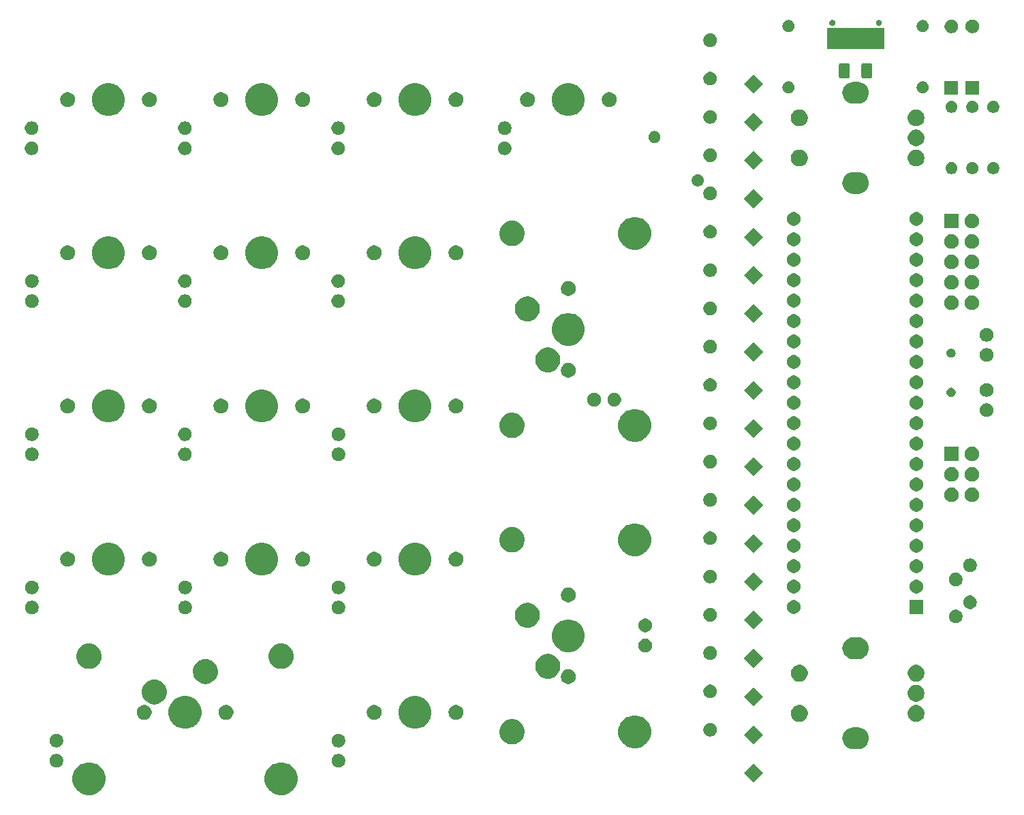
<source format=gbr>
G04 #@! TF.GenerationSoftware,KiCad,Pcbnew,(5.1.5)-3*
G04 #@! TF.CreationDate,2022-04-23T19:07:22-06:00*
G04 #@! TF.ProjectId,base,62617365-2e6b-4696-9361-645f70636258,rev?*
G04 #@! TF.SameCoordinates,Original*
G04 #@! TF.FileFunction,Soldermask,Top*
G04 #@! TF.FilePolarity,Negative*
%FSLAX46Y46*%
G04 Gerber Fmt 4.6, Leading zero omitted, Abs format (unit mm)*
G04 Created by KiCad (PCBNEW (5.1.5)-3) date 2022-04-23 19:07:22*
%MOMM*%
%LPD*%
G04 APERTURE LIST*
%ADD10C,0.100000*%
G04 APERTURE END LIST*
D10*
G36*
X131596974Y-146782434D02*
G01*
X131814974Y-146872733D01*
X131969123Y-146936583D01*
X132304048Y-147160373D01*
X132588877Y-147445202D01*
X132812667Y-147780127D01*
X132812667Y-147780128D01*
X132966816Y-148152276D01*
X133045400Y-148547344D01*
X133045400Y-148950156D01*
X132966816Y-149345224D01*
X132876517Y-149563224D01*
X132812667Y-149717373D01*
X132588877Y-150052298D01*
X132304048Y-150337127D01*
X131969123Y-150560917D01*
X131814974Y-150624767D01*
X131596974Y-150715066D01*
X131201906Y-150793650D01*
X130799094Y-150793650D01*
X130404026Y-150715066D01*
X130186026Y-150624767D01*
X130031877Y-150560917D01*
X129696952Y-150337127D01*
X129412123Y-150052298D01*
X129188333Y-149717373D01*
X129124483Y-149563224D01*
X129034184Y-149345224D01*
X128955600Y-148950156D01*
X128955600Y-148547344D01*
X129034184Y-148152276D01*
X129188333Y-147780128D01*
X129188333Y-147780127D01*
X129412123Y-147445202D01*
X129696952Y-147160373D01*
X130031877Y-146936583D01*
X130186026Y-146872733D01*
X130404026Y-146782434D01*
X130799094Y-146703850D01*
X131201906Y-146703850D01*
X131596974Y-146782434D01*
G37*
G36*
X107720974Y-146782434D02*
G01*
X107938974Y-146872733D01*
X108093123Y-146936583D01*
X108428048Y-147160373D01*
X108712877Y-147445202D01*
X108936667Y-147780127D01*
X108936667Y-147780128D01*
X109090816Y-148152276D01*
X109169400Y-148547344D01*
X109169400Y-148950156D01*
X109090816Y-149345224D01*
X109000517Y-149563224D01*
X108936667Y-149717373D01*
X108712877Y-150052298D01*
X108428048Y-150337127D01*
X108093123Y-150560917D01*
X107938974Y-150624767D01*
X107720974Y-150715066D01*
X107325906Y-150793650D01*
X106923094Y-150793650D01*
X106528026Y-150715066D01*
X106310026Y-150624767D01*
X106155877Y-150560917D01*
X105820952Y-150337127D01*
X105536123Y-150052298D01*
X105312333Y-149717373D01*
X105248483Y-149563224D01*
X105158184Y-149345224D01*
X105079600Y-148950156D01*
X105079600Y-148547344D01*
X105158184Y-148152276D01*
X105312333Y-147780128D01*
X105312333Y-147780127D01*
X105536123Y-147445202D01*
X105820952Y-147160373D01*
X106155877Y-146936583D01*
X106310026Y-146872733D01*
X106528026Y-146782434D01*
X106923094Y-146703850D01*
X107325906Y-146703850D01*
X107720974Y-146782434D01*
G37*
G36*
X190909746Y-148034375D02*
G01*
X189706250Y-149237871D01*
X188502754Y-148034375D01*
X189706250Y-146830879D01*
X190909746Y-148034375D01*
G37*
G36*
X138373228Y-145681703D02*
G01*
X138528100Y-145745853D01*
X138667481Y-145838985D01*
X138786015Y-145957519D01*
X138879147Y-146096900D01*
X138943297Y-146251772D01*
X138976000Y-146416184D01*
X138976000Y-146583816D01*
X138943297Y-146748228D01*
X138879147Y-146903100D01*
X138786015Y-147042481D01*
X138667481Y-147161015D01*
X138528100Y-147254147D01*
X138373228Y-147318297D01*
X138208816Y-147351000D01*
X138041184Y-147351000D01*
X137876772Y-147318297D01*
X137721900Y-147254147D01*
X137582519Y-147161015D01*
X137463985Y-147042481D01*
X137370853Y-146903100D01*
X137306703Y-146748228D01*
X137274000Y-146583816D01*
X137274000Y-146416184D01*
X137306703Y-146251772D01*
X137370853Y-146096900D01*
X137463985Y-145957519D01*
X137582519Y-145838985D01*
X137721900Y-145745853D01*
X137876772Y-145681703D01*
X138041184Y-145649000D01*
X138208816Y-145649000D01*
X138373228Y-145681703D01*
G37*
G36*
X103323228Y-145681703D02*
G01*
X103478100Y-145745853D01*
X103617481Y-145838985D01*
X103736015Y-145957519D01*
X103829147Y-146096900D01*
X103893297Y-146251772D01*
X103926000Y-146416184D01*
X103926000Y-146583816D01*
X103893297Y-146748228D01*
X103829147Y-146903100D01*
X103736015Y-147042481D01*
X103617481Y-147161015D01*
X103478100Y-147254147D01*
X103323228Y-147318297D01*
X103158816Y-147351000D01*
X102991184Y-147351000D01*
X102826772Y-147318297D01*
X102671900Y-147254147D01*
X102532519Y-147161015D01*
X102413985Y-147042481D01*
X102320853Y-146903100D01*
X102256703Y-146748228D01*
X102224000Y-146583816D01*
X102224000Y-146416184D01*
X102256703Y-146251772D01*
X102320853Y-146096900D01*
X102413985Y-145957519D01*
X102532519Y-145838985D01*
X102671900Y-145745853D01*
X102826772Y-145681703D01*
X102991184Y-145649000D01*
X103158816Y-145649000D01*
X103323228Y-145681703D01*
G37*
G36*
X202969817Y-142387458D02*
G01*
X203223255Y-142464338D01*
X203456825Y-142589184D01*
X203661551Y-142757198D01*
X203829565Y-142961924D01*
X203954411Y-143195494D01*
X204031291Y-143448932D01*
X204057250Y-143712499D01*
X204057250Y-143712501D01*
X204031291Y-143976068D01*
X203954411Y-144229506D01*
X203829565Y-144463076D01*
X203661551Y-144667802D01*
X203456825Y-144835816D01*
X203223255Y-144960662D01*
X202969817Y-145037542D01*
X202706250Y-145063501D01*
X202106250Y-145063501D01*
X201842683Y-145037542D01*
X201589245Y-144960662D01*
X201355675Y-144835816D01*
X201150949Y-144667802D01*
X200982935Y-144463076D01*
X200858089Y-144229506D01*
X200781209Y-143976068D01*
X200755250Y-143712501D01*
X200755250Y-143712499D01*
X200781209Y-143448932D01*
X200858089Y-143195494D01*
X200982935Y-142961924D01*
X201150949Y-142757198D01*
X201355675Y-142589184D01*
X201589245Y-142464338D01*
X201842683Y-142387458D01*
X202106250Y-142361499D01*
X202706250Y-142361499D01*
X202969817Y-142387458D01*
G37*
G36*
X175538974Y-140940434D02*
G01*
X175756974Y-141030733D01*
X175911123Y-141094583D01*
X176246048Y-141318373D01*
X176530877Y-141603202D01*
X176754667Y-141938127D01*
X176808619Y-142068379D01*
X176908816Y-142310276D01*
X176987400Y-142705344D01*
X176987400Y-143108156D01*
X176908816Y-143503224D01*
X176846863Y-143652791D01*
X176754667Y-143875373D01*
X176530877Y-144210298D01*
X176246048Y-144495127D01*
X175911123Y-144718917D01*
X175826067Y-144754148D01*
X175538974Y-144873066D01*
X175143906Y-144951650D01*
X174741094Y-144951650D01*
X174346026Y-144873066D01*
X174058933Y-144754148D01*
X173973877Y-144718917D01*
X173638952Y-144495127D01*
X173354123Y-144210298D01*
X173130333Y-143875373D01*
X173038137Y-143652791D01*
X172976184Y-143503224D01*
X172897600Y-143108156D01*
X172897600Y-142705344D01*
X172976184Y-142310276D01*
X173076381Y-142068379D01*
X173130333Y-141938127D01*
X173354123Y-141603202D01*
X173638952Y-141318373D01*
X173973877Y-141094583D01*
X174128026Y-141030733D01*
X174346026Y-140940434D01*
X174741094Y-140861850D01*
X175143906Y-140861850D01*
X175538974Y-140940434D01*
G37*
G36*
X138373228Y-143181703D02*
G01*
X138528100Y-143245853D01*
X138667481Y-143338985D01*
X138786015Y-143457519D01*
X138879147Y-143596900D01*
X138943297Y-143751772D01*
X138976000Y-143916184D01*
X138976000Y-144083816D01*
X138943297Y-144248228D01*
X138879147Y-144403100D01*
X138786015Y-144542481D01*
X138667481Y-144661015D01*
X138528100Y-144754147D01*
X138373228Y-144818297D01*
X138208816Y-144851000D01*
X138041184Y-144851000D01*
X137876772Y-144818297D01*
X137721900Y-144754147D01*
X137582519Y-144661015D01*
X137463985Y-144542481D01*
X137370853Y-144403100D01*
X137306703Y-144248228D01*
X137274000Y-144083816D01*
X137274000Y-143916184D01*
X137306703Y-143751772D01*
X137370853Y-143596900D01*
X137463985Y-143457519D01*
X137582519Y-143338985D01*
X137721900Y-143245853D01*
X137876772Y-143181703D01*
X138041184Y-143149000D01*
X138208816Y-143149000D01*
X138373228Y-143181703D01*
G37*
G36*
X103323228Y-143181703D02*
G01*
X103478100Y-143245853D01*
X103617481Y-143338985D01*
X103736015Y-143457519D01*
X103829147Y-143596900D01*
X103893297Y-143751772D01*
X103926000Y-143916184D01*
X103926000Y-144083816D01*
X103893297Y-144248228D01*
X103829147Y-144403100D01*
X103736015Y-144542481D01*
X103617481Y-144661015D01*
X103478100Y-144754147D01*
X103323228Y-144818297D01*
X103158816Y-144851000D01*
X102991184Y-144851000D01*
X102826772Y-144818297D01*
X102671900Y-144754147D01*
X102532519Y-144661015D01*
X102413985Y-144542481D01*
X102320853Y-144403100D01*
X102256703Y-144248228D01*
X102224000Y-144083816D01*
X102224000Y-143916184D01*
X102256703Y-143751772D01*
X102320853Y-143596900D01*
X102413985Y-143457519D01*
X102532519Y-143338985D01*
X102671900Y-143245853D01*
X102826772Y-143181703D01*
X102991184Y-143149000D01*
X103158816Y-143149000D01*
X103323228Y-143181703D01*
G37*
G36*
X160161911Y-141392276D02*
G01*
X160250244Y-141428865D01*
X160448541Y-141511002D01*
X160448542Y-141511003D01*
X160706504Y-141683367D01*
X160925883Y-141902746D01*
X161036555Y-142068379D01*
X161098248Y-142160709D01*
X161132384Y-142243121D01*
X161216974Y-142447339D01*
X161277500Y-142751626D01*
X161277500Y-143061874D01*
X161216974Y-143366161D01*
X161182689Y-143448932D01*
X161098248Y-143652791D01*
X161098247Y-143652792D01*
X160925883Y-143910754D01*
X160706504Y-144130133D01*
X160586528Y-144210298D01*
X160448541Y-144302498D01*
X160280637Y-144372046D01*
X160161911Y-144421224D01*
X160009767Y-144451487D01*
X159857625Y-144481750D01*
X159547375Y-144481750D01*
X159395233Y-144451487D01*
X159243089Y-144421224D01*
X159124363Y-144372046D01*
X158956459Y-144302498D01*
X158818472Y-144210298D01*
X158698496Y-144130133D01*
X158479117Y-143910754D01*
X158306753Y-143652792D01*
X158306752Y-143652791D01*
X158222311Y-143448932D01*
X158188026Y-143366161D01*
X158127500Y-143061874D01*
X158127500Y-142751626D01*
X158188026Y-142447339D01*
X158272616Y-142243121D01*
X158306752Y-142160709D01*
X158368445Y-142068379D01*
X158479117Y-141902746D01*
X158698496Y-141683367D01*
X158956458Y-141511003D01*
X158956459Y-141511002D01*
X159154756Y-141428865D01*
X159243089Y-141392276D01*
X159547375Y-141331750D01*
X159857625Y-141331750D01*
X160161911Y-141392276D01*
G37*
G36*
X190909746Y-143271875D02*
G01*
X189706250Y-144475371D01*
X188502754Y-143271875D01*
X189706250Y-142068379D01*
X190909746Y-143271875D01*
G37*
G36*
X184566324Y-141827924D02*
G01*
X184721196Y-141892074D01*
X184860577Y-141985206D01*
X184979111Y-142103740D01*
X185072243Y-142243121D01*
X185136393Y-142397993D01*
X185169096Y-142562405D01*
X185169096Y-142730037D01*
X185136393Y-142894449D01*
X185072243Y-143049321D01*
X184979111Y-143188702D01*
X184860577Y-143307236D01*
X184721196Y-143400368D01*
X184566324Y-143464518D01*
X184401912Y-143497221D01*
X184234280Y-143497221D01*
X184069868Y-143464518D01*
X183914996Y-143400368D01*
X183775615Y-143307236D01*
X183657081Y-143188702D01*
X183563949Y-143049321D01*
X183499799Y-142894449D01*
X183467096Y-142730037D01*
X183467096Y-142562405D01*
X183499799Y-142397993D01*
X183563949Y-142243121D01*
X183657081Y-142103740D01*
X183775615Y-141985206D01*
X183914996Y-141892074D01*
X184069868Y-141827924D01*
X184234280Y-141795221D01*
X184401912Y-141795221D01*
X184566324Y-141827924D01*
G37*
G36*
X119658974Y-138527434D02*
G01*
X119859114Y-138610335D01*
X120031123Y-138681583D01*
X120366048Y-138905373D01*
X120650877Y-139190202D01*
X120874667Y-139525127D01*
X120907062Y-139603336D01*
X121028816Y-139897276D01*
X121107400Y-140292344D01*
X121107400Y-140695156D01*
X121028816Y-141090224D01*
X120977951Y-141213022D01*
X120874667Y-141462373D01*
X120650877Y-141797298D01*
X120366048Y-142082127D01*
X120031123Y-142305917D01*
X119876974Y-142369767D01*
X119658974Y-142460066D01*
X119263906Y-142538650D01*
X118861094Y-142538650D01*
X118466026Y-142460066D01*
X118248026Y-142369767D01*
X118093877Y-142305917D01*
X117758952Y-142082127D01*
X117474123Y-141797298D01*
X117250333Y-141462373D01*
X117147049Y-141213022D01*
X117096184Y-141090224D01*
X117017600Y-140695156D01*
X117017600Y-140292344D01*
X117096184Y-139897276D01*
X117217938Y-139603336D01*
X117250333Y-139525127D01*
X117474123Y-139190202D01*
X117758952Y-138905373D01*
X118093877Y-138681583D01*
X118265886Y-138610335D01*
X118466026Y-138527434D01*
X118861094Y-138448850D01*
X119263906Y-138448850D01*
X119658974Y-138527434D01*
G37*
G36*
X148233974Y-138527434D02*
G01*
X148434114Y-138610335D01*
X148606123Y-138681583D01*
X148941048Y-138905373D01*
X149225877Y-139190202D01*
X149449667Y-139525127D01*
X149482062Y-139603336D01*
X149603816Y-139897276D01*
X149682400Y-140292344D01*
X149682400Y-140695156D01*
X149603816Y-141090224D01*
X149552951Y-141213022D01*
X149449667Y-141462373D01*
X149225877Y-141797298D01*
X148941048Y-142082127D01*
X148606123Y-142305917D01*
X148451974Y-142369767D01*
X148233974Y-142460066D01*
X147838906Y-142538650D01*
X147436094Y-142538650D01*
X147041026Y-142460066D01*
X146823026Y-142369767D01*
X146668877Y-142305917D01*
X146333952Y-142082127D01*
X146049123Y-141797298D01*
X145825333Y-141462373D01*
X145722049Y-141213022D01*
X145671184Y-141090224D01*
X145592600Y-140695156D01*
X145592600Y-140292344D01*
X145671184Y-139897276D01*
X145792938Y-139603336D01*
X145825333Y-139525127D01*
X146049123Y-139190202D01*
X146333952Y-138905373D01*
X146668877Y-138681583D01*
X146840886Y-138610335D01*
X147041026Y-138527434D01*
X147436094Y-138448850D01*
X147838906Y-138448850D01*
X148233974Y-138527434D01*
G37*
G36*
X195712814Y-139601889D02*
G01*
X195884827Y-139673139D01*
X195904085Y-139681116D01*
X196076223Y-139796135D01*
X196222615Y-139942527D01*
X196297851Y-140055125D01*
X196337635Y-140114667D01*
X196416861Y-140305936D01*
X196457250Y-140508984D01*
X196457250Y-140716016D01*
X196416861Y-140919064D01*
X196348526Y-141084040D01*
X196337634Y-141110335D01*
X196222615Y-141282473D01*
X196076223Y-141428865D01*
X195904085Y-141543884D01*
X195904084Y-141543885D01*
X195904083Y-141543885D01*
X195712814Y-141623111D01*
X195509766Y-141663500D01*
X195302734Y-141663500D01*
X195099686Y-141623111D01*
X194908417Y-141543885D01*
X194908416Y-141543885D01*
X194908415Y-141543884D01*
X194736277Y-141428865D01*
X194589885Y-141282473D01*
X194474866Y-141110335D01*
X194463974Y-141084040D01*
X194395639Y-140919064D01*
X194355250Y-140716016D01*
X194355250Y-140508984D01*
X194395639Y-140305936D01*
X194474865Y-140114667D01*
X194514650Y-140055125D01*
X194589885Y-139942527D01*
X194736277Y-139796135D01*
X194908415Y-139681116D01*
X194927673Y-139673139D01*
X195099686Y-139601889D01*
X195302734Y-139561500D01*
X195509766Y-139561500D01*
X195712814Y-139601889D01*
G37*
G36*
X210212814Y-139601889D02*
G01*
X210384827Y-139673139D01*
X210404085Y-139681116D01*
X210576223Y-139796135D01*
X210722615Y-139942527D01*
X210797851Y-140055125D01*
X210837635Y-140114667D01*
X210916861Y-140305936D01*
X210957250Y-140508984D01*
X210957250Y-140716016D01*
X210916861Y-140919064D01*
X210848526Y-141084040D01*
X210837634Y-141110335D01*
X210722615Y-141282473D01*
X210576223Y-141428865D01*
X210404085Y-141543884D01*
X210404084Y-141543885D01*
X210404083Y-141543885D01*
X210212814Y-141623111D01*
X210009766Y-141663500D01*
X209802734Y-141663500D01*
X209599686Y-141623111D01*
X209408417Y-141543885D01*
X209408416Y-141543885D01*
X209408415Y-141543884D01*
X209236277Y-141428865D01*
X209089885Y-141282473D01*
X208974866Y-141110335D01*
X208963974Y-141084040D01*
X208895639Y-140919064D01*
X208855250Y-140716016D01*
X208855250Y-140508984D01*
X208895639Y-140305936D01*
X208974865Y-140114667D01*
X209014650Y-140055125D01*
X209089885Y-139942527D01*
X209236277Y-139796135D01*
X209408415Y-139681116D01*
X209427673Y-139673139D01*
X209599686Y-139601889D01*
X209802734Y-139561500D01*
X210009766Y-139561500D01*
X210212814Y-139601889D01*
G37*
G36*
X114252604Y-139603335D02*
G01*
X114421126Y-139673139D01*
X114572791Y-139774478D01*
X114701772Y-139903459D01*
X114803111Y-140055124D01*
X114872915Y-140223646D01*
X114908500Y-140402547D01*
X114908500Y-140584953D01*
X114872915Y-140763854D01*
X114803111Y-140932376D01*
X114701772Y-141084041D01*
X114572791Y-141213022D01*
X114421126Y-141314361D01*
X114252604Y-141384165D01*
X114073703Y-141419750D01*
X113891297Y-141419750D01*
X113712396Y-141384165D01*
X113543874Y-141314361D01*
X113392209Y-141213022D01*
X113263228Y-141084041D01*
X113161889Y-140932376D01*
X113092085Y-140763854D01*
X113056500Y-140584953D01*
X113056500Y-140402547D01*
X113092085Y-140223646D01*
X113161889Y-140055124D01*
X113263228Y-139903459D01*
X113392209Y-139774478D01*
X113543874Y-139673139D01*
X113712396Y-139603335D01*
X113891297Y-139567750D01*
X114073703Y-139567750D01*
X114252604Y-139603335D01*
G37*
G36*
X124412604Y-139603335D02*
G01*
X124581126Y-139673139D01*
X124732791Y-139774478D01*
X124861772Y-139903459D01*
X124963111Y-140055124D01*
X125032915Y-140223646D01*
X125068500Y-140402547D01*
X125068500Y-140584953D01*
X125032915Y-140763854D01*
X124963111Y-140932376D01*
X124861772Y-141084041D01*
X124732791Y-141213022D01*
X124581126Y-141314361D01*
X124412604Y-141384165D01*
X124233703Y-141419750D01*
X124051297Y-141419750D01*
X123872396Y-141384165D01*
X123703874Y-141314361D01*
X123552209Y-141213022D01*
X123423228Y-141084041D01*
X123321889Y-140932376D01*
X123252085Y-140763854D01*
X123216500Y-140584953D01*
X123216500Y-140402547D01*
X123252085Y-140223646D01*
X123321889Y-140055124D01*
X123423228Y-139903459D01*
X123552209Y-139774478D01*
X123703874Y-139673139D01*
X123872396Y-139603335D01*
X124051297Y-139567750D01*
X124233703Y-139567750D01*
X124412604Y-139603335D01*
G37*
G36*
X152987604Y-139603335D02*
G01*
X153156126Y-139673139D01*
X153307791Y-139774478D01*
X153436772Y-139903459D01*
X153538111Y-140055124D01*
X153607915Y-140223646D01*
X153643500Y-140402547D01*
X153643500Y-140584953D01*
X153607915Y-140763854D01*
X153538111Y-140932376D01*
X153436772Y-141084041D01*
X153307791Y-141213022D01*
X153156126Y-141314361D01*
X152987604Y-141384165D01*
X152808703Y-141419750D01*
X152626297Y-141419750D01*
X152447396Y-141384165D01*
X152278874Y-141314361D01*
X152127209Y-141213022D01*
X151998228Y-141084041D01*
X151896889Y-140932376D01*
X151827085Y-140763854D01*
X151791500Y-140584953D01*
X151791500Y-140402547D01*
X151827085Y-140223646D01*
X151896889Y-140055124D01*
X151998228Y-139903459D01*
X152127209Y-139774478D01*
X152278874Y-139673139D01*
X152447396Y-139603335D01*
X152626297Y-139567750D01*
X152808703Y-139567750D01*
X152987604Y-139603335D01*
G37*
G36*
X142827604Y-139603335D02*
G01*
X142996126Y-139673139D01*
X143147791Y-139774478D01*
X143276772Y-139903459D01*
X143378111Y-140055124D01*
X143447915Y-140223646D01*
X143483500Y-140402547D01*
X143483500Y-140584953D01*
X143447915Y-140763854D01*
X143378111Y-140932376D01*
X143276772Y-141084041D01*
X143147791Y-141213022D01*
X142996126Y-141314361D01*
X142827604Y-141384165D01*
X142648703Y-141419750D01*
X142466297Y-141419750D01*
X142287396Y-141384165D01*
X142118874Y-141314361D01*
X141967209Y-141213022D01*
X141838228Y-141084041D01*
X141736889Y-140932376D01*
X141667085Y-140763854D01*
X141631500Y-140584953D01*
X141631500Y-140402547D01*
X141667085Y-140223646D01*
X141736889Y-140055124D01*
X141838228Y-139903459D01*
X141967209Y-139774478D01*
X142118874Y-139673139D01*
X142287396Y-139603335D01*
X142466297Y-139567750D01*
X142648703Y-139567750D01*
X142827604Y-139603335D01*
G37*
G36*
X190909746Y-138509375D02*
G01*
X189706250Y-139712871D01*
X188502754Y-138509375D01*
X189706250Y-137305879D01*
X190909746Y-138509375D01*
G37*
G36*
X115536549Y-136428865D02*
G01*
X115704910Y-136462354D01*
X115987174Y-136579271D01*
X116241205Y-136749009D01*
X116457241Y-136965045D01*
X116626979Y-137219076D01*
X116735314Y-137480621D01*
X116743896Y-137501341D01*
X116803285Y-137799906D01*
X116803500Y-137800990D01*
X116803500Y-138106510D01*
X116743896Y-138406160D01*
X116626979Y-138688424D01*
X116457241Y-138942455D01*
X116241205Y-139158491D01*
X115987174Y-139328229D01*
X115704910Y-139445146D01*
X115555085Y-139474948D01*
X115405261Y-139504750D01*
X115099739Y-139504750D01*
X114949915Y-139474948D01*
X114800090Y-139445146D01*
X114517826Y-139328229D01*
X114263795Y-139158491D01*
X114047759Y-138942455D01*
X113878021Y-138688424D01*
X113761104Y-138406160D01*
X113701500Y-138106510D01*
X113701500Y-137800990D01*
X113701716Y-137799906D01*
X113761104Y-137501341D01*
X113769686Y-137480621D01*
X113878021Y-137219076D01*
X114047759Y-136965045D01*
X114263795Y-136749009D01*
X114517826Y-136579271D01*
X114800090Y-136462354D01*
X114968451Y-136428865D01*
X115099739Y-136402750D01*
X115405261Y-136402750D01*
X115536549Y-136428865D01*
G37*
G36*
X210212814Y-137101889D02*
G01*
X210404083Y-137181115D01*
X210404085Y-137181116D01*
X210576223Y-137296135D01*
X210722615Y-137442527D01*
X210761913Y-137501340D01*
X210837635Y-137614667D01*
X210916861Y-137805936D01*
X210957250Y-138008984D01*
X210957250Y-138216016D01*
X210916861Y-138419064D01*
X210871972Y-138527435D01*
X210837634Y-138610335D01*
X210722615Y-138782473D01*
X210576223Y-138928865D01*
X210404085Y-139043884D01*
X210404084Y-139043885D01*
X210404083Y-139043885D01*
X210212814Y-139123111D01*
X210009766Y-139163500D01*
X209802734Y-139163500D01*
X209599686Y-139123111D01*
X209408417Y-139043885D01*
X209408416Y-139043885D01*
X209408415Y-139043884D01*
X209236277Y-138928865D01*
X209089885Y-138782473D01*
X208974866Y-138610335D01*
X208940528Y-138527435D01*
X208895639Y-138419064D01*
X208855250Y-138216016D01*
X208855250Y-138008984D01*
X208895639Y-137805936D01*
X208974865Y-137614667D01*
X209050588Y-137501340D01*
X209089885Y-137442527D01*
X209236277Y-137296135D01*
X209408415Y-137181116D01*
X209408417Y-137181115D01*
X209599686Y-137101889D01*
X209802734Y-137061500D01*
X210009766Y-137061500D01*
X210212814Y-137101889D01*
G37*
G36*
X184566324Y-137065424D02*
G01*
X184721196Y-137129574D01*
X184860577Y-137222706D01*
X184979111Y-137341240D01*
X185072243Y-137480621D01*
X185136393Y-137635493D01*
X185169096Y-137799905D01*
X185169096Y-137967537D01*
X185136393Y-138131949D01*
X185072243Y-138286821D01*
X184979111Y-138426202D01*
X184860577Y-138544736D01*
X184721196Y-138637868D01*
X184566324Y-138702018D01*
X184401912Y-138734721D01*
X184234280Y-138734721D01*
X184069868Y-138702018D01*
X183914996Y-138637868D01*
X183775615Y-138544736D01*
X183657081Y-138426202D01*
X183563949Y-138286821D01*
X183499799Y-138131949D01*
X183467096Y-137967537D01*
X183467096Y-137799905D01*
X183499799Y-137635493D01*
X183563949Y-137480621D01*
X183657081Y-137341240D01*
X183775615Y-137222706D01*
X183914996Y-137129574D01*
X184069868Y-137065424D01*
X184234280Y-137032721D01*
X184401912Y-137032721D01*
X184566324Y-137065424D01*
G37*
G36*
X166957604Y-135158335D02*
G01*
X167126126Y-135228139D01*
X167277791Y-135329478D01*
X167406772Y-135458459D01*
X167508111Y-135610124D01*
X167577915Y-135778646D01*
X167613500Y-135957547D01*
X167613500Y-136139953D01*
X167577915Y-136318854D01*
X167508111Y-136487376D01*
X167406772Y-136639041D01*
X167277791Y-136768022D01*
X167126126Y-136869361D01*
X166957604Y-136939165D01*
X166778703Y-136974750D01*
X166596297Y-136974750D01*
X166417396Y-136939165D01*
X166248874Y-136869361D01*
X166097209Y-136768022D01*
X165968228Y-136639041D01*
X165866889Y-136487376D01*
X165797085Y-136318854D01*
X165761500Y-136139953D01*
X165761500Y-135957547D01*
X165797085Y-135778646D01*
X165866889Y-135610124D01*
X165968228Y-135458459D01*
X166097209Y-135329478D01*
X166248874Y-135228139D01*
X166417396Y-135158335D01*
X166596297Y-135122750D01*
X166778703Y-135122750D01*
X166957604Y-135158335D01*
G37*
G36*
X121905085Y-133892552D02*
G01*
X122054910Y-133922354D01*
X122337174Y-134039271D01*
X122591205Y-134209009D01*
X122807241Y-134425045D01*
X122976979Y-134679076D01*
X123093896Y-134961340D01*
X123093896Y-134961341D01*
X123153500Y-135260989D01*
X123153500Y-135566511D01*
X123123762Y-135716014D01*
X123093896Y-135866160D01*
X122976979Y-136148424D01*
X122807241Y-136402455D01*
X122591205Y-136618491D01*
X122337174Y-136788229D01*
X122054910Y-136905146D01*
X121905085Y-136934948D01*
X121755261Y-136964750D01*
X121449739Y-136964750D01*
X121299915Y-136934948D01*
X121150090Y-136905146D01*
X120867826Y-136788229D01*
X120613795Y-136618491D01*
X120397759Y-136402455D01*
X120228021Y-136148424D01*
X120111104Y-135866160D01*
X120081238Y-135716014D01*
X120051500Y-135566511D01*
X120051500Y-135260989D01*
X120111104Y-134961341D01*
X120111104Y-134961340D01*
X120228021Y-134679076D01*
X120397759Y-134425045D01*
X120613795Y-134209009D01*
X120867826Y-134039271D01*
X121150090Y-133922354D01*
X121299915Y-133892552D01*
X121449739Y-133862750D01*
X121755261Y-133862750D01*
X121905085Y-133892552D01*
G37*
G36*
X210212814Y-134601889D02*
G01*
X210399160Y-134679076D01*
X210404085Y-134681116D01*
X210480437Y-134732133D01*
X210576223Y-134796135D01*
X210722615Y-134942527D01*
X210837635Y-135114667D01*
X210916861Y-135305936D01*
X210957250Y-135508984D01*
X210957250Y-135716016D01*
X210916861Y-135919064D01*
X210837635Y-136110333D01*
X210837634Y-136110335D01*
X210722615Y-136282473D01*
X210576223Y-136428865D01*
X210404085Y-136543884D01*
X210404084Y-136543885D01*
X210404083Y-136543885D01*
X210212814Y-136623111D01*
X210009766Y-136663500D01*
X209802734Y-136663500D01*
X209599686Y-136623111D01*
X209408417Y-136543885D01*
X209408416Y-136543885D01*
X209408415Y-136543884D01*
X209236277Y-136428865D01*
X209089885Y-136282473D01*
X208974866Y-136110335D01*
X208974865Y-136110333D01*
X208895639Y-135919064D01*
X208855250Y-135716016D01*
X208855250Y-135508984D01*
X208895639Y-135305936D01*
X208974865Y-135114667D01*
X209089885Y-134942527D01*
X209236277Y-134796135D01*
X209332063Y-134732133D01*
X209408415Y-134681116D01*
X209413340Y-134679076D01*
X209599686Y-134601889D01*
X209802734Y-134561500D01*
X210009766Y-134561500D01*
X210212814Y-134601889D01*
G37*
G36*
X195712814Y-134601889D02*
G01*
X195899160Y-134679076D01*
X195904085Y-134681116D01*
X195980437Y-134732133D01*
X196076223Y-134796135D01*
X196222615Y-134942527D01*
X196337635Y-135114667D01*
X196416861Y-135305936D01*
X196457250Y-135508984D01*
X196457250Y-135716016D01*
X196416861Y-135919064D01*
X196337635Y-136110333D01*
X196337634Y-136110335D01*
X196222615Y-136282473D01*
X196076223Y-136428865D01*
X195904085Y-136543884D01*
X195904084Y-136543885D01*
X195904083Y-136543885D01*
X195712814Y-136623111D01*
X195509766Y-136663500D01*
X195302734Y-136663500D01*
X195099686Y-136623111D01*
X194908417Y-136543885D01*
X194908416Y-136543885D01*
X194908415Y-136543884D01*
X194736277Y-136428865D01*
X194589885Y-136282473D01*
X194474866Y-136110335D01*
X194474865Y-136110333D01*
X194395639Y-135919064D01*
X194355250Y-135716016D01*
X194355250Y-135508984D01*
X194395639Y-135305936D01*
X194474865Y-135114667D01*
X194589885Y-134942527D01*
X194736277Y-134796135D01*
X194832063Y-134732133D01*
X194908415Y-134681116D01*
X194913340Y-134679076D01*
X195099686Y-134601889D01*
X195302734Y-134561500D01*
X195509766Y-134561500D01*
X195712814Y-134601889D01*
G37*
G36*
X164450085Y-133257552D02*
G01*
X164599910Y-133287354D01*
X164882174Y-133404271D01*
X165136205Y-133574009D01*
X165352241Y-133790045D01*
X165521979Y-134044076D01*
X165638896Y-134326340D01*
X165638896Y-134326341D01*
X165698500Y-134625989D01*
X165698500Y-134931511D01*
X165692566Y-134961341D01*
X165638896Y-135231160D01*
X165521979Y-135513424D01*
X165352241Y-135767455D01*
X165136205Y-135983491D01*
X164882174Y-136153229D01*
X164599910Y-136270146D01*
X164450085Y-136299948D01*
X164300261Y-136329750D01*
X163994739Y-136329750D01*
X163844915Y-136299948D01*
X163695090Y-136270146D01*
X163412826Y-136153229D01*
X163158795Y-135983491D01*
X162942759Y-135767455D01*
X162773021Y-135513424D01*
X162656104Y-135231160D01*
X162602434Y-134961341D01*
X162596500Y-134931511D01*
X162596500Y-134625989D01*
X162656104Y-134326341D01*
X162656104Y-134326340D01*
X162773021Y-134044076D01*
X162942759Y-133790045D01*
X163158795Y-133574009D01*
X163412826Y-133404271D01*
X163695090Y-133287354D01*
X163844915Y-133257552D01*
X163994739Y-133227750D01*
X164300261Y-133227750D01*
X164450085Y-133257552D01*
G37*
G36*
X131307767Y-131964013D02*
G01*
X131459911Y-131994276D01*
X131578637Y-132043454D01*
X131746541Y-132113002D01*
X131746542Y-132113003D01*
X132004504Y-132285367D01*
X132223883Y-132504746D01*
X132339053Y-132677111D01*
X132396248Y-132762709D01*
X132441929Y-132872993D01*
X132514974Y-133049339D01*
X132575500Y-133353626D01*
X132575500Y-133663874D01*
X132524086Y-133922354D01*
X132514974Y-133968160D01*
X132396248Y-134254791D01*
X132396247Y-134254792D01*
X132223883Y-134512754D01*
X132004504Y-134732133D01*
X131832139Y-134847303D01*
X131746541Y-134904498D01*
X131609309Y-134961341D01*
X131459911Y-135023224D01*
X131155625Y-135083750D01*
X130845375Y-135083750D01*
X130541089Y-135023224D01*
X130391691Y-134961341D01*
X130254459Y-134904498D01*
X130168861Y-134847303D01*
X129996496Y-134732133D01*
X129777117Y-134512754D01*
X129604753Y-134254792D01*
X129604752Y-134254791D01*
X129486026Y-133968160D01*
X129476915Y-133922354D01*
X129425500Y-133663874D01*
X129425500Y-133353626D01*
X129486026Y-133049339D01*
X129559071Y-132872993D01*
X129604752Y-132762709D01*
X129661947Y-132677111D01*
X129777117Y-132504746D01*
X129996496Y-132285367D01*
X130254458Y-132113003D01*
X130254459Y-132113002D01*
X130422363Y-132043454D01*
X130541089Y-131994276D01*
X130693233Y-131964013D01*
X130845375Y-131933750D01*
X131155625Y-131933750D01*
X131307767Y-131964013D01*
G37*
G36*
X107431767Y-131964013D02*
G01*
X107583911Y-131994276D01*
X107702637Y-132043454D01*
X107870541Y-132113002D01*
X107870542Y-132113003D01*
X108128504Y-132285367D01*
X108347883Y-132504746D01*
X108463053Y-132677111D01*
X108520248Y-132762709D01*
X108565929Y-132872993D01*
X108638974Y-133049339D01*
X108699500Y-133353626D01*
X108699500Y-133663874D01*
X108648086Y-133922354D01*
X108638974Y-133968160D01*
X108520248Y-134254791D01*
X108520247Y-134254792D01*
X108347883Y-134512754D01*
X108128504Y-134732133D01*
X107956139Y-134847303D01*
X107870541Y-134904498D01*
X107733309Y-134961341D01*
X107583911Y-135023224D01*
X107279625Y-135083750D01*
X106969375Y-135083750D01*
X106665089Y-135023224D01*
X106515691Y-134961341D01*
X106378459Y-134904498D01*
X106292861Y-134847303D01*
X106120496Y-134732133D01*
X105901117Y-134512754D01*
X105728753Y-134254792D01*
X105728752Y-134254791D01*
X105610026Y-133968160D01*
X105600915Y-133922354D01*
X105549500Y-133663874D01*
X105549500Y-133353626D01*
X105610026Y-133049339D01*
X105683071Y-132872993D01*
X105728752Y-132762709D01*
X105785947Y-132677111D01*
X105901117Y-132504746D01*
X106120496Y-132285367D01*
X106378458Y-132113003D01*
X106378459Y-132113002D01*
X106546363Y-132043454D01*
X106665089Y-131994276D01*
X106817233Y-131964013D01*
X106969375Y-131933750D01*
X107279625Y-131933750D01*
X107431767Y-131964013D01*
G37*
G36*
X190909746Y-133746875D02*
G01*
X189706250Y-134950371D01*
X188502754Y-133746875D01*
X189706250Y-132543379D01*
X190909746Y-133746875D01*
G37*
G36*
X184566324Y-132302924D02*
G01*
X184721196Y-132367074D01*
X184860577Y-132460206D01*
X184979111Y-132578740D01*
X185072243Y-132718121D01*
X185136393Y-132872993D01*
X185169096Y-133037405D01*
X185169096Y-133205037D01*
X185136393Y-133369449D01*
X185072243Y-133524321D01*
X184979111Y-133663702D01*
X184860577Y-133782236D01*
X184721196Y-133875368D01*
X184566324Y-133939518D01*
X184401912Y-133972221D01*
X184234280Y-133972221D01*
X184069868Y-133939518D01*
X183914996Y-133875368D01*
X183775615Y-133782236D01*
X183657081Y-133663702D01*
X183563949Y-133524321D01*
X183499799Y-133369449D01*
X183467096Y-133205037D01*
X183467096Y-133037405D01*
X183499799Y-132872993D01*
X183563949Y-132718121D01*
X183657081Y-132578740D01*
X183775615Y-132460206D01*
X183914996Y-132367074D01*
X184069868Y-132302924D01*
X184234280Y-132270221D01*
X184401912Y-132270221D01*
X184566324Y-132302924D01*
G37*
G36*
X202969817Y-131187458D02*
G01*
X203223255Y-131264338D01*
X203456825Y-131389184D01*
X203661551Y-131557198D01*
X203829565Y-131761924D01*
X203954411Y-131995494D01*
X204031291Y-132248932D01*
X204057250Y-132512499D01*
X204057250Y-132512501D01*
X204031291Y-132776068D01*
X203954411Y-133029506D01*
X203829565Y-133263076D01*
X203661551Y-133467802D01*
X203456825Y-133635816D01*
X203223255Y-133760662D01*
X202969817Y-133837542D01*
X202706250Y-133863501D01*
X202106250Y-133863501D01*
X201842683Y-133837542D01*
X201589245Y-133760662D01*
X201355675Y-133635816D01*
X201150949Y-133467802D01*
X200982935Y-133263076D01*
X200858089Y-133029506D01*
X200781209Y-132776068D01*
X200755250Y-132512501D01*
X200755250Y-132512499D01*
X200781209Y-132248932D01*
X200858089Y-131995494D01*
X200982935Y-131761924D01*
X201150949Y-131557198D01*
X201355675Y-131389184D01*
X201589245Y-131264338D01*
X201842683Y-131187458D01*
X202106250Y-131161499D01*
X202706250Y-131161499D01*
X202969817Y-131187458D01*
G37*
G36*
X176498228Y-131356703D02*
G01*
X176653100Y-131420853D01*
X176792481Y-131513985D01*
X176911015Y-131632519D01*
X177004147Y-131771900D01*
X177068297Y-131926772D01*
X177101000Y-132091184D01*
X177101000Y-132258816D01*
X177068297Y-132423228D01*
X177004147Y-132578100D01*
X176911015Y-132717481D01*
X176792481Y-132836015D01*
X176653100Y-132929147D01*
X176498228Y-132993297D01*
X176333816Y-133026000D01*
X176166184Y-133026000D01*
X176001772Y-132993297D01*
X175846900Y-132929147D01*
X175707519Y-132836015D01*
X175588985Y-132717481D01*
X175495853Y-132578100D01*
X175431703Y-132423228D01*
X175399000Y-132258816D01*
X175399000Y-132091184D01*
X175431703Y-131926772D01*
X175495853Y-131771900D01*
X175588985Y-131632519D01*
X175707519Y-131513985D01*
X175846900Y-131420853D01*
X176001772Y-131356703D01*
X176166184Y-131324000D01*
X176333816Y-131324000D01*
X176498228Y-131356703D01*
G37*
G36*
X167283974Y-129002434D02*
G01*
X167501974Y-129092733D01*
X167656123Y-129156583D01*
X167991048Y-129380373D01*
X168275877Y-129665202D01*
X168499667Y-130000127D01*
X168499667Y-130000128D01*
X168653816Y-130372276D01*
X168732400Y-130767344D01*
X168732400Y-131170156D01*
X168653816Y-131565224D01*
X168625941Y-131632519D01*
X168499667Y-131937373D01*
X168275877Y-132272298D01*
X167991048Y-132557127D01*
X167656123Y-132780917D01*
X167523104Y-132836015D01*
X167283974Y-132935066D01*
X166888906Y-133013650D01*
X166486094Y-133013650D01*
X166091026Y-132935066D01*
X165851896Y-132836015D01*
X165718877Y-132780917D01*
X165383952Y-132557127D01*
X165099123Y-132272298D01*
X164875333Y-131937373D01*
X164749059Y-131632519D01*
X164721184Y-131565224D01*
X164642600Y-131170156D01*
X164642600Y-130767344D01*
X164721184Y-130372276D01*
X164875333Y-130000128D01*
X164875333Y-130000127D01*
X165099123Y-129665202D01*
X165383952Y-129380373D01*
X165718877Y-129156583D01*
X165873026Y-129092733D01*
X166091026Y-129002434D01*
X166486094Y-128923850D01*
X166888906Y-128923850D01*
X167283974Y-129002434D01*
G37*
G36*
X176498228Y-128856703D02*
G01*
X176653100Y-128920853D01*
X176792481Y-129013985D01*
X176911015Y-129132519D01*
X177004147Y-129271900D01*
X177068297Y-129426772D01*
X177101000Y-129591184D01*
X177101000Y-129758816D01*
X177068297Y-129923228D01*
X177004147Y-130078100D01*
X176911015Y-130217481D01*
X176792481Y-130336015D01*
X176653100Y-130429147D01*
X176498228Y-130493297D01*
X176333816Y-130526000D01*
X176166184Y-130526000D01*
X176001772Y-130493297D01*
X175846900Y-130429147D01*
X175707519Y-130336015D01*
X175588985Y-130217481D01*
X175495853Y-130078100D01*
X175431703Y-129923228D01*
X175399000Y-129758816D01*
X175399000Y-129591184D01*
X175431703Y-129426772D01*
X175495853Y-129271900D01*
X175588985Y-129132519D01*
X175707519Y-129013985D01*
X175846900Y-128920853D01*
X176001772Y-128856703D01*
X176166184Y-128824000D01*
X176333816Y-128824000D01*
X176498228Y-128856703D01*
G37*
G36*
X190909746Y-128984375D02*
G01*
X189706250Y-130187871D01*
X188502754Y-128984375D01*
X189706250Y-127780879D01*
X190909746Y-128984375D01*
G37*
G36*
X161909919Y-126907519D02*
G01*
X162059910Y-126937354D01*
X162342174Y-127054271D01*
X162596205Y-127224009D01*
X162812241Y-127440045D01*
X162981979Y-127694076D01*
X163098896Y-127976340D01*
X163108632Y-128025286D01*
X163158285Y-128274906D01*
X163158500Y-128275990D01*
X163158500Y-128581510D01*
X163098896Y-128881160D01*
X162981979Y-129163424D01*
X162812241Y-129417455D01*
X162596205Y-129633491D01*
X162342174Y-129803229D01*
X162059910Y-129920146D01*
X161910085Y-129949948D01*
X161760261Y-129979750D01*
X161454739Y-129979750D01*
X161304915Y-129949948D01*
X161155090Y-129920146D01*
X160872826Y-129803229D01*
X160618795Y-129633491D01*
X160402759Y-129417455D01*
X160233021Y-129163424D01*
X160116104Y-128881160D01*
X160056500Y-128581510D01*
X160056500Y-128275990D01*
X160056716Y-128274906D01*
X160106368Y-128025286D01*
X160116104Y-127976340D01*
X160233021Y-127694076D01*
X160402759Y-127440045D01*
X160618795Y-127224009D01*
X160872826Y-127054271D01*
X161155090Y-126937354D01*
X161305081Y-126907519D01*
X161454739Y-126877750D01*
X161760261Y-126877750D01*
X161909919Y-126907519D01*
G37*
G36*
X215080461Y-127749470D02*
G01*
X215235333Y-127813620D01*
X215374714Y-127906752D01*
X215493248Y-128025286D01*
X215586380Y-128164667D01*
X215650530Y-128319539D01*
X215683233Y-128483951D01*
X215683233Y-128651583D01*
X215650530Y-128815995D01*
X215586380Y-128970867D01*
X215493248Y-129110248D01*
X215374714Y-129228782D01*
X215235333Y-129321914D01*
X215080461Y-129386064D01*
X214916049Y-129418767D01*
X214748417Y-129418767D01*
X214584005Y-129386064D01*
X214429133Y-129321914D01*
X214289752Y-129228782D01*
X214171218Y-129110248D01*
X214078086Y-128970867D01*
X214013936Y-128815995D01*
X213981233Y-128651583D01*
X213981233Y-128483951D01*
X214013936Y-128319539D01*
X214078086Y-128164667D01*
X214171218Y-128025286D01*
X214289752Y-127906752D01*
X214429133Y-127813620D01*
X214584005Y-127749470D01*
X214748417Y-127716767D01*
X214916049Y-127716767D01*
X215080461Y-127749470D01*
G37*
G36*
X184566324Y-127540424D02*
G01*
X184721196Y-127604574D01*
X184860577Y-127697706D01*
X184979111Y-127816240D01*
X185072243Y-127955621D01*
X185136393Y-128110493D01*
X185169096Y-128274905D01*
X185169096Y-128442537D01*
X185136393Y-128606949D01*
X185072243Y-128761821D01*
X184979111Y-128901202D01*
X184860577Y-129019736D01*
X184721196Y-129112868D01*
X184566324Y-129177018D01*
X184401912Y-129209721D01*
X184234280Y-129209721D01*
X184069868Y-129177018D01*
X183914996Y-129112868D01*
X183775615Y-129019736D01*
X183657081Y-128901202D01*
X183563949Y-128761821D01*
X183499799Y-128606949D01*
X183467096Y-128442537D01*
X183467096Y-128274905D01*
X183499799Y-128110493D01*
X183563949Y-127955621D01*
X183657081Y-127816240D01*
X183775615Y-127697706D01*
X183914996Y-127604574D01*
X184069868Y-127540424D01*
X184234280Y-127507721D01*
X184401912Y-127507721D01*
X184566324Y-127540424D01*
G37*
G36*
X138373228Y-126631703D02*
G01*
X138528100Y-126695853D01*
X138667481Y-126788985D01*
X138786015Y-126907519D01*
X138879147Y-127046900D01*
X138943297Y-127201772D01*
X138976000Y-127366184D01*
X138976000Y-127533816D01*
X138943297Y-127698228D01*
X138879147Y-127853100D01*
X138786015Y-127992481D01*
X138667481Y-128111015D01*
X138528100Y-128204147D01*
X138373228Y-128268297D01*
X138208816Y-128301000D01*
X138041184Y-128301000D01*
X137876772Y-128268297D01*
X137721900Y-128204147D01*
X137582519Y-128111015D01*
X137463985Y-127992481D01*
X137370853Y-127853100D01*
X137306703Y-127698228D01*
X137274000Y-127533816D01*
X137274000Y-127366184D01*
X137306703Y-127201772D01*
X137370853Y-127046900D01*
X137463985Y-126907519D01*
X137582519Y-126788985D01*
X137721900Y-126695853D01*
X137876772Y-126631703D01*
X138041184Y-126599000D01*
X138208816Y-126599000D01*
X138373228Y-126631703D01*
G37*
G36*
X119323228Y-126631703D02*
G01*
X119478100Y-126695853D01*
X119617481Y-126788985D01*
X119736015Y-126907519D01*
X119829147Y-127046900D01*
X119893297Y-127201772D01*
X119926000Y-127366184D01*
X119926000Y-127533816D01*
X119893297Y-127698228D01*
X119829147Y-127853100D01*
X119736015Y-127992481D01*
X119617481Y-128111015D01*
X119478100Y-128204147D01*
X119323228Y-128268297D01*
X119158816Y-128301000D01*
X118991184Y-128301000D01*
X118826772Y-128268297D01*
X118671900Y-128204147D01*
X118532519Y-128111015D01*
X118413985Y-127992481D01*
X118320853Y-127853100D01*
X118256703Y-127698228D01*
X118224000Y-127533816D01*
X118224000Y-127366184D01*
X118256703Y-127201772D01*
X118320853Y-127046900D01*
X118413985Y-126907519D01*
X118532519Y-126788985D01*
X118671900Y-126695853D01*
X118826772Y-126631703D01*
X118991184Y-126599000D01*
X119158816Y-126599000D01*
X119323228Y-126631703D01*
G37*
G36*
X100273228Y-126631703D02*
G01*
X100428100Y-126695853D01*
X100567481Y-126788985D01*
X100686015Y-126907519D01*
X100779147Y-127046900D01*
X100843297Y-127201772D01*
X100876000Y-127366184D01*
X100876000Y-127533816D01*
X100843297Y-127698228D01*
X100779147Y-127853100D01*
X100686015Y-127992481D01*
X100567481Y-128111015D01*
X100428100Y-128204147D01*
X100273228Y-128268297D01*
X100108816Y-128301000D01*
X99941184Y-128301000D01*
X99776772Y-128268297D01*
X99621900Y-128204147D01*
X99482519Y-128111015D01*
X99363985Y-127992481D01*
X99270853Y-127853100D01*
X99206703Y-127698228D01*
X99174000Y-127533816D01*
X99174000Y-127366184D01*
X99206703Y-127201772D01*
X99270853Y-127046900D01*
X99363985Y-126907519D01*
X99482519Y-126788985D01*
X99621900Y-126695853D01*
X99776772Y-126631703D01*
X99941184Y-126599000D01*
X100108816Y-126599000D01*
X100273228Y-126631703D01*
G37*
G36*
X194955103Y-126578578D02*
G01*
X195109975Y-126642728D01*
X195249356Y-126735860D01*
X195367890Y-126854394D01*
X195461022Y-126993775D01*
X195525172Y-127148647D01*
X195557875Y-127313059D01*
X195557875Y-127480691D01*
X195525172Y-127645103D01*
X195461022Y-127799975D01*
X195367890Y-127939356D01*
X195249356Y-128057890D01*
X195109975Y-128151022D01*
X194955103Y-128215172D01*
X194790691Y-128247875D01*
X194623059Y-128247875D01*
X194458647Y-128215172D01*
X194303775Y-128151022D01*
X194164394Y-128057890D01*
X194045860Y-127939356D01*
X193952728Y-127799975D01*
X193888578Y-127645103D01*
X193855875Y-127480691D01*
X193855875Y-127313059D01*
X193888578Y-127148647D01*
X193952728Y-126993775D01*
X194045860Y-126854394D01*
X194164394Y-126735860D01*
X194303775Y-126642728D01*
X194458647Y-126578578D01*
X194623059Y-126545875D01*
X194790691Y-126545875D01*
X194955103Y-126578578D01*
G37*
G36*
X210797875Y-128247875D02*
G01*
X209095875Y-128247875D01*
X209095875Y-126545875D01*
X210797875Y-126545875D01*
X210797875Y-128247875D01*
G37*
G36*
X216848228Y-125981703D02*
G01*
X217003100Y-126045853D01*
X217142481Y-126138985D01*
X217261015Y-126257519D01*
X217354147Y-126396900D01*
X217418297Y-126551772D01*
X217451000Y-126716184D01*
X217451000Y-126883816D01*
X217418297Y-127048228D01*
X217354147Y-127203100D01*
X217261015Y-127342481D01*
X217142481Y-127461015D01*
X217003100Y-127554147D01*
X216848228Y-127618297D01*
X216683816Y-127651000D01*
X216516184Y-127651000D01*
X216351772Y-127618297D01*
X216196900Y-127554147D01*
X216057519Y-127461015D01*
X215938985Y-127342481D01*
X215845853Y-127203100D01*
X215781703Y-127048228D01*
X215749000Y-126883816D01*
X215749000Y-126716184D01*
X215781703Y-126551772D01*
X215845853Y-126396900D01*
X215938985Y-126257519D01*
X216057519Y-126138985D01*
X216196900Y-126045853D01*
X216351772Y-125981703D01*
X216516184Y-125949000D01*
X216683816Y-125949000D01*
X216848228Y-125981703D01*
G37*
G36*
X166957604Y-124998335D02*
G01*
X167126126Y-125068139D01*
X167277791Y-125169478D01*
X167406772Y-125298459D01*
X167508111Y-125450124D01*
X167577915Y-125618646D01*
X167613500Y-125797547D01*
X167613500Y-125979953D01*
X167577915Y-126158854D01*
X167508111Y-126327376D01*
X167406772Y-126479041D01*
X167277791Y-126608022D01*
X167126126Y-126709361D01*
X166957604Y-126779165D01*
X166778703Y-126814750D01*
X166596297Y-126814750D01*
X166417396Y-126779165D01*
X166248874Y-126709361D01*
X166097209Y-126608022D01*
X165968228Y-126479041D01*
X165866889Y-126327376D01*
X165797085Y-126158854D01*
X165761500Y-125979953D01*
X165761500Y-125797547D01*
X165797085Y-125618646D01*
X165866889Y-125450124D01*
X165968228Y-125298459D01*
X166097209Y-125169478D01*
X166248874Y-125068139D01*
X166417396Y-124998335D01*
X166596297Y-124962750D01*
X166778703Y-124962750D01*
X166957604Y-124998335D01*
G37*
G36*
X138373228Y-124131703D02*
G01*
X138528100Y-124195853D01*
X138667481Y-124288985D01*
X138786015Y-124407519D01*
X138879147Y-124546900D01*
X138943297Y-124701772D01*
X138976000Y-124866184D01*
X138976000Y-125033816D01*
X138943297Y-125198228D01*
X138879147Y-125353100D01*
X138786015Y-125492481D01*
X138667481Y-125611015D01*
X138528100Y-125704147D01*
X138373228Y-125768297D01*
X138208816Y-125801000D01*
X138041184Y-125801000D01*
X137876772Y-125768297D01*
X137721900Y-125704147D01*
X137582519Y-125611015D01*
X137463985Y-125492481D01*
X137370853Y-125353100D01*
X137306703Y-125198228D01*
X137274000Y-125033816D01*
X137274000Y-124866184D01*
X137306703Y-124701772D01*
X137370853Y-124546900D01*
X137463985Y-124407519D01*
X137582519Y-124288985D01*
X137721900Y-124195853D01*
X137876772Y-124131703D01*
X138041184Y-124099000D01*
X138208816Y-124099000D01*
X138373228Y-124131703D01*
G37*
G36*
X119323228Y-124131703D02*
G01*
X119478100Y-124195853D01*
X119617481Y-124288985D01*
X119736015Y-124407519D01*
X119829147Y-124546900D01*
X119893297Y-124701772D01*
X119926000Y-124866184D01*
X119926000Y-125033816D01*
X119893297Y-125198228D01*
X119829147Y-125353100D01*
X119736015Y-125492481D01*
X119617481Y-125611015D01*
X119478100Y-125704147D01*
X119323228Y-125768297D01*
X119158816Y-125801000D01*
X118991184Y-125801000D01*
X118826772Y-125768297D01*
X118671900Y-125704147D01*
X118532519Y-125611015D01*
X118413985Y-125492481D01*
X118320853Y-125353100D01*
X118256703Y-125198228D01*
X118224000Y-125033816D01*
X118224000Y-124866184D01*
X118256703Y-124701772D01*
X118320853Y-124546900D01*
X118413985Y-124407519D01*
X118532519Y-124288985D01*
X118671900Y-124195853D01*
X118826772Y-124131703D01*
X118991184Y-124099000D01*
X119158816Y-124099000D01*
X119323228Y-124131703D01*
G37*
G36*
X100273228Y-124131703D02*
G01*
X100428100Y-124195853D01*
X100567481Y-124288985D01*
X100686015Y-124407519D01*
X100779147Y-124546900D01*
X100843297Y-124701772D01*
X100876000Y-124866184D01*
X100876000Y-125033816D01*
X100843297Y-125198228D01*
X100779147Y-125353100D01*
X100686015Y-125492481D01*
X100567481Y-125611015D01*
X100428100Y-125704147D01*
X100273228Y-125768297D01*
X100108816Y-125801000D01*
X99941184Y-125801000D01*
X99776772Y-125768297D01*
X99621900Y-125704147D01*
X99482519Y-125611015D01*
X99363985Y-125492481D01*
X99270853Y-125353100D01*
X99206703Y-125198228D01*
X99174000Y-125033816D01*
X99174000Y-124866184D01*
X99206703Y-124701772D01*
X99270853Y-124546900D01*
X99363985Y-124407519D01*
X99482519Y-124288985D01*
X99621900Y-124195853D01*
X99776772Y-124131703D01*
X99941184Y-124099000D01*
X100108816Y-124099000D01*
X100273228Y-124131703D01*
G37*
G36*
X210195103Y-124038578D02*
G01*
X210349975Y-124102728D01*
X210489356Y-124195860D01*
X210607890Y-124314394D01*
X210701022Y-124453775D01*
X210765172Y-124608647D01*
X210797875Y-124773059D01*
X210797875Y-124940691D01*
X210765172Y-125105103D01*
X210701022Y-125259975D01*
X210607890Y-125399356D01*
X210489356Y-125517890D01*
X210349975Y-125611022D01*
X210195103Y-125675172D01*
X210030691Y-125707875D01*
X209863059Y-125707875D01*
X209698647Y-125675172D01*
X209543775Y-125611022D01*
X209404394Y-125517890D01*
X209285860Y-125399356D01*
X209192728Y-125259975D01*
X209128578Y-125105103D01*
X209095875Y-124940691D01*
X209095875Y-124773059D01*
X209128578Y-124608647D01*
X209192728Y-124453775D01*
X209285860Y-124314394D01*
X209404394Y-124195860D01*
X209543775Y-124102728D01*
X209698647Y-124038578D01*
X209863059Y-124005875D01*
X210030691Y-124005875D01*
X210195103Y-124038578D01*
G37*
G36*
X194955103Y-124038578D02*
G01*
X195109975Y-124102728D01*
X195249356Y-124195860D01*
X195367890Y-124314394D01*
X195461022Y-124453775D01*
X195525172Y-124608647D01*
X195557875Y-124773059D01*
X195557875Y-124940691D01*
X195525172Y-125105103D01*
X195461022Y-125259975D01*
X195367890Y-125399356D01*
X195249356Y-125517890D01*
X195109975Y-125611022D01*
X194955103Y-125675172D01*
X194790691Y-125707875D01*
X194623059Y-125707875D01*
X194458647Y-125675172D01*
X194303775Y-125611022D01*
X194164394Y-125517890D01*
X194045860Y-125399356D01*
X193952728Y-125259975D01*
X193888578Y-125105103D01*
X193855875Y-124940691D01*
X193855875Y-124773059D01*
X193888578Y-124608647D01*
X193952728Y-124453775D01*
X194045860Y-124314394D01*
X194164394Y-124195860D01*
X194303775Y-124102728D01*
X194458647Y-124038578D01*
X194623059Y-124005875D01*
X194790691Y-124005875D01*
X194955103Y-124038578D01*
G37*
G36*
X190909746Y-124221875D02*
G01*
X189706250Y-125425371D01*
X188502754Y-124221875D01*
X189706250Y-123018379D01*
X190909746Y-124221875D01*
G37*
G36*
X215080461Y-123149470D02*
G01*
X215235333Y-123213620D01*
X215374714Y-123306752D01*
X215493248Y-123425286D01*
X215586380Y-123564667D01*
X215650530Y-123719539D01*
X215683233Y-123883951D01*
X215683233Y-124051583D01*
X215650530Y-124215995D01*
X215586380Y-124370867D01*
X215493248Y-124510248D01*
X215374714Y-124628782D01*
X215235333Y-124721914D01*
X215080461Y-124786064D01*
X214916049Y-124818767D01*
X214748417Y-124818767D01*
X214584005Y-124786064D01*
X214429133Y-124721914D01*
X214289752Y-124628782D01*
X214171218Y-124510248D01*
X214078086Y-124370867D01*
X214013936Y-124215995D01*
X213981233Y-124051583D01*
X213981233Y-123883951D01*
X214013936Y-123719539D01*
X214078086Y-123564667D01*
X214171218Y-123425286D01*
X214289752Y-123306752D01*
X214429133Y-123213620D01*
X214584005Y-123149470D01*
X214748417Y-123116767D01*
X214916049Y-123116767D01*
X215080461Y-123149470D01*
G37*
G36*
X184566324Y-122777924D02*
G01*
X184721196Y-122842074D01*
X184860577Y-122935206D01*
X184979111Y-123053740D01*
X185072243Y-123193121D01*
X185136393Y-123347993D01*
X185169096Y-123512405D01*
X185169096Y-123680037D01*
X185136393Y-123844449D01*
X185072243Y-123999321D01*
X184979111Y-124138702D01*
X184860577Y-124257236D01*
X184721196Y-124350368D01*
X184566324Y-124414518D01*
X184401912Y-124447221D01*
X184234280Y-124447221D01*
X184069868Y-124414518D01*
X183914996Y-124350368D01*
X183775615Y-124257236D01*
X183657081Y-124138702D01*
X183563949Y-123999321D01*
X183499799Y-123844449D01*
X183467096Y-123680037D01*
X183467096Y-123512405D01*
X183499799Y-123347993D01*
X183563949Y-123193121D01*
X183657081Y-123053740D01*
X183775615Y-122935206D01*
X183914996Y-122842074D01*
X184069868Y-122777924D01*
X184234280Y-122745221D01*
X184401912Y-122745221D01*
X184566324Y-122777924D01*
G37*
G36*
X129183974Y-119477434D02*
G01*
X129401974Y-119567733D01*
X129556123Y-119631583D01*
X129891048Y-119855373D01*
X130175877Y-120140202D01*
X130399667Y-120475127D01*
X130459313Y-120619127D01*
X130553816Y-120847276D01*
X130632400Y-121242344D01*
X130632400Y-121645156D01*
X130553816Y-122040224D01*
X130502951Y-122163022D01*
X130399667Y-122412373D01*
X130175877Y-122747298D01*
X129891048Y-123032127D01*
X129556123Y-123255917D01*
X129433396Y-123306752D01*
X129183974Y-123410066D01*
X128788906Y-123488650D01*
X128386094Y-123488650D01*
X127991026Y-123410066D01*
X127741604Y-123306752D01*
X127618877Y-123255917D01*
X127283952Y-123032127D01*
X126999123Y-122747298D01*
X126775333Y-122412373D01*
X126672049Y-122163022D01*
X126621184Y-122040224D01*
X126542600Y-121645156D01*
X126542600Y-121242344D01*
X126621184Y-120847276D01*
X126715687Y-120619127D01*
X126775333Y-120475127D01*
X126999123Y-120140202D01*
X127283952Y-119855373D01*
X127618877Y-119631583D01*
X127773026Y-119567733D01*
X127991026Y-119477434D01*
X128386094Y-119398850D01*
X128788906Y-119398850D01*
X129183974Y-119477434D01*
G37*
G36*
X110133974Y-119477434D02*
G01*
X110351974Y-119567733D01*
X110506123Y-119631583D01*
X110841048Y-119855373D01*
X111125877Y-120140202D01*
X111349667Y-120475127D01*
X111409313Y-120619127D01*
X111503816Y-120847276D01*
X111582400Y-121242344D01*
X111582400Y-121645156D01*
X111503816Y-122040224D01*
X111452951Y-122163022D01*
X111349667Y-122412373D01*
X111125877Y-122747298D01*
X110841048Y-123032127D01*
X110506123Y-123255917D01*
X110383396Y-123306752D01*
X110133974Y-123410066D01*
X109738906Y-123488650D01*
X109336094Y-123488650D01*
X108941026Y-123410066D01*
X108691604Y-123306752D01*
X108568877Y-123255917D01*
X108233952Y-123032127D01*
X107949123Y-122747298D01*
X107725333Y-122412373D01*
X107622049Y-122163022D01*
X107571184Y-122040224D01*
X107492600Y-121645156D01*
X107492600Y-121242344D01*
X107571184Y-120847276D01*
X107665687Y-120619127D01*
X107725333Y-120475127D01*
X107949123Y-120140202D01*
X108233952Y-119855373D01*
X108568877Y-119631583D01*
X108723026Y-119567733D01*
X108941026Y-119477434D01*
X109336094Y-119398850D01*
X109738906Y-119398850D01*
X110133974Y-119477434D01*
G37*
G36*
X148233974Y-119477434D02*
G01*
X148451974Y-119567733D01*
X148606123Y-119631583D01*
X148941048Y-119855373D01*
X149225877Y-120140202D01*
X149449667Y-120475127D01*
X149509313Y-120619127D01*
X149603816Y-120847276D01*
X149682400Y-121242344D01*
X149682400Y-121645156D01*
X149603816Y-122040224D01*
X149552951Y-122163022D01*
X149449667Y-122412373D01*
X149225877Y-122747298D01*
X148941048Y-123032127D01*
X148606123Y-123255917D01*
X148483396Y-123306752D01*
X148233974Y-123410066D01*
X147838906Y-123488650D01*
X147436094Y-123488650D01*
X147041026Y-123410066D01*
X146791604Y-123306752D01*
X146668877Y-123255917D01*
X146333952Y-123032127D01*
X146049123Y-122747298D01*
X145825333Y-122412373D01*
X145722049Y-122163022D01*
X145671184Y-122040224D01*
X145592600Y-121645156D01*
X145592600Y-121242344D01*
X145671184Y-120847276D01*
X145765687Y-120619127D01*
X145825333Y-120475127D01*
X146049123Y-120140202D01*
X146333952Y-119855373D01*
X146668877Y-119631583D01*
X146823026Y-119567733D01*
X147041026Y-119477434D01*
X147436094Y-119398850D01*
X147838906Y-119398850D01*
X148233974Y-119477434D01*
G37*
G36*
X210195103Y-121498578D02*
G01*
X210349975Y-121562728D01*
X210489356Y-121655860D01*
X210607890Y-121774394D01*
X210701022Y-121913775D01*
X210765172Y-122068647D01*
X210797875Y-122233059D01*
X210797875Y-122400691D01*
X210765172Y-122565103D01*
X210701022Y-122719975D01*
X210607890Y-122859356D01*
X210489356Y-122977890D01*
X210349975Y-123071022D01*
X210195103Y-123135172D01*
X210030691Y-123167875D01*
X209863059Y-123167875D01*
X209698647Y-123135172D01*
X209543775Y-123071022D01*
X209404394Y-122977890D01*
X209285860Y-122859356D01*
X209192728Y-122719975D01*
X209128578Y-122565103D01*
X209095875Y-122400691D01*
X209095875Y-122233059D01*
X209128578Y-122068647D01*
X209192728Y-121913775D01*
X209285860Y-121774394D01*
X209404394Y-121655860D01*
X209543775Y-121562728D01*
X209698647Y-121498578D01*
X209863059Y-121465875D01*
X210030691Y-121465875D01*
X210195103Y-121498578D01*
G37*
G36*
X194955103Y-121498578D02*
G01*
X195109975Y-121562728D01*
X195249356Y-121655860D01*
X195367890Y-121774394D01*
X195461022Y-121913775D01*
X195525172Y-122068647D01*
X195557875Y-122233059D01*
X195557875Y-122400691D01*
X195525172Y-122565103D01*
X195461022Y-122719975D01*
X195367890Y-122859356D01*
X195249356Y-122977890D01*
X195109975Y-123071022D01*
X194955103Y-123135172D01*
X194790691Y-123167875D01*
X194623059Y-123167875D01*
X194458647Y-123135172D01*
X194303775Y-123071022D01*
X194164394Y-122977890D01*
X194045860Y-122859356D01*
X193952728Y-122719975D01*
X193888578Y-122565103D01*
X193855875Y-122400691D01*
X193855875Y-122233059D01*
X193888578Y-122068647D01*
X193952728Y-121913775D01*
X194045860Y-121774394D01*
X194164394Y-121655860D01*
X194303775Y-121562728D01*
X194458647Y-121498578D01*
X194623059Y-121465875D01*
X194790691Y-121465875D01*
X194955103Y-121498578D01*
G37*
G36*
X216848228Y-121381703D02*
G01*
X217003100Y-121445853D01*
X217142481Y-121538985D01*
X217261015Y-121657519D01*
X217354147Y-121796900D01*
X217418297Y-121951772D01*
X217451000Y-122116184D01*
X217451000Y-122283816D01*
X217418297Y-122448228D01*
X217354147Y-122603100D01*
X217261015Y-122742481D01*
X217142481Y-122861015D01*
X217003100Y-122954147D01*
X216848228Y-123018297D01*
X216683816Y-123051000D01*
X216516184Y-123051000D01*
X216351772Y-123018297D01*
X216196900Y-122954147D01*
X216057519Y-122861015D01*
X215938985Y-122742481D01*
X215845853Y-122603100D01*
X215781703Y-122448228D01*
X215749000Y-122283816D01*
X215749000Y-122116184D01*
X215781703Y-121951772D01*
X215845853Y-121796900D01*
X215938985Y-121657519D01*
X216057519Y-121538985D01*
X216196900Y-121445853D01*
X216351772Y-121381703D01*
X216516184Y-121349000D01*
X216683816Y-121349000D01*
X216848228Y-121381703D01*
G37*
G36*
X114887604Y-120553335D02*
G01*
X115056126Y-120623139D01*
X115207791Y-120724478D01*
X115336772Y-120853459D01*
X115438111Y-121005124D01*
X115507915Y-121173646D01*
X115543500Y-121352547D01*
X115543500Y-121534953D01*
X115507915Y-121713854D01*
X115438111Y-121882376D01*
X115336772Y-122034041D01*
X115207791Y-122163022D01*
X115056126Y-122264361D01*
X114887604Y-122334165D01*
X114708703Y-122369750D01*
X114526297Y-122369750D01*
X114347396Y-122334165D01*
X114178874Y-122264361D01*
X114027209Y-122163022D01*
X113898228Y-122034041D01*
X113796889Y-121882376D01*
X113727085Y-121713854D01*
X113691500Y-121534953D01*
X113691500Y-121352547D01*
X113727085Y-121173646D01*
X113796889Y-121005124D01*
X113898228Y-120853459D01*
X114027209Y-120724478D01*
X114178874Y-120623139D01*
X114347396Y-120553335D01*
X114526297Y-120517750D01*
X114708703Y-120517750D01*
X114887604Y-120553335D01*
G37*
G36*
X152987604Y-120553335D02*
G01*
X153156126Y-120623139D01*
X153307791Y-120724478D01*
X153436772Y-120853459D01*
X153538111Y-121005124D01*
X153607915Y-121173646D01*
X153643500Y-121352547D01*
X153643500Y-121534953D01*
X153607915Y-121713854D01*
X153538111Y-121882376D01*
X153436772Y-122034041D01*
X153307791Y-122163022D01*
X153156126Y-122264361D01*
X152987604Y-122334165D01*
X152808703Y-122369750D01*
X152626297Y-122369750D01*
X152447396Y-122334165D01*
X152278874Y-122264361D01*
X152127209Y-122163022D01*
X151998228Y-122034041D01*
X151896889Y-121882376D01*
X151827085Y-121713854D01*
X151791500Y-121534953D01*
X151791500Y-121352547D01*
X151827085Y-121173646D01*
X151896889Y-121005124D01*
X151998228Y-120853459D01*
X152127209Y-120724478D01*
X152278874Y-120623139D01*
X152447396Y-120553335D01*
X152626297Y-120517750D01*
X152808703Y-120517750D01*
X152987604Y-120553335D01*
G37*
G36*
X142827604Y-120553335D02*
G01*
X142996126Y-120623139D01*
X143147791Y-120724478D01*
X143276772Y-120853459D01*
X143378111Y-121005124D01*
X143447915Y-121173646D01*
X143483500Y-121352547D01*
X143483500Y-121534953D01*
X143447915Y-121713854D01*
X143378111Y-121882376D01*
X143276772Y-122034041D01*
X143147791Y-122163022D01*
X142996126Y-122264361D01*
X142827604Y-122334165D01*
X142648703Y-122369750D01*
X142466297Y-122369750D01*
X142287396Y-122334165D01*
X142118874Y-122264361D01*
X141967209Y-122163022D01*
X141838228Y-122034041D01*
X141736889Y-121882376D01*
X141667085Y-121713854D01*
X141631500Y-121534953D01*
X141631500Y-121352547D01*
X141667085Y-121173646D01*
X141736889Y-121005124D01*
X141838228Y-120853459D01*
X141967209Y-120724478D01*
X142118874Y-120623139D01*
X142287396Y-120553335D01*
X142466297Y-120517750D01*
X142648703Y-120517750D01*
X142827604Y-120553335D01*
G37*
G36*
X123777604Y-120553335D02*
G01*
X123946126Y-120623139D01*
X124097791Y-120724478D01*
X124226772Y-120853459D01*
X124328111Y-121005124D01*
X124397915Y-121173646D01*
X124433500Y-121352547D01*
X124433500Y-121534953D01*
X124397915Y-121713854D01*
X124328111Y-121882376D01*
X124226772Y-122034041D01*
X124097791Y-122163022D01*
X123946126Y-122264361D01*
X123777604Y-122334165D01*
X123598703Y-122369750D01*
X123416297Y-122369750D01*
X123237396Y-122334165D01*
X123068874Y-122264361D01*
X122917209Y-122163022D01*
X122788228Y-122034041D01*
X122686889Y-121882376D01*
X122617085Y-121713854D01*
X122581500Y-121534953D01*
X122581500Y-121352547D01*
X122617085Y-121173646D01*
X122686889Y-121005124D01*
X122788228Y-120853459D01*
X122917209Y-120724478D01*
X123068874Y-120623139D01*
X123237396Y-120553335D01*
X123416297Y-120517750D01*
X123598703Y-120517750D01*
X123777604Y-120553335D01*
G37*
G36*
X104727604Y-120553335D02*
G01*
X104896126Y-120623139D01*
X105047791Y-120724478D01*
X105176772Y-120853459D01*
X105278111Y-121005124D01*
X105347915Y-121173646D01*
X105383500Y-121352547D01*
X105383500Y-121534953D01*
X105347915Y-121713854D01*
X105278111Y-121882376D01*
X105176772Y-122034041D01*
X105047791Y-122163022D01*
X104896126Y-122264361D01*
X104727604Y-122334165D01*
X104548703Y-122369750D01*
X104366297Y-122369750D01*
X104187396Y-122334165D01*
X104018874Y-122264361D01*
X103867209Y-122163022D01*
X103738228Y-122034041D01*
X103636889Y-121882376D01*
X103567085Y-121713854D01*
X103531500Y-121534953D01*
X103531500Y-121352547D01*
X103567085Y-121173646D01*
X103636889Y-121005124D01*
X103738228Y-120853459D01*
X103867209Y-120724478D01*
X104018874Y-120623139D01*
X104187396Y-120553335D01*
X104366297Y-120517750D01*
X104548703Y-120517750D01*
X104727604Y-120553335D01*
G37*
G36*
X133937604Y-120553335D02*
G01*
X134106126Y-120623139D01*
X134257791Y-120724478D01*
X134386772Y-120853459D01*
X134488111Y-121005124D01*
X134557915Y-121173646D01*
X134593500Y-121352547D01*
X134593500Y-121534953D01*
X134557915Y-121713854D01*
X134488111Y-121882376D01*
X134386772Y-122034041D01*
X134257791Y-122163022D01*
X134106126Y-122264361D01*
X133937604Y-122334165D01*
X133758703Y-122369750D01*
X133576297Y-122369750D01*
X133397396Y-122334165D01*
X133228874Y-122264361D01*
X133077209Y-122163022D01*
X132948228Y-122034041D01*
X132846889Y-121882376D01*
X132777085Y-121713854D01*
X132741500Y-121534953D01*
X132741500Y-121352547D01*
X132777085Y-121173646D01*
X132846889Y-121005124D01*
X132948228Y-120853459D01*
X133077209Y-120724478D01*
X133228874Y-120623139D01*
X133397396Y-120553335D01*
X133576297Y-120517750D01*
X133758703Y-120517750D01*
X133937604Y-120553335D01*
G37*
G36*
X175538974Y-117064434D02*
G01*
X175752933Y-117153059D01*
X175911123Y-117218583D01*
X176246048Y-117442373D01*
X176530877Y-117727202D01*
X176754667Y-118062127D01*
X176765332Y-118087875D01*
X176908816Y-118434276D01*
X176987400Y-118829344D01*
X176987400Y-119232156D01*
X176908816Y-119627224D01*
X176846863Y-119776791D01*
X176754667Y-119999373D01*
X176530877Y-120334298D01*
X176246048Y-120619127D01*
X175911123Y-120842917D01*
X175756974Y-120906767D01*
X175538974Y-120997066D01*
X175143906Y-121075650D01*
X174741094Y-121075650D01*
X174346026Y-120997066D01*
X174128026Y-120906767D01*
X173973877Y-120842917D01*
X173638952Y-120619127D01*
X173354123Y-120334298D01*
X173130333Y-119999373D01*
X173038137Y-119776791D01*
X172976184Y-119627224D01*
X172897600Y-119232156D01*
X172897600Y-118829344D01*
X172976184Y-118434276D01*
X173119668Y-118087875D01*
X173130333Y-118062127D01*
X173354123Y-117727202D01*
X173638952Y-117442373D01*
X173973877Y-117218583D01*
X174132067Y-117153059D01*
X174346026Y-117064434D01*
X174741094Y-116985850D01*
X175143906Y-116985850D01*
X175538974Y-117064434D01*
G37*
G36*
X190909746Y-119459375D02*
G01*
X189706250Y-120662871D01*
X188502754Y-119459375D01*
X189706250Y-118255879D01*
X190909746Y-119459375D01*
G37*
G36*
X194955103Y-118958578D02*
G01*
X195109975Y-119022728D01*
X195249356Y-119115860D01*
X195367890Y-119234394D01*
X195461022Y-119373775D01*
X195525172Y-119528647D01*
X195557875Y-119693059D01*
X195557875Y-119860691D01*
X195525172Y-120025103D01*
X195461022Y-120179975D01*
X195367890Y-120319356D01*
X195249356Y-120437890D01*
X195109975Y-120531022D01*
X194955103Y-120595172D01*
X194790691Y-120627875D01*
X194623059Y-120627875D01*
X194458647Y-120595172D01*
X194303775Y-120531022D01*
X194164394Y-120437890D01*
X194045860Y-120319356D01*
X193952728Y-120179975D01*
X193888578Y-120025103D01*
X193855875Y-119860691D01*
X193855875Y-119693059D01*
X193888578Y-119528647D01*
X193952728Y-119373775D01*
X194045860Y-119234394D01*
X194164394Y-119115860D01*
X194303775Y-119022728D01*
X194458647Y-118958578D01*
X194623059Y-118925875D01*
X194790691Y-118925875D01*
X194955103Y-118958578D01*
G37*
G36*
X210195103Y-118958578D02*
G01*
X210349975Y-119022728D01*
X210489356Y-119115860D01*
X210607890Y-119234394D01*
X210701022Y-119373775D01*
X210765172Y-119528647D01*
X210797875Y-119693059D01*
X210797875Y-119860691D01*
X210765172Y-120025103D01*
X210701022Y-120179975D01*
X210607890Y-120319356D01*
X210489356Y-120437890D01*
X210349975Y-120531022D01*
X210195103Y-120595172D01*
X210030691Y-120627875D01*
X209863059Y-120627875D01*
X209698647Y-120595172D01*
X209543775Y-120531022D01*
X209404394Y-120437890D01*
X209285860Y-120319356D01*
X209192728Y-120179975D01*
X209128578Y-120025103D01*
X209095875Y-119860691D01*
X209095875Y-119693059D01*
X209128578Y-119528647D01*
X209192728Y-119373775D01*
X209285860Y-119234394D01*
X209404394Y-119115860D01*
X209543775Y-119022728D01*
X209698647Y-118958578D01*
X209863059Y-118925875D01*
X210030691Y-118925875D01*
X210195103Y-118958578D01*
G37*
G36*
X160005193Y-117485103D02*
G01*
X160161911Y-117516276D01*
X160280637Y-117565454D01*
X160448541Y-117635002D01*
X160534139Y-117692197D01*
X160706504Y-117807367D01*
X160925883Y-118026746D01*
X161023410Y-118172706D01*
X161098248Y-118284709D01*
X161158688Y-118430624D01*
X161216974Y-118571339D01*
X161277500Y-118875626D01*
X161277500Y-119185874D01*
X161216974Y-119490161D01*
X161176502Y-119587868D01*
X161098248Y-119776791D01*
X161098247Y-119776792D01*
X160925883Y-120034754D01*
X160706504Y-120254133D01*
X160586528Y-120334298D01*
X160448541Y-120426498D01*
X160331137Y-120475128D01*
X160161911Y-120545224D01*
X159857625Y-120605750D01*
X159547375Y-120605750D01*
X159243089Y-120545224D01*
X159073863Y-120475128D01*
X158956459Y-120426498D01*
X158818472Y-120334298D01*
X158698496Y-120254133D01*
X158479117Y-120034754D01*
X158306753Y-119776792D01*
X158306752Y-119776791D01*
X158228498Y-119587868D01*
X158188026Y-119490161D01*
X158127500Y-119185874D01*
X158127500Y-118875626D01*
X158188026Y-118571339D01*
X158246312Y-118430624D01*
X158306752Y-118284709D01*
X158381590Y-118172706D01*
X158479117Y-118026746D01*
X158698496Y-117807367D01*
X158870861Y-117692197D01*
X158956459Y-117635002D01*
X159124363Y-117565454D01*
X159243089Y-117516276D01*
X159399807Y-117485103D01*
X159547375Y-117455750D01*
X159857625Y-117455750D01*
X160005193Y-117485103D01*
G37*
G36*
X184566324Y-118015424D02*
G01*
X184721196Y-118079574D01*
X184860577Y-118172706D01*
X184979111Y-118291240D01*
X185072243Y-118430621D01*
X185136393Y-118585493D01*
X185169096Y-118749905D01*
X185169096Y-118917537D01*
X185136393Y-119081949D01*
X185072243Y-119236821D01*
X184979111Y-119376202D01*
X184860577Y-119494736D01*
X184721196Y-119587868D01*
X184566324Y-119652018D01*
X184401912Y-119684721D01*
X184234280Y-119684721D01*
X184069868Y-119652018D01*
X183914996Y-119587868D01*
X183775615Y-119494736D01*
X183657081Y-119376202D01*
X183563949Y-119236821D01*
X183499799Y-119081949D01*
X183467096Y-118917537D01*
X183467096Y-118749905D01*
X183499799Y-118585493D01*
X183563949Y-118430621D01*
X183657081Y-118291240D01*
X183775615Y-118172706D01*
X183914996Y-118079574D01*
X184069868Y-118015424D01*
X184234280Y-117982721D01*
X184401912Y-117982721D01*
X184566324Y-118015424D01*
G37*
G36*
X210195103Y-116418578D02*
G01*
X210349975Y-116482728D01*
X210489356Y-116575860D01*
X210607890Y-116694394D01*
X210701022Y-116833775D01*
X210765172Y-116988647D01*
X210797875Y-117153059D01*
X210797875Y-117320691D01*
X210765172Y-117485103D01*
X210701022Y-117639975D01*
X210607890Y-117779356D01*
X210489356Y-117897890D01*
X210349975Y-117991022D01*
X210195103Y-118055172D01*
X210030691Y-118087875D01*
X209863059Y-118087875D01*
X209698647Y-118055172D01*
X209543775Y-117991022D01*
X209404394Y-117897890D01*
X209285860Y-117779356D01*
X209192728Y-117639975D01*
X209128578Y-117485103D01*
X209095875Y-117320691D01*
X209095875Y-117153059D01*
X209128578Y-116988647D01*
X209192728Y-116833775D01*
X209285860Y-116694394D01*
X209404394Y-116575860D01*
X209543775Y-116482728D01*
X209698647Y-116418578D01*
X209863059Y-116385875D01*
X210030691Y-116385875D01*
X210195103Y-116418578D01*
G37*
G36*
X194955103Y-116418578D02*
G01*
X195109975Y-116482728D01*
X195249356Y-116575860D01*
X195367890Y-116694394D01*
X195461022Y-116833775D01*
X195525172Y-116988647D01*
X195557875Y-117153059D01*
X195557875Y-117320691D01*
X195525172Y-117485103D01*
X195461022Y-117639975D01*
X195367890Y-117779356D01*
X195249356Y-117897890D01*
X195109975Y-117991022D01*
X194955103Y-118055172D01*
X194790691Y-118087875D01*
X194623059Y-118087875D01*
X194458647Y-118055172D01*
X194303775Y-117991022D01*
X194164394Y-117897890D01*
X194045860Y-117779356D01*
X193952728Y-117639975D01*
X193888578Y-117485103D01*
X193855875Y-117320691D01*
X193855875Y-117153059D01*
X193888578Y-116988647D01*
X193952728Y-116833775D01*
X194045860Y-116694394D01*
X194164394Y-116575860D01*
X194303775Y-116482728D01*
X194458647Y-116418578D01*
X194623059Y-116385875D01*
X194790691Y-116385875D01*
X194955103Y-116418578D01*
G37*
G36*
X190909746Y-114696875D02*
G01*
X189706250Y-115900371D01*
X188502754Y-114696875D01*
X189706250Y-113493379D01*
X190909746Y-114696875D01*
G37*
G36*
X210195103Y-113878578D02*
G01*
X210349975Y-113942728D01*
X210489356Y-114035860D01*
X210607890Y-114154394D01*
X210701022Y-114293775D01*
X210765172Y-114448647D01*
X210797875Y-114613059D01*
X210797875Y-114780691D01*
X210765172Y-114945103D01*
X210701022Y-115099975D01*
X210607890Y-115239356D01*
X210489356Y-115357890D01*
X210349975Y-115451022D01*
X210195103Y-115515172D01*
X210030691Y-115547875D01*
X209863059Y-115547875D01*
X209698647Y-115515172D01*
X209543775Y-115451022D01*
X209404394Y-115357890D01*
X209285860Y-115239356D01*
X209192728Y-115099975D01*
X209128578Y-114945103D01*
X209095875Y-114780691D01*
X209095875Y-114613059D01*
X209128578Y-114448647D01*
X209192728Y-114293775D01*
X209285860Y-114154394D01*
X209404394Y-114035860D01*
X209543775Y-113942728D01*
X209698647Y-113878578D01*
X209863059Y-113845875D01*
X210030691Y-113845875D01*
X210195103Y-113878578D01*
G37*
G36*
X194955103Y-113878578D02*
G01*
X195109975Y-113942728D01*
X195249356Y-114035860D01*
X195367890Y-114154394D01*
X195461022Y-114293775D01*
X195525172Y-114448647D01*
X195557875Y-114613059D01*
X195557875Y-114780691D01*
X195525172Y-114945103D01*
X195461022Y-115099975D01*
X195367890Y-115239356D01*
X195249356Y-115357890D01*
X195109975Y-115451022D01*
X194955103Y-115515172D01*
X194790691Y-115547875D01*
X194623059Y-115547875D01*
X194458647Y-115515172D01*
X194303775Y-115451022D01*
X194164394Y-115357890D01*
X194045860Y-115239356D01*
X193952728Y-115099975D01*
X193888578Y-114945103D01*
X193855875Y-114780691D01*
X193855875Y-114613059D01*
X193888578Y-114448647D01*
X193952728Y-114293775D01*
X194045860Y-114154394D01*
X194164394Y-114035860D01*
X194303775Y-113942728D01*
X194458647Y-113878578D01*
X194623059Y-113845875D01*
X194790691Y-113845875D01*
X194955103Y-113878578D01*
G37*
G36*
X184566324Y-113252924D02*
G01*
X184721196Y-113317074D01*
X184860577Y-113410206D01*
X184979111Y-113528740D01*
X185072243Y-113668121D01*
X185136393Y-113822993D01*
X185169096Y-113987405D01*
X185169096Y-114155037D01*
X185136393Y-114319449D01*
X185072243Y-114474321D01*
X184979111Y-114613702D01*
X184860577Y-114732236D01*
X184721196Y-114825368D01*
X184566324Y-114889518D01*
X184401912Y-114922221D01*
X184234280Y-114922221D01*
X184069868Y-114889518D01*
X183914996Y-114825368D01*
X183775615Y-114732236D01*
X183657081Y-114613702D01*
X183563949Y-114474321D01*
X183499799Y-114319449D01*
X183467096Y-114155037D01*
X183467096Y-113987405D01*
X183499799Y-113822993D01*
X183563949Y-113668121D01*
X183657081Y-113528740D01*
X183775615Y-113410206D01*
X183914996Y-113317074D01*
X184069868Y-113252924D01*
X184234280Y-113220221D01*
X184401912Y-113220221D01*
X184566324Y-113252924D01*
G37*
G36*
X216966012Y-112530802D02*
G01*
X217115312Y-112560499D01*
X217279284Y-112628419D01*
X217426854Y-112727022D01*
X217552353Y-112852521D01*
X217650956Y-113000091D01*
X217718876Y-113164063D01*
X217753500Y-113338134D01*
X217753500Y-113515616D01*
X217718876Y-113689687D01*
X217650956Y-113853659D01*
X217552353Y-114001229D01*
X217426854Y-114126728D01*
X217279284Y-114225331D01*
X217115312Y-114293251D01*
X216983602Y-114319449D01*
X216941242Y-114327875D01*
X216763758Y-114327875D01*
X216721398Y-114319449D01*
X216589688Y-114293251D01*
X216425716Y-114225331D01*
X216278146Y-114126728D01*
X216152647Y-114001229D01*
X216054044Y-113853659D01*
X215986124Y-113689687D01*
X215951500Y-113515616D01*
X215951500Y-113338134D01*
X215986124Y-113164063D01*
X216054044Y-113000091D01*
X216152647Y-112852521D01*
X216278146Y-112727022D01*
X216425716Y-112628419D01*
X216589688Y-112560499D01*
X216738988Y-112530802D01*
X216763758Y-112525875D01*
X216941242Y-112525875D01*
X216966012Y-112530802D01*
G37*
G36*
X214426012Y-112530802D02*
G01*
X214575312Y-112560499D01*
X214739284Y-112628419D01*
X214886854Y-112727022D01*
X215012353Y-112852521D01*
X215110956Y-113000091D01*
X215178876Y-113164063D01*
X215213500Y-113338134D01*
X215213500Y-113515616D01*
X215178876Y-113689687D01*
X215110956Y-113853659D01*
X215012353Y-114001229D01*
X214886854Y-114126728D01*
X214739284Y-114225331D01*
X214575312Y-114293251D01*
X214443602Y-114319449D01*
X214401242Y-114327875D01*
X214223758Y-114327875D01*
X214181398Y-114319449D01*
X214049688Y-114293251D01*
X213885716Y-114225331D01*
X213738146Y-114126728D01*
X213612647Y-114001229D01*
X213514044Y-113853659D01*
X213446124Y-113689687D01*
X213411500Y-113515616D01*
X213411500Y-113338134D01*
X213446124Y-113164063D01*
X213514044Y-113000091D01*
X213612647Y-112852521D01*
X213738146Y-112727022D01*
X213885716Y-112628419D01*
X214049688Y-112560499D01*
X214198988Y-112530802D01*
X214223758Y-112525875D01*
X214401242Y-112525875D01*
X214426012Y-112530802D01*
G37*
G36*
X194955103Y-111338578D02*
G01*
X195109975Y-111402728D01*
X195249356Y-111495860D01*
X195367890Y-111614394D01*
X195461022Y-111753775D01*
X195525172Y-111908647D01*
X195557875Y-112073059D01*
X195557875Y-112240691D01*
X195525172Y-112405103D01*
X195461022Y-112559975D01*
X195367890Y-112699356D01*
X195249356Y-112817890D01*
X195109975Y-112911022D01*
X194955103Y-112975172D01*
X194790691Y-113007875D01*
X194623059Y-113007875D01*
X194458647Y-112975172D01*
X194303775Y-112911022D01*
X194164394Y-112817890D01*
X194045860Y-112699356D01*
X193952728Y-112559975D01*
X193888578Y-112405103D01*
X193855875Y-112240691D01*
X193855875Y-112073059D01*
X193888578Y-111908647D01*
X193952728Y-111753775D01*
X194045860Y-111614394D01*
X194164394Y-111495860D01*
X194303775Y-111402728D01*
X194458647Y-111338578D01*
X194623059Y-111305875D01*
X194790691Y-111305875D01*
X194955103Y-111338578D01*
G37*
G36*
X210195103Y-111338578D02*
G01*
X210349975Y-111402728D01*
X210489356Y-111495860D01*
X210607890Y-111614394D01*
X210701022Y-111753775D01*
X210765172Y-111908647D01*
X210797875Y-112073059D01*
X210797875Y-112240691D01*
X210765172Y-112405103D01*
X210701022Y-112559975D01*
X210607890Y-112699356D01*
X210489356Y-112817890D01*
X210349975Y-112911022D01*
X210195103Y-112975172D01*
X210030691Y-113007875D01*
X209863059Y-113007875D01*
X209698647Y-112975172D01*
X209543775Y-112911022D01*
X209404394Y-112817890D01*
X209285860Y-112699356D01*
X209192728Y-112559975D01*
X209128578Y-112405103D01*
X209095875Y-112240691D01*
X209095875Y-112073059D01*
X209128578Y-111908647D01*
X209192728Y-111753775D01*
X209285860Y-111614394D01*
X209404394Y-111495860D01*
X209543775Y-111402728D01*
X209698647Y-111338578D01*
X209863059Y-111305875D01*
X210030691Y-111305875D01*
X210195103Y-111338578D01*
G37*
G36*
X214426012Y-109990802D02*
G01*
X214575312Y-110020499D01*
X214739284Y-110088419D01*
X214886854Y-110187022D01*
X215012353Y-110312521D01*
X215110956Y-110460091D01*
X215178876Y-110624063D01*
X215213500Y-110798134D01*
X215213500Y-110975616D01*
X215178876Y-111149687D01*
X215110956Y-111313659D01*
X215012353Y-111461229D01*
X214886854Y-111586728D01*
X214739284Y-111685331D01*
X214575312Y-111753251D01*
X214426012Y-111782948D01*
X214401242Y-111787875D01*
X214223758Y-111787875D01*
X214198988Y-111782948D01*
X214049688Y-111753251D01*
X213885716Y-111685331D01*
X213738146Y-111586728D01*
X213612647Y-111461229D01*
X213514044Y-111313659D01*
X213446124Y-111149687D01*
X213411500Y-110975616D01*
X213411500Y-110798134D01*
X213446124Y-110624063D01*
X213514044Y-110460091D01*
X213612647Y-110312521D01*
X213738146Y-110187022D01*
X213885716Y-110088419D01*
X214049688Y-110020499D01*
X214198988Y-109990802D01*
X214223758Y-109985875D01*
X214401242Y-109985875D01*
X214426012Y-109990802D01*
G37*
G36*
X216966012Y-109990802D02*
G01*
X217115312Y-110020499D01*
X217279284Y-110088419D01*
X217426854Y-110187022D01*
X217552353Y-110312521D01*
X217650956Y-110460091D01*
X217718876Y-110624063D01*
X217753500Y-110798134D01*
X217753500Y-110975616D01*
X217718876Y-111149687D01*
X217650956Y-111313659D01*
X217552353Y-111461229D01*
X217426854Y-111586728D01*
X217279284Y-111685331D01*
X217115312Y-111753251D01*
X216966012Y-111782948D01*
X216941242Y-111787875D01*
X216763758Y-111787875D01*
X216738988Y-111782948D01*
X216589688Y-111753251D01*
X216425716Y-111685331D01*
X216278146Y-111586728D01*
X216152647Y-111461229D01*
X216054044Y-111313659D01*
X215986124Y-111149687D01*
X215951500Y-110975616D01*
X215951500Y-110798134D01*
X215986124Y-110624063D01*
X216054044Y-110460091D01*
X216152647Y-110312521D01*
X216278146Y-110187022D01*
X216425716Y-110088419D01*
X216589688Y-110020499D01*
X216738988Y-109990802D01*
X216763758Y-109985875D01*
X216941242Y-109985875D01*
X216966012Y-109990802D01*
G37*
G36*
X190909746Y-109934375D02*
G01*
X189706250Y-111137871D01*
X188502754Y-109934375D01*
X189706250Y-108730879D01*
X190909746Y-109934375D01*
G37*
G36*
X194955103Y-108798578D02*
G01*
X195109975Y-108862728D01*
X195249356Y-108955860D01*
X195367890Y-109074394D01*
X195461022Y-109213775D01*
X195525172Y-109368647D01*
X195557875Y-109533059D01*
X195557875Y-109700691D01*
X195525172Y-109865103D01*
X195461022Y-110019975D01*
X195367890Y-110159356D01*
X195249356Y-110277890D01*
X195109975Y-110371022D01*
X194955103Y-110435172D01*
X194790691Y-110467875D01*
X194623059Y-110467875D01*
X194458647Y-110435172D01*
X194303775Y-110371022D01*
X194164394Y-110277890D01*
X194045860Y-110159356D01*
X193952728Y-110019975D01*
X193888578Y-109865103D01*
X193855875Y-109700691D01*
X193855875Y-109533059D01*
X193888578Y-109368647D01*
X193952728Y-109213775D01*
X194045860Y-109074394D01*
X194164394Y-108955860D01*
X194303775Y-108862728D01*
X194458647Y-108798578D01*
X194623059Y-108765875D01*
X194790691Y-108765875D01*
X194955103Y-108798578D01*
G37*
G36*
X210195103Y-108798578D02*
G01*
X210349975Y-108862728D01*
X210489356Y-108955860D01*
X210607890Y-109074394D01*
X210701022Y-109213775D01*
X210765172Y-109368647D01*
X210797875Y-109533059D01*
X210797875Y-109700691D01*
X210765172Y-109865103D01*
X210701022Y-110019975D01*
X210607890Y-110159356D01*
X210489356Y-110277890D01*
X210349975Y-110371022D01*
X210195103Y-110435172D01*
X210030691Y-110467875D01*
X209863059Y-110467875D01*
X209698647Y-110435172D01*
X209543775Y-110371022D01*
X209404394Y-110277890D01*
X209285860Y-110159356D01*
X209192728Y-110019975D01*
X209128578Y-109865103D01*
X209095875Y-109700691D01*
X209095875Y-109533059D01*
X209128578Y-109368647D01*
X209192728Y-109213775D01*
X209285860Y-109074394D01*
X209404394Y-108955860D01*
X209543775Y-108862728D01*
X209698647Y-108798578D01*
X209863059Y-108765875D01*
X210030691Y-108765875D01*
X210195103Y-108798578D01*
G37*
G36*
X184566324Y-108490424D02*
G01*
X184721196Y-108554574D01*
X184860577Y-108647706D01*
X184979111Y-108766240D01*
X185072243Y-108905621D01*
X185136393Y-109060493D01*
X185169096Y-109224905D01*
X185169096Y-109392537D01*
X185136393Y-109556949D01*
X185072243Y-109711821D01*
X184979111Y-109851202D01*
X184860577Y-109969736D01*
X184721196Y-110062868D01*
X184566324Y-110127018D01*
X184401912Y-110159721D01*
X184234280Y-110159721D01*
X184069868Y-110127018D01*
X183914996Y-110062868D01*
X183775615Y-109969736D01*
X183657081Y-109851202D01*
X183563949Y-109711821D01*
X183499799Y-109556949D01*
X183467096Y-109392537D01*
X183467096Y-109224905D01*
X183499799Y-109060493D01*
X183563949Y-108905621D01*
X183657081Y-108766240D01*
X183775615Y-108647706D01*
X183914996Y-108554574D01*
X184069868Y-108490424D01*
X184234280Y-108457721D01*
X184401912Y-108457721D01*
X184566324Y-108490424D01*
G37*
G36*
X100273228Y-107581703D02*
G01*
X100428100Y-107645853D01*
X100567481Y-107738985D01*
X100686015Y-107857519D01*
X100779147Y-107996900D01*
X100843297Y-108151772D01*
X100876000Y-108316184D01*
X100876000Y-108483816D01*
X100843297Y-108648228D01*
X100779147Y-108803100D01*
X100686015Y-108942481D01*
X100567481Y-109061015D01*
X100428100Y-109154147D01*
X100273228Y-109218297D01*
X100108816Y-109251000D01*
X99941184Y-109251000D01*
X99776772Y-109218297D01*
X99621900Y-109154147D01*
X99482519Y-109061015D01*
X99363985Y-108942481D01*
X99270853Y-108803100D01*
X99206703Y-108648228D01*
X99174000Y-108483816D01*
X99174000Y-108316184D01*
X99206703Y-108151772D01*
X99270853Y-107996900D01*
X99363985Y-107857519D01*
X99482519Y-107738985D01*
X99621900Y-107645853D01*
X99776772Y-107581703D01*
X99941184Y-107549000D01*
X100108816Y-107549000D01*
X100273228Y-107581703D01*
G37*
G36*
X138373228Y-107581703D02*
G01*
X138528100Y-107645853D01*
X138667481Y-107738985D01*
X138786015Y-107857519D01*
X138879147Y-107996900D01*
X138943297Y-108151772D01*
X138976000Y-108316184D01*
X138976000Y-108483816D01*
X138943297Y-108648228D01*
X138879147Y-108803100D01*
X138786015Y-108942481D01*
X138667481Y-109061015D01*
X138528100Y-109154147D01*
X138373228Y-109218297D01*
X138208816Y-109251000D01*
X138041184Y-109251000D01*
X137876772Y-109218297D01*
X137721900Y-109154147D01*
X137582519Y-109061015D01*
X137463985Y-108942481D01*
X137370853Y-108803100D01*
X137306703Y-108648228D01*
X137274000Y-108483816D01*
X137274000Y-108316184D01*
X137306703Y-108151772D01*
X137370853Y-107996900D01*
X137463985Y-107857519D01*
X137582519Y-107738985D01*
X137721900Y-107645853D01*
X137876772Y-107581703D01*
X138041184Y-107549000D01*
X138208816Y-107549000D01*
X138373228Y-107581703D01*
G37*
G36*
X119298228Y-107581703D02*
G01*
X119453100Y-107645853D01*
X119592481Y-107738985D01*
X119711015Y-107857519D01*
X119804147Y-107996900D01*
X119868297Y-108151772D01*
X119901000Y-108316184D01*
X119901000Y-108483816D01*
X119868297Y-108648228D01*
X119804147Y-108803100D01*
X119711015Y-108942481D01*
X119592481Y-109061015D01*
X119453100Y-109154147D01*
X119298228Y-109218297D01*
X119133816Y-109251000D01*
X118966184Y-109251000D01*
X118801772Y-109218297D01*
X118646900Y-109154147D01*
X118507519Y-109061015D01*
X118388985Y-108942481D01*
X118295853Y-108803100D01*
X118231703Y-108648228D01*
X118199000Y-108483816D01*
X118199000Y-108316184D01*
X118231703Y-108151772D01*
X118295853Y-107996900D01*
X118388985Y-107857519D01*
X118507519Y-107738985D01*
X118646900Y-107645853D01*
X118801772Y-107581703D01*
X118966184Y-107549000D01*
X119133816Y-107549000D01*
X119298228Y-107581703D01*
G37*
G36*
X216966012Y-107450802D02*
G01*
X217115312Y-107480499D01*
X217279284Y-107548419D01*
X217426854Y-107647022D01*
X217552353Y-107772521D01*
X217650956Y-107920091D01*
X217718876Y-108084063D01*
X217753500Y-108258134D01*
X217753500Y-108435616D01*
X217718876Y-108609687D01*
X217650956Y-108773659D01*
X217552353Y-108921229D01*
X217426854Y-109046728D01*
X217279284Y-109145331D01*
X217115312Y-109213251D01*
X216966012Y-109242948D01*
X216941242Y-109247875D01*
X216763758Y-109247875D01*
X216738988Y-109242948D01*
X216589688Y-109213251D01*
X216425716Y-109145331D01*
X216278146Y-109046728D01*
X216152647Y-108921229D01*
X216054044Y-108773659D01*
X215986124Y-108609687D01*
X215951500Y-108435616D01*
X215951500Y-108258134D01*
X215986124Y-108084063D01*
X216054044Y-107920091D01*
X216152647Y-107772521D01*
X216278146Y-107647022D01*
X216425716Y-107548419D01*
X216589688Y-107480499D01*
X216738988Y-107450802D01*
X216763758Y-107445875D01*
X216941242Y-107445875D01*
X216966012Y-107450802D01*
G37*
G36*
X215213500Y-109247875D02*
G01*
X213411500Y-109247875D01*
X213411500Y-107445875D01*
X215213500Y-107445875D01*
X215213500Y-109247875D01*
G37*
G36*
X194955103Y-106258578D02*
G01*
X195109975Y-106322728D01*
X195249356Y-106415860D01*
X195367890Y-106534394D01*
X195461022Y-106673775D01*
X195525172Y-106828647D01*
X195557875Y-106993059D01*
X195557875Y-107160691D01*
X195525172Y-107325103D01*
X195461022Y-107479975D01*
X195367890Y-107619356D01*
X195249356Y-107737890D01*
X195109975Y-107831022D01*
X194955103Y-107895172D01*
X194790691Y-107927875D01*
X194623059Y-107927875D01*
X194458647Y-107895172D01*
X194303775Y-107831022D01*
X194164394Y-107737890D01*
X194045860Y-107619356D01*
X193952728Y-107479975D01*
X193888578Y-107325103D01*
X193855875Y-107160691D01*
X193855875Y-106993059D01*
X193888578Y-106828647D01*
X193952728Y-106673775D01*
X194045860Y-106534394D01*
X194164394Y-106415860D01*
X194303775Y-106322728D01*
X194458647Y-106258578D01*
X194623059Y-106225875D01*
X194790691Y-106225875D01*
X194955103Y-106258578D01*
G37*
G36*
X210195103Y-106258578D02*
G01*
X210349975Y-106322728D01*
X210489356Y-106415860D01*
X210607890Y-106534394D01*
X210701022Y-106673775D01*
X210765172Y-106828647D01*
X210797875Y-106993059D01*
X210797875Y-107160691D01*
X210765172Y-107325103D01*
X210701022Y-107479975D01*
X210607890Y-107619356D01*
X210489356Y-107737890D01*
X210349975Y-107831022D01*
X210195103Y-107895172D01*
X210030691Y-107927875D01*
X209863059Y-107927875D01*
X209698647Y-107895172D01*
X209543775Y-107831022D01*
X209404394Y-107737890D01*
X209285860Y-107619356D01*
X209192728Y-107479975D01*
X209128578Y-107325103D01*
X209095875Y-107160691D01*
X209095875Y-106993059D01*
X209128578Y-106828647D01*
X209192728Y-106673775D01*
X209285860Y-106534394D01*
X209404394Y-106415860D01*
X209543775Y-106322728D01*
X209698647Y-106258578D01*
X209863059Y-106225875D01*
X210030691Y-106225875D01*
X210195103Y-106258578D01*
G37*
G36*
X175538974Y-102840434D02*
G01*
X175756974Y-102930733D01*
X175911123Y-102994583D01*
X176246048Y-103218373D01*
X176530877Y-103503202D01*
X176754667Y-103838127D01*
X176808619Y-103968379D01*
X176908816Y-104210276D01*
X176987400Y-104605344D01*
X176987400Y-105008156D01*
X176908816Y-105403224D01*
X176846863Y-105552791D01*
X176754667Y-105775373D01*
X176530877Y-106110298D01*
X176246048Y-106395127D01*
X175911123Y-106618917D01*
X175826067Y-106654148D01*
X175538974Y-106773066D01*
X175143906Y-106851650D01*
X174741094Y-106851650D01*
X174346026Y-106773066D01*
X174058933Y-106654148D01*
X173973877Y-106618917D01*
X173638952Y-106395127D01*
X173354123Y-106110298D01*
X173130333Y-105775373D01*
X173038137Y-105552791D01*
X172976184Y-105403224D01*
X172897600Y-105008156D01*
X172897600Y-104605344D01*
X172976184Y-104210276D01*
X173076381Y-103968379D01*
X173130333Y-103838127D01*
X173354123Y-103503202D01*
X173638952Y-103218373D01*
X173973877Y-102994583D01*
X174128026Y-102930733D01*
X174346026Y-102840434D01*
X174741094Y-102761850D01*
X175143906Y-102761850D01*
X175538974Y-102840434D01*
G37*
G36*
X138373228Y-105081703D02*
G01*
X138528100Y-105145853D01*
X138667481Y-105238985D01*
X138786015Y-105357519D01*
X138879147Y-105496900D01*
X138943297Y-105651772D01*
X138976000Y-105816184D01*
X138976000Y-105983816D01*
X138943297Y-106148228D01*
X138879147Y-106303100D01*
X138786015Y-106442481D01*
X138667481Y-106561015D01*
X138528100Y-106654147D01*
X138373228Y-106718297D01*
X138208816Y-106751000D01*
X138041184Y-106751000D01*
X137876772Y-106718297D01*
X137721900Y-106654147D01*
X137582519Y-106561015D01*
X137463985Y-106442481D01*
X137370853Y-106303100D01*
X137306703Y-106148228D01*
X137274000Y-105983816D01*
X137274000Y-105816184D01*
X137306703Y-105651772D01*
X137370853Y-105496900D01*
X137463985Y-105357519D01*
X137582519Y-105238985D01*
X137721900Y-105145853D01*
X137876772Y-105081703D01*
X138041184Y-105049000D01*
X138208816Y-105049000D01*
X138373228Y-105081703D01*
G37*
G36*
X119298228Y-105081703D02*
G01*
X119453100Y-105145853D01*
X119592481Y-105238985D01*
X119711015Y-105357519D01*
X119804147Y-105496900D01*
X119868297Y-105651772D01*
X119901000Y-105816184D01*
X119901000Y-105983816D01*
X119868297Y-106148228D01*
X119804147Y-106303100D01*
X119711015Y-106442481D01*
X119592481Y-106561015D01*
X119453100Y-106654147D01*
X119298228Y-106718297D01*
X119133816Y-106751000D01*
X118966184Y-106751000D01*
X118801772Y-106718297D01*
X118646900Y-106654147D01*
X118507519Y-106561015D01*
X118388985Y-106442481D01*
X118295853Y-106303100D01*
X118231703Y-106148228D01*
X118199000Y-105983816D01*
X118199000Y-105816184D01*
X118231703Y-105651772D01*
X118295853Y-105496900D01*
X118388985Y-105357519D01*
X118507519Y-105238985D01*
X118646900Y-105145853D01*
X118801772Y-105081703D01*
X118966184Y-105049000D01*
X119133816Y-105049000D01*
X119298228Y-105081703D01*
G37*
G36*
X100273228Y-105081703D02*
G01*
X100428100Y-105145853D01*
X100567481Y-105238985D01*
X100686015Y-105357519D01*
X100779147Y-105496900D01*
X100843297Y-105651772D01*
X100876000Y-105816184D01*
X100876000Y-105983816D01*
X100843297Y-106148228D01*
X100779147Y-106303100D01*
X100686015Y-106442481D01*
X100567481Y-106561015D01*
X100428100Y-106654147D01*
X100273228Y-106718297D01*
X100108816Y-106751000D01*
X99941184Y-106751000D01*
X99776772Y-106718297D01*
X99621900Y-106654147D01*
X99482519Y-106561015D01*
X99363985Y-106442481D01*
X99270853Y-106303100D01*
X99206703Y-106148228D01*
X99174000Y-105983816D01*
X99174000Y-105816184D01*
X99206703Y-105651772D01*
X99270853Y-105496900D01*
X99363985Y-105357519D01*
X99482519Y-105238985D01*
X99621900Y-105145853D01*
X99776772Y-105081703D01*
X99941184Y-105049000D01*
X100108816Y-105049000D01*
X100273228Y-105081703D01*
G37*
G36*
X160161911Y-103292276D02*
G01*
X160280637Y-103341454D01*
X160448541Y-103411002D01*
X160448542Y-103411003D01*
X160706504Y-103583367D01*
X160925883Y-103802746D01*
X161036555Y-103968379D01*
X161098248Y-104060709D01*
X161128514Y-104133778D01*
X161216974Y-104347339D01*
X161235137Y-104438650D01*
X161271347Y-104620690D01*
X161277500Y-104651626D01*
X161277500Y-104961874D01*
X161216974Y-105266161D01*
X161180105Y-105355170D01*
X161098248Y-105552791D01*
X161098247Y-105552792D01*
X160925883Y-105810754D01*
X160706504Y-106030133D01*
X160586528Y-106110298D01*
X160448541Y-106202498D01*
X160280637Y-106272046D01*
X160161911Y-106321224D01*
X160009767Y-106351487D01*
X159857625Y-106381750D01*
X159547375Y-106381750D01*
X159395233Y-106351487D01*
X159243089Y-106321224D01*
X159124363Y-106272046D01*
X158956459Y-106202498D01*
X158818472Y-106110298D01*
X158698496Y-106030133D01*
X158479117Y-105810754D01*
X158306753Y-105552792D01*
X158306752Y-105552791D01*
X158224895Y-105355170D01*
X158188026Y-105266161D01*
X158127500Y-104961874D01*
X158127500Y-104651626D01*
X158133654Y-104620690D01*
X158169863Y-104438650D01*
X158188026Y-104347339D01*
X158276486Y-104133778D01*
X158306752Y-104060709D01*
X158368445Y-103968379D01*
X158479117Y-103802746D01*
X158698496Y-103583367D01*
X158956458Y-103411003D01*
X158956459Y-103411002D01*
X159124363Y-103341454D01*
X159243089Y-103292276D01*
X159395233Y-103262013D01*
X159547375Y-103231750D01*
X159857625Y-103231750D01*
X160161911Y-103292276D01*
G37*
G36*
X190909746Y-105171875D02*
G01*
X189706250Y-106375371D01*
X188502754Y-105171875D01*
X189706250Y-103968379D01*
X190909746Y-105171875D01*
G37*
G36*
X184566324Y-103727924D02*
G01*
X184721196Y-103792074D01*
X184860577Y-103885206D01*
X184979111Y-104003740D01*
X185072243Y-104143121D01*
X185136393Y-104297993D01*
X185169096Y-104462405D01*
X185169096Y-104630037D01*
X185136393Y-104794449D01*
X185072243Y-104949321D01*
X184979111Y-105088702D01*
X184860577Y-105207236D01*
X184721196Y-105300368D01*
X184566324Y-105364518D01*
X184401912Y-105397221D01*
X184234280Y-105397221D01*
X184069868Y-105364518D01*
X183914996Y-105300368D01*
X183775615Y-105207236D01*
X183657081Y-105088702D01*
X183563949Y-104949321D01*
X183499799Y-104794449D01*
X183467096Y-104630037D01*
X183467096Y-104462405D01*
X183499799Y-104297993D01*
X183563949Y-104143121D01*
X183657081Y-104003740D01*
X183775615Y-103885206D01*
X183914996Y-103792074D01*
X184069868Y-103727924D01*
X184234280Y-103695221D01*
X184401912Y-103695221D01*
X184566324Y-103727924D01*
G37*
G36*
X210195103Y-103718578D02*
G01*
X210349975Y-103782728D01*
X210489356Y-103875860D01*
X210607890Y-103994394D01*
X210701022Y-104133775D01*
X210765172Y-104288647D01*
X210797875Y-104453059D01*
X210797875Y-104620691D01*
X210765172Y-104785103D01*
X210701022Y-104939975D01*
X210607890Y-105079356D01*
X210489356Y-105197890D01*
X210349975Y-105291022D01*
X210195103Y-105355172D01*
X210030691Y-105387875D01*
X209863059Y-105387875D01*
X209698647Y-105355172D01*
X209543775Y-105291022D01*
X209404394Y-105197890D01*
X209285860Y-105079356D01*
X209192728Y-104939975D01*
X209128578Y-104785103D01*
X209095875Y-104620691D01*
X209095875Y-104453059D01*
X209128578Y-104288647D01*
X209192728Y-104133775D01*
X209285860Y-103994394D01*
X209404394Y-103875860D01*
X209543775Y-103782728D01*
X209698647Y-103718578D01*
X209863059Y-103685875D01*
X210030691Y-103685875D01*
X210195103Y-103718578D01*
G37*
G36*
X194955103Y-103718578D02*
G01*
X195109975Y-103782728D01*
X195249356Y-103875860D01*
X195367890Y-103994394D01*
X195461022Y-104133775D01*
X195525172Y-104288647D01*
X195557875Y-104453059D01*
X195557875Y-104620691D01*
X195525172Y-104785103D01*
X195461022Y-104939975D01*
X195367890Y-105079356D01*
X195249356Y-105197890D01*
X195109975Y-105291022D01*
X194955103Y-105355172D01*
X194790691Y-105387875D01*
X194623059Y-105387875D01*
X194458647Y-105355172D01*
X194303775Y-105291022D01*
X194164394Y-105197890D01*
X194045860Y-105079356D01*
X193952728Y-104939975D01*
X193888578Y-104785103D01*
X193855875Y-104620691D01*
X193855875Y-104453059D01*
X193888578Y-104288647D01*
X193952728Y-104133775D01*
X194045860Y-103994394D01*
X194164394Y-103875860D01*
X194303775Y-103782728D01*
X194458647Y-103718578D01*
X194623059Y-103685875D01*
X194790691Y-103685875D01*
X194955103Y-103718578D01*
G37*
G36*
X129183974Y-100427434D02*
G01*
X129342725Y-100493191D01*
X129556123Y-100581583D01*
X129891048Y-100805373D01*
X130175877Y-101090202D01*
X130399667Y-101425127D01*
X130432062Y-101503336D01*
X130553816Y-101797276D01*
X130632400Y-102192344D01*
X130632400Y-102595156D01*
X130553816Y-102990224D01*
X130502951Y-103113022D01*
X130399667Y-103362373D01*
X130175877Y-103697298D01*
X129891048Y-103982127D01*
X129556123Y-104205917D01*
X129401974Y-104269767D01*
X129183974Y-104360066D01*
X128788906Y-104438650D01*
X128386094Y-104438650D01*
X127991026Y-104360066D01*
X127773026Y-104269767D01*
X127618877Y-104205917D01*
X127283952Y-103982127D01*
X126999123Y-103697298D01*
X126775333Y-103362373D01*
X126672049Y-103113022D01*
X126621184Y-102990224D01*
X126542600Y-102595156D01*
X126542600Y-102192344D01*
X126621184Y-101797276D01*
X126742938Y-101503336D01*
X126775333Y-101425127D01*
X126999123Y-101090202D01*
X127283952Y-100805373D01*
X127618877Y-100581583D01*
X127832275Y-100493191D01*
X127991026Y-100427434D01*
X128386094Y-100348850D01*
X128788906Y-100348850D01*
X129183974Y-100427434D01*
G37*
G36*
X110133974Y-100427434D02*
G01*
X110292725Y-100493191D01*
X110506123Y-100581583D01*
X110841048Y-100805373D01*
X111125877Y-101090202D01*
X111349667Y-101425127D01*
X111382062Y-101503336D01*
X111503816Y-101797276D01*
X111582400Y-102192344D01*
X111582400Y-102595156D01*
X111503816Y-102990224D01*
X111452951Y-103113022D01*
X111349667Y-103362373D01*
X111125877Y-103697298D01*
X110841048Y-103982127D01*
X110506123Y-104205917D01*
X110351974Y-104269767D01*
X110133974Y-104360066D01*
X109738906Y-104438650D01*
X109336094Y-104438650D01*
X108941026Y-104360066D01*
X108723026Y-104269767D01*
X108568877Y-104205917D01*
X108233952Y-103982127D01*
X107949123Y-103697298D01*
X107725333Y-103362373D01*
X107622049Y-103113022D01*
X107571184Y-102990224D01*
X107492600Y-102595156D01*
X107492600Y-102192344D01*
X107571184Y-101797276D01*
X107692938Y-101503336D01*
X107725333Y-101425127D01*
X107949123Y-101090202D01*
X108233952Y-100805373D01*
X108568877Y-100581583D01*
X108782275Y-100493191D01*
X108941026Y-100427434D01*
X109336094Y-100348850D01*
X109738906Y-100348850D01*
X110133974Y-100427434D01*
G37*
G36*
X148233974Y-100427434D02*
G01*
X148392725Y-100493191D01*
X148606123Y-100581583D01*
X148941048Y-100805373D01*
X149225877Y-101090202D01*
X149449667Y-101425127D01*
X149482062Y-101503336D01*
X149603816Y-101797276D01*
X149682400Y-102192344D01*
X149682400Y-102595156D01*
X149603816Y-102990224D01*
X149552951Y-103113022D01*
X149449667Y-103362373D01*
X149225877Y-103697298D01*
X148941048Y-103982127D01*
X148606123Y-104205917D01*
X148451974Y-104269767D01*
X148233974Y-104360066D01*
X147838906Y-104438650D01*
X147436094Y-104438650D01*
X147041026Y-104360066D01*
X146823026Y-104269767D01*
X146668877Y-104205917D01*
X146333952Y-103982127D01*
X146049123Y-103697298D01*
X145825333Y-103362373D01*
X145722049Y-103113022D01*
X145671184Y-102990224D01*
X145592600Y-102595156D01*
X145592600Y-102192344D01*
X145671184Y-101797276D01*
X145792938Y-101503336D01*
X145825333Y-101425127D01*
X146049123Y-101090202D01*
X146333952Y-100805373D01*
X146668877Y-100581583D01*
X146882275Y-100493191D01*
X147041026Y-100427434D01*
X147436094Y-100348850D01*
X147838906Y-100348850D01*
X148233974Y-100427434D01*
G37*
G36*
X218926353Y-102091078D02*
G01*
X219081225Y-102155228D01*
X219220606Y-102248360D01*
X219339140Y-102366894D01*
X219432272Y-102506275D01*
X219496422Y-102661147D01*
X219529125Y-102825559D01*
X219529125Y-102993191D01*
X219496422Y-103157603D01*
X219432272Y-103312475D01*
X219339140Y-103451856D01*
X219220606Y-103570390D01*
X219081225Y-103663522D01*
X218926353Y-103727672D01*
X218761941Y-103760375D01*
X218594309Y-103760375D01*
X218429897Y-103727672D01*
X218275025Y-103663522D01*
X218135644Y-103570390D01*
X218017110Y-103451856D01*
X217923978Y-103312475D01*
X217859828Y-103157603D01*
X217827125Y-102993191D01*
X217827125Y-102825559D01*
X217859828Y-102661147D01*
X217923978Y-102506275D01*
X218017110Y-102366894D01*
X218135644Y-102248360D01*
X218275025Y-102155228D01*
X218429897Y-102091078D01*
X218594309Y-102058375D01*
X218761941Y-102058375D01*
X218926353Y-102091078D01*
G37*
G36*
X142827604Y-101503335D02*
G01*
X142996126Y-101573139D01*
X143147791Y-101674478D01*
X143276772Y-101803459D01*
X143378111Y-101955124D01*
X143447915Y-102123646D01*
X143483500Y-102302547D01*
X143483500Y-102484953D01*
X143447915Y-102663854D01*
X143378111Y-102832376D01*
X143276772Y-102984041D01*
X143147791Y-103113022D01*
X142996126Y-103214361D01*
X142827604Y-103284165D01*
X142648703Y-103319750D01*
X142466297Y-103319750D01*
X142287396Y-103284165D01*
X142118874Y-103214361D01*
X141967209Y-103113022D01*
X141838228Y-102984041D01*
X141736889Y-102832376D01*
X141667085Y-102663854D01*
X141631500Y-102484953D01*
X141631500Y-102302547D01*
X141667085Y-102123646D01*
X141736889Y-101955124D01*
X141838228Y-101803459D01*
X141967209Y-101674478D01*
X142118874Y-101573139D01*
X142287396Y-101503335D01*
X142466297Y-101467750D01*
X142648703Y-101467750D01*
X142827604Y-101503335D01*
G37*
G36*
X114887604Y-101503335D02*
G01*
X115056126Y-101573139D01*
X115207791Y-101674478D01*
X115336772Y-101803459D01*
X115438111Y-101955124D01*
X115507915Y-102123646D01*
X115543500Y-102302547D01*
X115543500Y-102484953D01*
X115507915Y-102663854D01*
X115438111Y-102832376D01*
X115336772Y-102984041D01*
X115207791Y-103113022D01*
X115056126Y-103214361D01*
X114887604Y-103284165D01*
X114708703Y-103319750D01*
X114526297Y-103319750D01*
X114347396Y-103284165D01*
X114178874Y-103214361D01*
X114027209Y-103113022D01*
X113898228Y-102984041D01*
X113796889Y-102832376D01*
X113727085Y-102663854D01*
X113691500Y-102484953D01*
X113691500Y-102302547D01*
X113727085Y-102123646D01*
X113796889Y-101955124D01*
X113898228Y-101803459D01*
X114027209Y-101674478D01*
X114178874Y-101573139D01*
X114347396Y-101503335D01*
X114526297Y-101467750D01*
X114708703Y-101467750D01*
X114887604Y-101503335D01*
G37*
G36*
X104727604Y-101503335D02*
G01*
X104896126Y-101573139D01*
X105047791Y-101674478D01*
X105176772Y-101803459D01*
X105278111Y-101955124D01*
X105347915Y-102123646D01*
X105383500Y-102302547D01*
X105383500Y-102484953D01*
X105347915Y-102663854D01*
X105278111Y-102832376D01*
X105176772Y-102984041D01*
X105047791Y-103113022D01*
X104896126Y-103214361D01*
X104727604Y-103284165D01*
X104548703Y-103319750D01*
X104366297Y-103319750D01*
X104187396Y-103284165D01*
X104018874Y-103214361D01*
X103867209Y-103113022D01*
X103738228Y-102984041D01*
X103636889Y-102832376D01*
X103567085Y-102663854D01*
X103531500Y-102484953D01*
X103531500Y-102302547D01*
X103567085Y-102123646D01*
X103636889Y-101955124D01*
X103738228Y-101803459D01*
X103867209Y-101674478D01*
X104018874Y-101573139D01*
X104187396Y-101503335D01*
X104366297Y-101467750D01*
X104548703Y-101467750D01*
X104727604Y-101503335D01*
G37*
G36*
X123777604Y-101503335D02*
G01*
X123946126Y-101573139D01*
X124097791Y-101674478D01*
X124226772Y-101803459D01*
X124328111Y-101955124D01*
X124397915Y-102123646D01*
X124433500Y-102302547D01*
X124433500Y-102484953D01*
X124397915Y-102663854D01*
X124328111Y-102832376D01*
X124226772Y-102984041D01*
X124097791Y-103113022D01*
X123946126Y-103214361D01*
X123777604Y-103284165D01*
X123598703Y-103319750D01*
X123416297Y-103319750D01*
X123237396Y-103284165D01*
X123068874Y-103214361D01*
X122917209Y-103113022D01*
X122788228Y-102984041D01*
X122686889Y-102832376D01*
X122617085Y-102663854D01*
X122581500Y-102484953D01*
X122581500Y-102302547D01*
X122617085Y-102123646D01*
X122686889Y-101955124D01*
X122788228Y-101803459D01*
X122917209Y-101674478D01*
X123068874Y-101573139D01*
X123237396Y-101503335D01*
X123416297Y-101467750D01*
X123598703Y-101467750D01*
X123777604Y-101503335D01*
G37*
G36*
X133937604Y-101503335D02*
G01*
X134106126Y-101573139D01*
X134257791Y-101674478D01*
X134386772Y-101803459D01*
X134488111Y-101955124D01*
X134557915Y-102123646D01*
X134593500Y-102302547D01*
X134593500Y-102484953D01*
X134557915Y-102663854D01*
X134488111Y-102832376D01*
X134386772Y-102984041D01*
X134257791Y-103113022D01*
X134106126Y-103214361D01*
X133937604Y-103284165D01*
X133758703Y-103319750D01*
X133576297Y-103319750D01*
X133397396Y-103284165D01*
X133228874Y-103214361D01*
X133077209Y-103113022D01*
X132948228Y-102984041D01*
X132846889Y-102832376D01*
X132777085Y-102663854D01*
X132741500Y-102484953D01*
X132741500Y-102302547D01*
X132777085Y-102123646D01*
X132846889Y-101955124D01*
X132948228Y-101803459D01*
X133077209Y-101674478D01*
X133228874Y-101573139D01*
X133397396Y-101503335D01*
X133576297Y-101467750D01*
X133758703Y-101467750D01*
X133937604Y-101503335D01*
G37*
G36*
X152987604Y-101503335D02*
G01*
X153156126Y-101573139D01*
X153307791Y-101674478D01*
X153436772Y-101803459D01*
X153538111Y-101955124D01*
X153607915Y-102123646D01*
X153643500Y-102302547D01*
X153643500Y-102484953D01*
X153607915Y-102663854D01*
X153538111Y-102832376D01*
X153436772Y-102984041D01*
X153307791Y-103113022D01*
X153156126Y-103214361D01*
X152987604Y-103284165D01*
X152808703Y-103319750D01*
X152626297Y-103319750D01*
X152447396Y-103284165D01*
X152278874Y-103214361D01*
X152127209Y-103113022D01*
X151998228Y-102984041D01*
X151896889Y-102832376D01*
X151827085Y-102663854D01*
X151791500Y-102484953D01*
X151791500Y-102302547D01*
X151827085Y-102123646D01*
X151896889Y-101955124D01*
X151998228Y-101803459D01*
X152127209Y-101674478D01*
X152278874Y-101573139D01*
X152447396Y-101503335D01*
X152626297Y-101467750D01*
X152808703Y-101467750D01*
X152987604Y-101503335D01*
G37*
G36*
X210195103Y-101178578D02*
G01*
X210349975Y-101242728D01*
X210489356Y-101335860D01*
X210607890Y-101454394D01*
X210701022Y-101593775D01*
X210765172Y-101748647D01*
X210797875Y-101913059D01*
X210797875Y-102080691D01*
X210765172Y-102245103D01*
X210701022Y-102399975D01*
X210607890Y-102539356D01*
X210489356Y-102657890D01*
X210349975Y-102751022D01*
X210195103Y-102815172D01*
X210030691Y-102847875D01*
X209863059Y-102847875D01*
X209698647Y-102815172D01*
X209543775Y-102751022D01*
X209404394Y-102657890D01*
X209285860Y-102539356D01*
X209192728Y-102399975D01*
X209128578Y-102245103D01*
X209095875Y-102080691D01*
X209095875Y-101913059D01*
X209128578Y-101748647D01*
X209192728Y-101593775D01*
X209285860Y-101454394D01*
X209404394Y-101335860D01*
X209543775Y-101242728D01*
X209698647Y-101178578D01*
X209863059Y-101145875D01*
X210030691Y-101145875D01*
X210195103Y-101178578D01*
G37*
G36*
X194955103Y-101178578D02*
G01*
X195109975Y-101242728D01*
X195249356Y-101335860D01*
X195367890Y-101454394D01*
X195461022Y-101593775D01*
X195525172Y-101748647D01*
X195557875Y-101913059D01*
X195557875Y-102080691D01*
X195525172Y-102245103D01*
X195461022Y-102399975D01*
X195367890Y-102539356D01*
X195249356Y-102657890D01*
X195109975Y-102751022D01*
X194955103Y-102815172D01*
X194790691Y-102847875D01*
X194623059Y-102847875D01*
X194458647Y-102815172D01*
X194303775Y-102751022D01*
X194164394Y-102657890D01*
X194045860Y-102539356D01*
X193952728Y-102399975D01*
X193888578Y-102245103D01*
X193855875Y-102080691D01*
X193855875Y-101913059D01*
X193888578Y-101748647D01*
X193952728Y-101593775D01*
X194045860Y-101454394D01*
X194164394Y-101335860D01*
X194303775Y-101242728D01*
X194458647Y-101178578D01*
X194623059Y-101145875D01*
X194790691Y-101145875D01*
X194955103Y-101178578D01*
G37*
G36*
X172648228Y-100781703D02*
G01*
X172803100Y-100845853D01*
X172942481Y-100938985D01*
X173061015Y-101057519D01*
X173154147Y-101196900D01*
X173218297Y-101351772D01*
X173251000Y-101516184D01*
X173251000Y-101683816D01*
X173218297Y-101848228D01*
X173154147Y-102003100D01*
X173061015Y-102142481D01*
X172942481Y-102261015D01*
X172803100Y-102354147D01*
X172648228Y-102418297D01*
X172483816Y-102451000D01*
X172316184Y-102451000D01*
X172151772Y-102418297D01*
X171996900Y-102354147D01*
X171857519Y-102261015D01*
X171738985Y-102142481D01*
X171645853Y-102003100D01*
X171581703Y-101848228D01*
X171549000Y-101683816D01*
X171549000Y-101516184D01*
X171581703Y-101351772D01*
X171645853Y-101196900D01*
X171738985Y-101057519D01*
X171857519Y-100938985D01*
X171996900Y-100845853D01*
X172151772Y-100781703D01*
X172316184Y-100749000D01*
X172483816Y-100749000D01*
X172648228Y-100781703D01*
G37*
G36*
X170148228Y-100781703D02*
G01*
X170303100Y-100845853D01*
X170442481Y-100938985D01*
X170561015Y-101057519D01*
X170654147Y-101196900D01*
X170718297Y-101351772D01*
X170751000Y-101516184D01*
X170751000Y-101683816D01*
X170718297Y-101848228D01*
X170654147Y-102003100D01*
X170561015Y-102142481D01*
X170442481Y-102261015D01*
X170303100Y-102354147D01*
X170148228Y-102418297D01*
X169983816Y-102451000D01*
X169816184Y-102451000D01*
X169651772Y-102418297D01*
X169496900Y-102354147D01*
X169357519Y-102261015D01*
X169238985Y-102142481D01*
X169145853Y-102003100D01*
X169081703Y-101848228D01*
X169049000Y-101683816D01*
X169049000Y-101516184D01*
X169081703Y-101351772D01*
X169145853Y-101196900D01*
X169238985Y-101057519D01*
X169357519Y-100938985D01*
X169496900Y-100845853D01*
X169651772Y-100781703D01*
X169816184Y-100749000D01*
X169983816Y-100749000D01*
X170148228Y-100781703D01*
G37*
G36*
X190909746Y-100409375D02*
G01*
X189706250Y-101612871D01*
X188502754Y-100409375D01*
X189706250Y-99205879D01*
X190909746Y-100409375D01*
G37*
G36*
X218926353Y-99591078D02*
G01*
X219081225Y-99655228D01*
X219220606Y-99748360D01*
X219339140Y-99866894D01*
X219432272Y-100006275D01*
X219496422Y-100161147D01*
X219529125Y-100325559D01*
X219529125Y-100493191D01*
X219496422Y-100657603D01*
X219432272Y-100812475D01*
X219339140Y-100951856D01*
X219220606Y-101070390D01*
X219081225Y-101163522D01*
X218926353Y-101227672D01*
X218761941Y-101260375D01*
X218594309Y-101260375D01*
X218429897Y-101227672D01*
X218275025Y-101163522D01*
X218135644Y-101070390D01*
X218017110Y-100951856D01*
X217923978Y-100812475D01*
X217859828Y-100657603D01*
X217827125Y-100493191D01*
X217827125Y-100325559D01*
X217859828Y-100161147D01*
X217923978Y-100006275D01*
X218017110Y-99866894D01*
X218135644Y-99748360D01*
X218275025Y-99655228D01*
X218429897Y-99591078D01*
X218594309Y-99558375D01*
X218761941Y-99558375D01*
X218926353Y-99591078D01*
G37*
G36*
X214360421Y-100134876D02*
G01*
X214415096Y-100145751D01*
X214518102Y-100188417D01*
X214610804Y-100250359D01*
X214689641Y-100329196D01*
X214751583Y-100421898D01*
X214781113Y-100493191D01*
X214794249Y-100524905D01*
X214809588Y-100602016D01*
X214816000Y-100634254D01*
X214816000Y-100745746D01*
X214794249Y-100855096D01*
X214751583Y-100958102D01*
X214689641Y-101050804D01*
X214610804Y-101129641D01*
X214518102Y-101191583D01*
X214415096Y-101234249D01*
X214372474Y-101242727D01*
X214305747Y-101256000D01*
X214194253Y-101256000D01*
X214127526Y-101242727D01*
X214084904Y-101234249D01*
X213981898Y-101191583D01*
X213889196Y-101129641D01*
X213810359Y-101050804D01*
X213748417Y-100958102D01*
X213705751Y-100855096D01*
X213684000Y-100745746D01*
X213684000Y-100634254D01*
X213690413Y-100602016D01*
X213705751Y-100524905D01*
X213718887Y-100493191D01*
X213748417Y-100421898D01*
X213810359Y-100329196D01*
X213889196Y-100250359D01*
X213981898Y-100188417D01*
X214084904Y-100145751D01*
X214139579Y-100134876D01*
X214194253Y-100124000D01*
X214305747Y-100124000D01*
X214360421Y-100134876D01*
G37*
G36*
X184566324Y-98965424D02*
G01*
X184721196Y-99029574D01*
X184860577Y-99122706D01*
X184979111Y-99241240D01*
X185072243Y-99380621D01*
X185136393Y-99535493D01*
X185169096Y-99699905D01*
X185169096Y-99867537D01*
X185136393Y-100031949D01*
X185072243Y-100186821D01*
X184979111Y-100326202D01*
X184860577Y-100444736D01*
X184721196Y-100537868D01*
X184566324Y-100602018D01*
X184401912Y-100634721D01*
X184234280Y-100634721D01*
X184069868Y-100602018D01*
X183914996Y-100537868D01*
X183775615Y-100444736D01*
X183657081Y-100326202D01*
X183563949Y-100186821D01*
X183499799Y-100031949D01*
X183467096Y-99867537D01*
X183467096Y-99699905D01*
X183499799Y-99535493D01*
X183563949Y-99380621D01*
X183657081Y-99241240D01*
X183775615Y-99122706D01*
X183914996Y-99029574D01*
X184069868Y-98965424D01*
X184234280Y-98932721D01*
X184401912Y-98932721D01*
X184566324Y-98965424D01*
G37*
G36*
X210195103Y-98638578D02*
G01*
X210349975Y-98702728D01*
X210489356Y-98795860D01*
X210607890Y-98914394D01*
X210701022Y-99053775D01*
X210765172Y-99208647D01*
X210797875Y-99373059D01*
X210797875Y-99540691D01*
X210765172Y-99705103D01*
X210701022Y-99859975D01*
X210607890Y-99999356D01*
X210489356Y-100117890D01*
X210349975Y-100211022D01*
X210195103Y-100275172D01*
X210030691Y-100307875D01*
X209863059Y-100307875D01*
X209698647Y-100275172D01*
X209543775Y-100211022D01*
X209404394Y-100117890D01*
X209285860Y-99999356D01*
X209192728Y-99859975D01*
X209128578Y-99705103D01*
X209095875Y-99540691D01*
X209095875Y-99373059D01*
X209128578Y-99208647D01*
X209192728Y-99053775D01*
X209285860Y-98914394D01*
X209404394Y-98795860D01*
X209543775Y-98702728D01*
X209698647Y-98638578D01*
X209863059Y-98605875D01*
X210030691Y-98605875D01*
X210195103Y-98638578D01*
G37*
G36*
X194955103Y-98638578D02*
G01*
X195109975Y-98702728D01*
X195249356Y-98795860D01*
X195367890Y-98914394D01*
X195461022Y-99053775D01*
X195525172Y-99208647D01*
X195557875Y-99373059D01*
X195557875Y-99540691D01*
X195525172Y-99705103D01*
X195461022Y-99859975D01*
X195367890Y-99999356D01*
X195249356Y-100117890D01*
X195109975Y-100211022D01*
X194955103Y-100275172D01*
X194790691Y-100307875D01*
X194623059Y-100307875D01*
X194458647Y-100275172D01*
X194303775Y-100211022D01*
X194164394Y-100117890D01*
X194045860Y-99999356D01*
X193952728Y-99859975D01*
X193888578Y-99705103D01*
X193855875Y-99540691D01*
X193855875Y-99373059D01*
X193888578Y-99208647D01*
X193952728Y-99053775D01*
X194045860Y-98914394D01*
X194164394Y-98795860D01*
X194303775Y-98702728D01*
X194458647Y-98638578D01*
X194623059Y-98605875D01*
X194790691Y-98605875D01*
X194955103Y-98638578D01*
G37*
G36*
X166957604Y-97058335D02*
G01*
X167126126Y-97128139D01*
X167277791Y-97229478D01*
X167406772Y-97358459D01*
X167508111Y-97510124D01*
X167577915Y-97678646D01*
X167613500Y-97857547D01*
X167613500Y-98039953D01*
X167577915Y-98218854D01*
X167508111Y-98387376D01*
X167406772Y-98539041D01*
X167277791Y-98668022D01*
X167126126Y-98769361D01*
X166957604Y-98839165D01*
X166778703Y-98874750D01*
X166596297Y-98874750D01*
X166417396Y-98839165D01*
X166248874Y-98769361D01*
X166097209Y-98668022D01*
X165968228Y-98539041D01*
X165866889Y-98387376D01*
X165797085Y-98218854D01*
X165761500Y-98039953D01*
X165761500Y-97857547D01*
X165797085Y-97678646D01*
X165866889Y-97510124D01*
X165968228Y-97358459D01*
X166097209Y-97229478D01*
X166248874Y-97128139D01*
X166417396Y-97058335D01*
X166596297Y-97022750D01*
X166778703Y-97022750D01*
X166957604Y-97058335D01*
G37*
G36*
X164316715Y-95131023D02*
G01*
X164599910Y-95187354D01*
X164882174Y-95304271D01*
X165136205Y-95474009D01*
X165352241Y-95690045D01*
X165521979Y-95944076D01*
X165638896Y-96226340D01*
X165698500Y-96525990D01*
X165698500Y-96831510D01*
X165638896Y-97131160D01*
X165521979Y-97413424D01*
X165352241Y-97667455D01*
X165136205Y-97883491D01*
X164882174Y-98053229D01*
X164599910Y-98170146D01*
X164450085Y-98199948D01*
X164300261Y-98229750D01*
X163994739Y-98229750D01*
X163844915Y-98199948D01*
X163695090Y-98170146D01*
X163412826Y-98053229D01*
X163158795Y-97883491D01*
X162942759Y-97667455D01*
X162773021Y-97413424D01*
X162656104Y-97131160D01*
X162596500Y-96831510D01*
X162596500Y-96525990D01*
X162656104Y-96226340D01*
X162773021Y-95944076D01*
X162942759Y-95690045D01*
X163158795Y-95474009D01*
X163412826Y-95304271D01*
X163695090Y-95187354D01*
X163978285Y-95131023D01*
X163994739Y-95127750D01*
X164300261Y-95127750D01*
X164316715Y-95131023D01*
G37*
G36*
X194955103Y-96098578D02*
G01*
X195109975Y-96162728D01*
X195249356Y-96255860D01*
X195367890Y-96374394D01*
X195461022Y-96513775D01*
X195525172Y-96668647D01*
X195557875Y-96833059D01*
X195557875Y-97000691D01*
X195525172Y-97165103D01*
X195461022Y-97319975D01*
X195367890Y-97459356D01*
X195249356Y-97577890D01*
X195109975Y-97671022D01*
X194955103Y-97735172D01*
X194790691Y-97767875D01*
X194623059Y-97767875D01*
X194458647Y-97735172D01*
X194303775Y-97671022D01*
X194164394Y-97577890D01*
X194045860Y-97459356D01*
X193952728Y-97319975D01*
X193888578Y-97165103D01*
X193855875Y-97000691D01*
X193855875Y-96833059D01*
X193888578Y-96668647D01*
X193952728Y-96513775D01*
X194045860Y-96374394D01*
X194164394Y-96255860D01*
X194303775Y-96162728D01*
X194458647Y-96098578D01*
X194623059Y-96065875D01*
X194790691Y-96065875D01*
X194955103Y-96098578D01*
G37*
G36*
X210195103Y-96098578D02*
G01*
X210349975Y-96162728D01*
X210489356Y-96255860D01*
X210607890Y-96374394D01*
X210701022Y-96513775D01*
X210765172Y-96668647D01*
X210797875Y-96833059D01*
X210797875Y-97000691D01*
X210765172Y-97165103D01*
X210701022Y-97319975D01*
X210607890Y-97459356D01*
X210489356Y-97577890D01*
X210349975Y-97671022D01*
X210195103Y-97735172D01*
X210030691Y-97767875D01*
X209863059Y-97767875D01*
X209698647Y-97735172D01*
X209543775Y-97671022D01*
X209404394Y-97577890D01*
X209285860Y-97459356D01*
X209192728Y-97319975D01*
X209128578Y-97165103D01*
X209095875Y-97000691D01*
X209095875Y-96833059D01*
X209128578Y-96668647D01*
X209192728Y-96513775D01*
X209285860Y-96374394D01*
X209404394Y-96255860D01*
X209543775Y-96162728D01*
X209698647Y-96098578D01*
X209863059Y-96065875D01*
X210030691Y-96065875D01*
X210195103Y-96098578D01*
G37*
G36*
X218926353Y-95225453D02*
G01*
X219081225Y-95289603D01*
X219220606Y-95382735D01*
X219339140Y-95501269D01*
X219432272Y-95640650D01*
X219496422Y-95795522D01*
X219529125Y-95959934D01*
X219529125Y-96127566D01*
X219496422Y-96291978D01*
X219432272Y-96446850D01*
X219339140Y-96586231D01*
X219220606Y-96704765D01*
X219081225Y-96797897D01*
X218926353Y-96862047D01*
X218761941Y-96894750D01*
X218594309Y-96894750D01*
X218429897Y-96862047D01*
X218275025Y-96797897D01*
X218135644Y-96704765D01*
X218017110Y-96586231D01*
X217923978Y-96446850D01*
X217859828Y-96291978D01*
X217827125Y-96127566D01*
X217827125Y-95959934D01*
X217859828Y-95795522D01*
X217923978Y-95640650D01*
X218017110Y-95501269D01*
X218135644Y-95382735D01*
X218275025Y-95289603D01*
X218429897Y-95225453D01*
X218594309Y-95192750D01*
X218761941Y-95192750D01*
X218926353Y-95225453D01*
G37*
G36*
X190909746Y-95646875D02*
G01*
X189706250Y-96850371D01*
X188502754Y-95646875D01*
X189706250Y-94443379D01*
X190909746Y-95646875D01*
G37*
G36*
X214360421Y-95254875D02*
G01*
X214415096Y-95265751D01*
X214518102Y-95308417D01*
X214610804Y-95370359D01*
X214689641Y-95449196D01*
X214751583Y-95541898D01*
X214794249Y-95644904D01*
X214816000Y-95754254D01*
X214816000Y-95865746D01*
X214794249Y-95975096D01*
X214751583Y-96078102D01*
X214689641Y-96170804D01*
X214610804Y-96249641D01*
X214518102Y-96311583D01*
X214415096Y-96354249D01*
X214360421Y-96365125D01*
X214305747Y-96376000D01*
X214194253Y-96376000D01*
X214139579Y-96365124D01*
X214084904Y-96354249D01*
X213981898Y-96311583D01*
X213889196Y-96249641D01*
X213810359Y-96170804D01*
X213748417Y-96078102D01*
X213705751Y-95975096D01*
X213684000Y-95865746D01*
X213684000Y-95754254D01*
X213705751Y-95644904D01*
X213748417Y-95541898D01*
X213810359Y-95449196D01*
X213889196Y-95370359D01*
X213981898Y-95308417D01*
X214084904Y-95265751D01*
X214139579Y-95254875D01*
X214194253Y-95244000D01*
X214305747Y-95244000D01*
X214360421Y-95254875D01*
G37*
G36*
X184566324Y-94202924D02*
G01*
X184721196Y-94267074D01*
X184860577Y-94360206D01*
X184979111Y-94478740D01*
X185072243Y-94618121D01*
X185136393Y-94772993D01*
X185169096Y-94937405D01*
X185169096Y-95105037D01*
X185136393Y-95269449D01*
X185072243Y-95424321D01*
X184979111Y-95563702D01*
X184860577Y-95682236D01*
X184721196Y-95775368D01*
X184566324Y-95839518D01*
X184401912Y-95872221D01*
X184234280Y-95872221D01*
X184069868Y-95839518D01*
X183914996Y-95775368D01*
X183775615Y-95682236D01*
X183657081Y-95563702D01*
X183563949Y-95424321D01*
X183499799Y-95269449D01*
X183467096Y-95105037D01*
X183467096Y-94937405D01*
X183499799Y-94772993D01*
X183563949Y-94618121D01*
X183657081Y-94478740D01*
X183775615Y-94360206D01*
X183914996Y-94267074D01*
X184069868Y-94202924D01*
X184234280Y-94170221D01*
X184401912Y-94170221D01*
X184566324Y-94202924D01*
G37*
G36*
X194955103Y-93558578D02*
G01*
X195109975Y-93622728D01*
X195249356Y-93715860D01*
X195367890Y-93834394D01*
X195461022Y-93973775D01*
X195525172Y-94128647D01*
X195557875Y-94293059D01*
X195557875Y-94460691D01*
X195525172Y-94625103D01*
X195461022Y-94779975D01*
X195367890Y-94919356D01*
X195249356Y-95037890D01*
X195109975Y-95131022D01*
X194955103Y-95195172D01*
X194790691Y-95227875D01*
X194623059Y-95227875D01*
X194458647Y-95195172D01*
X194303775Y-95131022D01*
X194164394Y-95037890D01*
X194045860Y-94919356D01*
X193952728Y-94779975D01*
X193888578Y-94625103D01*
X193855875Y-94460691D01*
X193855875Y-94293059D01*
X193888578Y-94128647D01*
X193952728Y-93973775D01*
X194045860Y-93834394D01*
X194164394Y-93715860D01*
X194303775Y-93622728D01*
X194458647Y-93558578D01*
X194623059Y-93525875D01*
X194790691Y-93525875D01*
X194955103Y-93558578D01*
G37*
G36*
X210195103Y-93558578D02*
G01*
X210349975Y-93622728D01*
X210489356Y-93715860D01*
X210607890Y-93834394D01*
X210701022Y-93973775D01*
X210765172Y-94128647D01*
X210797875Y-94293059D01*
X210797875Y-94460691D01*
X210765172Y-94625103D01*
X210701022Y-94779975D01*
X210607890Y-94919356D01*
X210489356Y-95037890D01*
X210349975Y-95131022D01*
X210195103Y-95195172D01*
X210030691Y-95227875D01*
X209863059Y-95227875D01*
X209698647Y-95195172D01*
X209543775Y-95131022D01*
X209404394Y-95037890D01*
X209285860Y-94919356D01*
X209192728Y-94779975D01*
X209128578Y-94625103D01*
X209095875Y-94460691D01*
X209095875Y-94293059D01*
X209128578Y-94128647D01*
X209192728Y-93973775D01*
X209285860Y-93834394D01*
X209404394Y-93715860D01*
X209543775Y-93622728D01*
X209698647Y-93558578D01*
X209863059Y-93525875D01*
X210030691Y-93525875D01*
X210195103Y-93558578D01*
G37*
G36*
X167283974Y-90902434D02*
G01*
X167485418Y-90985875D01*
X167656123Y-91056583D01*
X167991048Y-91280373D01*
X168275877Y-91565202D01*
X168499667Y-91900127D01*
X168563517Y-92054276D01*
X168653816Y-92272276D01*
X168732400Y-92667344D01*
X168732400Y-93070156D01*
X168653816Y-93465224D01*
X168563517Y-93683224D01*
X168499667Y-93837373D01*
X168275877Y-94172298D01*
X167991048Y-94457127D01*
X167656123Y-94680917D01*
X167501974Y-94744767D01*
X167283974Y-94835066D01*
X166888906Y-94913650D01*
X166486094Y-94913650D01*
X166091026Y-94835066D01*
X165873026Y-94744767D01*
X165718877Y-94680917D01*
X165383952Y-94457127D01*
X165099123Y-94172298D01*
X164875333Y-93837373D01*
X164811483Y-93683224D01*
X164721184Y-93465224D01*
X164642600Y-93070156D01*
X164642600Y-92667344D01*
X164721184Y-92272276D01*
X164811483Y-92054276D01*
X164875333Y-91900127D01*
X165099123Y-91565202D01*
X165383952Y-91280373D01*
X165718877Y-91056583D01*
X165889582Y-90985875D01*
X166091026Y-90902434D01*
X166486094Y-90823850D01*
X166888906Y-90823850D01*
X167283974Y-90902434D01*
G37*
G36*
X218926353Y-92725453D02*
G01*
X219081225Y-92789603D01*
X219220606Y-92882735D01*
X219339140Y-93001269D01*
X219432272Y-93140650D01*
X219496422Y-93295522D01*
X219529125Y-93459934D01*
X219529125Y-93627566D01*
X219496422Y-93791978D01*
X219432272Y-93946850D01*
X219339140Y-94086231D01*
X219220606Y-94204765D01*
X219081225Y-94297897D01*
X218926353Y-94362047D01*
X218761941Y-94394750D01*
X218594309Y-94394750D01*
X218429897Y-94362047D01*
X218275025Y-94297897D01*
X218135644Y-94204765D01*
X218017110Y-94086231D01*
X217923978Y-93946850D01*
X217859828Y-93791978D01*
X217827125Y-93627566D01*
X217827125Y-93459934D01*
X217859828Y-93295522D01*
X217923978Y-93140650D01*
X218017110Y-93001269D01*
X218135644Y-92882735D01*
X218275025Y-92789603D01*
X218429897Y-92725453D01*
X218594309Y-92692750D01*
X218761941Y-92692750D01*
X218926353Y-92725453D01*
G37*
G36*
X210195103Y-91018578D02*
G01*
X210349975Y-91082728D01*
X210489356Y-91175860D01*
X210607890Y-91294394D01*
X210701022Y-91433775D01*
X210765172Y-91588647D01*
X210797875Y-91753059D01*
X210797875Y-91920691D01*
X210765172Y-92085103D01*
X210701022Y-92239975D01*
X210607890Y-92379356D01*
X210489356Y-92497890D01*
X210349975Y-92591022D01*
X210195103Y-92655172D01*
X210030691Y-92687875D01*
X209863059Y-92687875D01*
X209698647Y-92655172D01*
X209543775Y-92591022D01*
X209404394Y-92497890D01*
X209285860Y-92379356D01*
X209192728Y-92239975D01*
X209128578Y-92085103D01*
X209095875Y-91920691D01*
X209095875Y-91753059D01*
X209128578Y-91588647D01*
X209192728Y-91433775D01*
X209285860Y-91294394D01*
X209404394Y-91175860D01*
X209543775Y-91082728D01*
X209698647Y-91018578D01*
X209863059Y-90985875D01*
X210030691Y-90985875D01*
X210195103Y-91018578D01*
G37*
G36*
X194955103Y-91018578D02*
G01*
X195109975Y-91082728D01*
X195249356Y-91175860D01*
X195367890Y-91294394D01*
X195461022Y-91433775D01*
X195525172Y-91588647D01*
X195557875Y-91753059D01*
X195557875Y-91920691D01*
X195525172Y-92085103D01*
X195461022Y-92239975D01*
X195367890Y-92379356D01*
X195249356Y-92497890D01*
X195109975Y-92591022D01*
X194955103Y-92655172D01*
X194790691Y-92687875D01*
X194623059Y-92687875D01*
X194458647Y-92655172D01*
X194303775Y-92591022D01*
X194164394Y-92497890D01*
X194045860Y-92379356D01*
X193952728Y-92239975D01*
X193888578Y-92085103D01*
X193855875Y-91920691D01*
X193855875Y-91753059D01*
X193888578Y-91588647D01*
X193952728Y-91433775D01*
X194045860Y-91294394D01*
X194164394Y-91175860D01*
X194303775Y-91082728D01*
X194458647Y-91018578D01*
X194623059Y-90985875D01*
X194790691Y-90985875D01*
X194955103Y-91018578D01*
G37*
G36*
X190909746Y-90884375D02*
G01*
X189706250Y-92087871D01*
X188502754Y-90884375D01*
X189706250Y-89680879D01*
X190909746Y-90884375D01*
G37*
G36*
X161909919Y-88807519D02*
G01*
X162059910Y-88837354D01*
X162342174Y-88954271D01*
X162596205Y-89124009D01*
X162812241Y-89340045D01*
X162981979Y-89594076D01*
X163098896Y-89876340D01*
X163115117Y-89957890D01*
X163158285Y-90174906D01*
X163158500Y-90175990D01*
X163158500Y-90481510D01*
X163098896Y-90781160D01*
X162981979Y-91063424D01*
X162812241Y-91317455D01*
X162596205Y-91533491D01*
X162342174Y-91703229D01*
X162059910Y-91820146D01*
X161910085Y-91849948D01*
X161760261Y-91879750D01*
X161454739Y-91879750D01*
X161304915Y-91849948D01*
X161155090Y-91820146D01*
X160872826Y-91703229D01*
X160618795Y-91533491D01*
X160402759Y-91317455D01*
X160233021Y-91063424D01*
X160116104Y-90781160D01*
X160056500Y-90481510D01*
X160056500Y-90175990D01*
X160056716Y-90174906D01*
X160099883Y-89957890D01*
X160116104Y-89876340D01*
X160233021Y-89594076D01*
X160402759Y-89340045D01*
X160618795Y-89124009D01*
X160872826Y-88954271D01*
X161155090Y-88837354D01*
X161305081Y-88807519D01*
X161454739Y-88777750D01*
X161760261Y-88777750D01*
X161909919Y-88807519D01*
G37*
G36*
X184566324Y-89440424D02*
G01*
X184721196Y-89504574D01*
X184860577Y-89597706D01*
X184979111Y-89716240D01*
X185072243Y-89855621D01*
X185136393Y-90010493D01*
X185169096Y-90174905D01*
X185169096Y-90342537D01*
X185136393Y-90506949D01*
X185072243Y-90661821D01*
X184979111Y-90801202D01*
X184860577Y-90919736D01*
X184721196Y-91012868D01*
X184566324Y-91077018D01*
X184401912Y-91109721D01*
X184234280Y-91109721D01*
X184069868Y-91077018D01*
X183914996Y-91012868D01*
X183775615Y-90919736D01*
X183657081Y-90801202D01*
X183563949Y-90661821D01*
X183499799Y-90506949D01*
X183467096Y-90342537D01*
X183467096Y-90174905D01*
X183499799Y-90010493D01*
X183563949Y-89855621D01*
X183657081Y-89716240D01*
X183775615Y-89597706D01*
X183914996Y-89504574D01*
X184069868Y-89440424D01*
X184234280Y-89407721D01*
X184401912Y-89407721D01*
X184566324Y-89440424D01*
G37*
G36*
X216953512Y-88663927D02*
G01*
X217102812Y-88693624D01*
X217266784Y-88761544D01*
X217414354Y-88860147D01*
X217539853Y-88985646D01*
X217638456Y-89133216D01*
X217706376Y-89297188D01*
X217741000Y-89471259D01*
X217741000Y-89648741D01*
X217706376Y-89822812D01*
X217638456Y-89986784D01*
X217539853Y-90134354D01*
X217414354Y-90259853D01*
X217266784Y-90358456D01*
X217102812Y-90426376D01*
X216953512Y-90456073D01*
X216928742Y-90461000D01*
X216751258Y-90461000D01*
X216726488Y-90456073D01*
X216577188Y-90426376D01*
X216413216Y-90358456D01*
X216265646Y-90259853D01*
X216140147Y-90134354D01*
X216041544Y-89986784D01*
X215973624Y-89822812D01*
X215939000Y-89648741D01*
X215939000Y-89471259D01*
X215973624Y-89297188D01*
X216041544Y-89133216D01*
X216140147Y-88985646D01*
X216265646Y-88860147D01*
X216413216Y-88761544D01*
X216577188Y-88693624D01*
X216726488Y-88663927D01*
X216751258Y-88659000D01*
X216928742Y-88659000D01*
X216953512Y-88663927D01*
G37*
G36*
X214413512Y-88663927D02*
G01*
X214562812Y-88693624D01*
X214726784Y-88761544D01*
X214874354Y-88860147D01*
X214999853Y-88985646D01*
X215098456Y-89133216D01*
X215166376Y-89297188D01*
X215201000Y-89471259D01*
X215201000Y-89648741D01*
X215166376Y-89822812D01*
X215098456Y-89986784D01*
X214999853Y-90134354D01*
X214874354Y-90259853D01*
X214726784Y-90358456D01*
X214562812Y-90426376D01*
X214413512Y-90456073D01*
X214388742Y-90461000D01*
X214211258Y-90461000D01*
X214186488Y-90456073D01*
X214037188Y-90426376D01*
X213873216Y-90358456D01*
X213725646Y-90259853D01*
X213600147Y-90134354D01*
X213501544Y-89986784D01*
X213433624Y-89822812D01*
X213399000Y-89648741D01*
X213399000Y-89471259D01*
X213433624Y-89297188D01*
X213501544Y-89133216D01*
X213600147Y-88985646D01*
X213725646Y-88860147D01*
X213873216Y-88761544D01*
X214037188Y-88693624D01*
X214186488Y-88663927D01*
X214211258Y-88659000D01*
X214388742Y-88659000D01*
X214413512Y-88663927D01*
G37*
G36*
X100273228Y-88531703D02*
G01*
X100428100Y-88595853D01*
X100567481Y-88688985D01*
X100686015Y-88807519D01*
X100779147Y-88946900D01*
X100843297Y-89101772D01*
X100876000Y-89266184D01*
X100876000Y-89433816D01*
X100843297Y-89598228D01*
X100779147Y-89753100D01*
X100686015Y-89892481D01*
X100567481Y-90011015D01*
X100428100Y-90104147D01*
X100273228Y-90168297D01*
X100108816Y-90201000D01*
X99941184Y-90201000D01*
X99776772Y-90168297D01*
X99621900Y-90104147D01*
X99482519Y-90011015D01*
X99363985Y-89892481D01*
X99270853Y-89753100D01*
X99206703Y-89598228D01*
X99174000Y-89433816D01*
X99174000Y-89266184D01*
X99206703Y-89101772D01*
X99270853Y-88946900D01*
X99363985Y-88807519D01*
X99482519Y-88688985D01*
X99621900Y-88595853D01*
X99776772Y-88531703D01*
X99941184Y-88499000D01*
X100108816Y-88499000D01*
X100273228Y-88531703D01*
G37*
G36*
X138348228Y-88531703D02*
G01*
X138503100Y-88595853D01*
X138642481Y-88688985D01*
X138761015Y-88807519D01*
X138854147Y-88946900D01*
X138918297Y-89101772D01*
X138951000Y-89266184D01*
X138951000Y-89433816D01*
X138918297Y-89598228D01*
X138854147Y-89753100D01*
X138761015Y-89892481D01*
X138642481Y-90011015D01*
X138503100Y-90104147D01*
X138348228Y-90168297D01*
X138183816Y-90201000D01*
X138016184Y-90201000D01*
X137851772Y-90168297D01*
X137696900Y-90104147D01*
X137557519Y-90011015D01*
X137438985Y-89892481D01*
X137345853Y-89753100D01*
X137281703Y-89598228D01*
X137249000Y-89433816D01*
X137249000Y-89266184D01*
X137281703Y-89101772D01*
X137345853Y-88946900D01*
X137438985Y-88807519D01*
X137557519Y-88688985D01*
X137696900Y-88595853D01*
X137851772Y-88531703D01*
X138016184Y-88499000D01*
X138183816Y-88499000D01*
X138348228Y-88531703D01*
G37*
G36*
X119298228Y-88531703D02*
G01*
X119453100Y-88595853D01*
X119592481Y-88688985D01*
X119711015Y-88807519D01*
X119804147Y-88946900D01*
X119868297Y-89101772D01*
X119901000Y-89266184D01*
X119901000Y-89433816D01*
X119868297Y-89598228D01*
X119804147Y-89753100D01*
X119711015Y-89892481D01*
X119592481Y-90011015D01*
X119453100Y-90104147D01*
X119298228Y-90168297D01*
X119133816Y-90201000D01*
X118966184Y-90201000D01*
X118801772Y-90168297D01*
X118646900Y-90104147D01*
X118507519Y-90011015D01*
X118388985Y-89892481D01*
X118295853Y-89753100D01*
X118231703Y-89598228D01*
X118199000Y-89433816D01*
X118199000Y-89266184D01*
X118231703Y-89101772D01*
X118295853Y-88946900D01*
X118388985Y-88807519D01*
X118507519Y-88688985D01*
X118646900Y-88595853D01*
X118801772Y-88531703D01*
X118966184Y-88499000D01*
X119133816Y-88499000D01*
X119298228Y-88531703D01*
G37*
G36*
X210195103Y-88478578D02*
G01*
X210349975Y-88542728D01*
X210489356Y-88635860D01*
X210607890Y-88754394D01*
X210701022Y-88893775D01*
X210765172Y-89048647D01*
X210797875Y-89213059D01*
X210797875Y-89380691D01*
X210765172Y-89545103D01*
X210701022Y-89699975D01*
X210607890Y-89839356D01*
X210489356Y-89957890D01*
X210349975Y-90051022D01*
X210195103Y-90115172D01*
X210030691Y-90147875D01*
X209863059Y-90147875D01*
X209698647Y-90115172D01*
X209543775Y-90051022D01*
X209404394Y-89957890D01*
X209285860Y-89839356D01*
X209192728Y-89699975D01*
X209128578Y-89545103D01*
X209095875Y-89380691D01*
X209095875Y-89213059D01*
X209128578Y-89048647D01*
X209192728Y-88893775D01*
X209285860Y-88754394D01*
X209404394Y-88635860D01*
X209543775Y-88542728D01*
X209698647Y-88478578D01*
X209863059Y-88445875D01*
X210030691Y-88445875D01*
X210195103Y-88478578D01*
G37*
G36*
X194955103Y-88478578D02*
G01*
X195109975Y-88542728D01*
X195249356Y-88635860D01*
X195367890Y-88754394D01*
X195461022Y-88893775D01*
X195525172Y-89048647D01*
X195557875Y-89213059D01*
X195557875Y-89380691D01*
X195525172Y-89545103D01*
X195461022Y-89699975D01*
X195367890Y-89839356D01*
X195249356Y-89957890D01*
X195109975Y-90051022D01*
X194955103Y-90115172D01*
X194790691Y-90147875D01*
X194623059Y-90147875D01*
X194458647Y-90115172D01*
X194303775Y-90051022D01*
X194164394Y-89957890D01*
X194045860Y-89839356D01*
X193952728Y-89699975D01*
X193888578Y-89545103D01*
X193855875Y-89380691D01*
X193855875Y-89213059D01*
X193888578Y-89048647D01*
X193952728Y-88893775D01*
X194045860Y-88754394D01*
X194164394Y-88635860D01*
X194303775Y-88542728D01*
X194458647Y-88478578D01*
X194623059Y-88445875D01*
X194790691Y-88445875D01*
X194955103Y-88478578D01*
G37*
G36*
X166957604Y-86898335D02*
G01*
X167126126Y-86968139D01*
X167277791Y-87069478D01*
X167406772Y-87198459D01*
X167508111Y-87350124D01*
X167577915Y-87518646D01*
X167613500Y-87697547D01*
X167613500Y-87879953D01*
X167577915Y-88058854D01*
X167508111Y-88227376D01*
X167406772Y-88379041D01*
X167277791Y-88508022D01*
X167126126Y-88609361D01*
X166957604Y-88679165D01*
X166778703Y-88714750D01*
X166596297Y-88714750D01*
X166417396Y-88679165D01*
X166248874Y-88609361D01*
X166097209Y-88508022D01*
X165968228Y-88379041D01*
X165866889Y-88227376D01*
X165797085Y-88058854D01*
X165761500Y-87879953D01*
X165761500Y-87697547D01*
X165797085Y-87518646D01*
X165866889Y-87350124D01*
X165968228Y-87198459D01*
X166097209Y-87069478D01*
X166248874Y-86968139D01*
X166417396Y-86898335D01*
X166596297Y-86862750D01*
X166778703Y-86862750D01*
X166957604Y-86898335D01*
G37*
G36*
X216943195Y-86121875D02*
G01*
X217102812Y-86153624D01*
X217266784Y-86221544D01*
X217414354Y-86320147D01*
X217539853Y-86445646D01*
X217638456Y-86593216D01*
X217706376Y-86757188D01*
X217741000Y-86931259D01*
X217741000Y-87108741D01*
X217706376Y-87282812D01*
X217638456Y-87446784D01*
X217539853Y-87594354D01*
X217414354Y-87719853D01*
X217266784Y-87818456D01*
X217102812Y-87886376D01*
X216953512Y-87916073D01*
X216928742Y-87921000D01*
X216751258Y-87921000D01*
X216726488Y-87916073D01*
X216577188Y-87886376D01*
X216413216Y-87818456D01*
X216265646Y-87719853D01*
X216140147Y-87594354D01*
X216041544Y-87446784D01*
X215973624Y-87282812D01*
X215939000Y-87108741D01*
X215939000Y-86931259D01*
X215973624Y-86757188D01*
X216041544Y-86593216D01*
X216140147Y-86445646D01*
X216265646Y-86320147D01*
X216413216Y-86221544D01*
X216577188Y-86153624D01*
X216736805Y-86121875D01*
X216751258Y-86119000D01*
X216928742Y-86119000D01*
X216943195Y-86121875D01*
G37*
G36*
X214403195Y-86121875D02*
G01*
X214562812Y-86153624D01*
X214726784Y-86221544D01*
X214874354Y-86320147D01*
X214999853Y-86445646D01*
X215098456Y-86593216D01*
X215166376Y-86757188D01*
X215201000Y-86931259D01*
X215201000Y-87108741D01*
X215166376Y-87282812D01*
X215098456Y-87446784D01*
X214999853Y-87594354D01*
X214874354Y-87719853D01*
X214726784Y-87818456D01*
X214562812Y-87886376D01*
X214413512Y-87916073D01*
X214388742Y-87921000D01*
X214211258Y-87921000D01*
X214186488Y-87916073D01*
X214037188Y-87886376D01*
X213873216Y-87818456D01*
X213725646Y-87719853D01*
X213600147Y-87594354D01*
X213501544Y-87446784D01*
X213433624Y-87282812D01*
X213399000Y-87108741D01*
X213399000Y-86931259D01*
X213433624Y-86757188D01*
X213501544Y-86593216D01*
X213600147Y-86445646D01*
X213725646Y-86320147D01*
X213873216Y-86221544D01*
X214037188Y-86153624D01*
X214196805Y-86121875D01*
X214211258Y-86119000D01*
X214388742Y-86119000D01*
X214403195Y-86121875D01*
G37*
G36*
X100273228Y-86031703D02*
G01*
X100428100Y-86095853D01*
X100567481Y-86188985D01*
X100686015Y-86307519D01*
X100779147Y-86446900D01*
X100843297Y-86601772D01*
X100876000Y-86766184D01*
X100876000Y-86933816D01*
X100843297Y-87098228D01*
X100779147Y-87253100D01*
X100686015Y-87392481D01*
X100567481Y-87511015D01*
X100428100Y-87604147D01*
X100273228Y-87668297D01*
X100108816Y-87701000D01*
X99941184Y-87701000D01*
X99776772Y-87668297D01*
X99621900Y-87604147D01*
X99482519Y-87511015D01*
X99363985Y-87392481D01*
X99270853Y-87253100D01*
X99206703Y-87098228D01*
X99174000Y-86933816D01*
X99174000Y-86766184D01*
X99206703Y-86601772D01*
X99270853Y-86446900D01*
X99363985Y-86307519D01*
X99482519Y-86188985D01*
X99621900Y-86095853D01*
X99776772Y-86031703D01*
X99941184Y-85999000D01*
X100108816Y-85999000D01*
X100273228Y-86031703D01*
G37*
G36*
X138348228Y-86031703D02*
G01*
X138503100Y-86095853D01*
X138642481Y-86188985D01*
X138761015Y-86307519D01*
X138854147Y-86446900D01*
X138918297Y-86601772D01*
X138951000Y-86766184D01*
X138951000Y-86933816D01*
X138918297Y-87098228D01*
X138854147Y-87253100D01*
X138761015Y-87392481D01*
X138642481Y-87511015D01*
X138503100Y-87604147D01*
X138348228Y-87668297D01*
X138183816Y-87701000D01*
X138016184Y-87701000D01*
X137851772Y-87668297D01*
X137696900Y-87604147D01*
X137557519Y-87511015D01*
X137438985Y-87392481D01*
X137345853Y-87253100D01*
X137281703Y-87098228D01*
X137249000Y-86933816D01*
X137249000Y-86766184D01*
X137281703Y-86601772D01*
X137345853Y-86446900D01*
X137438985Y-86307519D01*
X137557519Y-86188985D01*
X137696900Y-86095853D01*
X137851772Y-86031703D01*
X138016184Y-85999000D01*
X138183816Y-85999000D01*
X138348228Y-86031703D01*
G37*
G36*
X119298228Y-86031703D02*
G01*
X119453100Y-86095853D01*
X119592481Y-86188985D01*
X119711015Y-86307519D01*
X119804147Y-86446900D01*
X119868297Y-86601772D01*
X119901000Y-86766184D01*
X119901000Y-86933816D01*
X119868297Y-87098228D01*
X119804147Y-87253100D01*
X119711015Y-87392481D01*
X119592481Y-87511015D01*
X119453100Y-87604147D01*
X119298228Y-87668297D01*
X119133816Y-87701000D01*
X118966184Y-87701000D01*
X118801772Y-87668297D01*
X118646900Y-87604147D01*
X118507519Y-87511015D01*
X118388985Y-87392481D01*
X118295853Y-87253100D01*
X118231703Y-87098228D01*
X118199000Y-86933816D01*
X118199000Y-86766184D01*
X118231703Y-86601772D01*
X118295853Y-86446900D01*
X118388985Y-86307519D01*
X118507519Y-86188985D01*
X118646900Y-86095853D01*
X118801772Y-86031703D01*
X118966184Y-85999000D01*
X119133816Y-85999000D01*
X119298228Y-86031703D01*
G37*
G36*
X194955103Y-85938578D02*
G01*
X195109975Y-86002728D01*
X195249356Y-86095860D01*
X195367890Y-86214394D01*
X195461022Y-86353775D01*
X195525172Y-86508647D01*
X195557875Y-86673059D01*
X195557875Y-86840691D01*
X195525172Y-87005103D01*
X195461022Y-87159975D01*
X195367890Y-87299356D01*
X195249356Y-87417890D01*
X195109975Y-87511022D01*
X194955103Y-87575172D01*
X194790691Y-87607875D01*
X194623059Y-87607875D01*
X194458647Y-87575172D01*
X194303775Y-87511022D01*
X194164394Y-87417890D01*
X194045860Y-87299356D01*
X193952728Y-87159975D01*
X193888578Y-87005103D01*
X193855875Y-86840691D01*
X193855875Y-86673059D01*
X193888578Y-86508647D01*
X193952728Y-86353775D01*
X194045860Y-86214394D01*
X194164394Y-86095860D01*
X194303775Y-86002728D01*
X194458647Y-85938578D01*
X194623059Y-85905875D01*
X194790691Y-85905875D01*
X194955103Y-85938578D01*
G37*
G36*
X210195103Y-85938578D02*
G01*
X210349975Y-86002728D01*
X210489356Y-86095860D01*
X210607890Y-86214394D01*
X210701022Y-86353775D01*
X210765172Y-86508647D01*
X210797875Y-86673059D01*
X210797875Y-86840691D01*
X210765172Y-87005103D01*
X210701022Y-87159975D01*
X210607890Y-87299356D01*
X210489356Y-87417890D01*
X210349975Y-87511022D01*
X210195103Y-87575172D01*
X210030691Y-87607875D01*
X209863059Y-87607875D01*
X209698647Y-87575172D01*
X209543775Y-87511022D01*
X209404394Y-87417890D01*
X209285860Y-87299356D01*
X209192728Y-87159975D01*
X209128578Y-87005103D01*
X209095875Y-86840691D01*
X209095875Y-86673059D01*
X209128578Y-86508647D01*
X209192728Y-86353775D01*
X209285860Y-86214394D01*
X209404394Y-86095860D01*
X209543775Y-86002728D01*
X209698647Y-85938578D01*
X209863059Y-85905875D01*
X210030691Y-85905875D01*
X210195103Y-85938578D01*
G37*
G36*
X190909746Y-86121875D02*
G01*
X189706250Y-87325371D01*
X188502754Y-86121875D01*
X189706250Y-84918379D01*
X190909746Y-86121875D01*
G37*
G36*
X184566324Y-84677924D02*
G01*
X184721196Y-84742074D01*
X184860577Y-84835206D01*
X184979111Y-84953740D01*
X185072243Y-85093121D01*
X185136393Y-85247993D01*
X185169096Y-85412405D01*
X185169096Y-85580037D01*
X185136393Y-85744449D01*
X185072243Y-85899321D01*
X184979111Y-86038702D01*
X184860577Y-86157236D01*
X184721196Y-86250368D01*
X184566324Y-86314518D01*
X184401912Y-86347221D01*
X184234280Y-86347221D01*
X184069868Y-86314518D01*
X183914996Y-86250368D01*
X183775615Y-86157236D01*
X183657081Y-86038702D01*
X183563949Y-85899321D01*
X183499799Y-85744449D01*
X183467096Y-85580037D01*
X183467096Y-85412405D01*
X183499799Y-85247993D01*
X183563949Y-85093121D01*
X183657081Y-84953740D01*
X183775615Y-84835206D01*
X183914996Y-84742074D01*
X184069868Y-84677924D01*
X184234280Y-84645221D01*
X184401912Y-84645221D01*
X184566324Y-84677924D01*
G37*
G36*
X129183974Y-81377434D02*
G01*
X129401974Y-81467733D01*
X129556123Y-81531583D01*
X129891048Y-81755373D01*
X130175877Y-82040202D01*
X130399667Y-82375127D01*
X130457336Y-82514353D01*
X130553816Y-82747276D01*
X130632400Y-83142344D01*
X130632400Y-83545156D01*
X130553816Y-83940224D01*
X130502951Y-84063022D01*
X130399667Y-84312373D01*
X130175877Y-84647298D01*
X129891048Y-84932127D01*
X129556123Y-85155917D01*
X129401974Y-85219767D01*
X129183974Y-85310066D01*
X128788906Y-85388650D01*
X128386094Y-85388650D01*
X127991026Y-85310066D01*
X127773026Y-85219767D01*
X127618877Y-85155917D01*
X127283952Y-84932127D01*
X126999123Y-84647298D01*
X126775333Y-84312373D01*
X126672049Y-84063022D01*
X126621184Y-83940224D01*
X126542600Y-83545156D01*
X126542600Y-83142344D01*
X126621184Y-82747276D01*
X126717664Y-82514353D01*
X126775333Y-82375127D01*
X126999123Y-82040202D01*
X127283952Y-81755373D01*
X127618877Y-81531583D01*
X127773026Y-81467733D01*
X127991026Y-81377434D01*
X128386094Y-81298850D01*
X128788906Y-81298850D01*
X129183974Y-81377434D01*
G37*
G36*
X110133974Y-81377434D02*
G01*
X110351974Y-81467733D01*
X110506123Y-81531583D01*
X110841048Y-81755373D01*
X111125877Y-82040202D01*
X111349667Y-82375127D01*
X111407336Y-82514353D01*
X111503816Y-82747276D01*
X111582400Y-83142344D01*
X111582400Y-83545156D01*
X111503816Y-83940224D01*
X111452951Y-84063022D01*
X111349667Y-84312373D01*
X111125877Y-84647298D01*
X110841048Y-84932127D01*
X110506123Y-85155917D01*
X110351974Y-85219767D01*
X110133974Y-85310066D01*
X109738906Y-85388650D01*
X109336094Y-85388650D01*
X108941026Y-85310066D01*
X108723026Y-85219767D01*
X108568877Y-85155917D01*
X108233952Y-84932127D01*
X107949123Y-84647298D01*
X107725333Y-84312373D01*
X107622049Y-84063022D01*
X107571184Y-83940224D01*
X107492600Y-83545156D01*
X107492600Y-83142344D01*
X107571184Y-82747276D01*
X107667664Y-82514353D01*
X107725333Y-82375127D01*
X107949123Y-82040202D01*
X108233952Y-81755373D01*
X108568877Y-81531583D01*
X108723026Y-81467733D01*
X108941026Y-81377434D01*
X109336094Y-81298850D01*
X109738906Y-81298850D01*
X110133974Y-81377434D01*
G37*
G36*
X148233974Y-81377434D02*
G01*
X148451974Y-81467733D01*
X148606123Y-81531583D01*
X148941048Y-81755373D01*
X149225877Y-82040202D01*
X149449667Y-82375127D01*
X149507336Y-82514353D01*
X149603816Y-82747276D01*
X149682400Y-83142344D01*
X149682400Y-83545156D01*
X149603816Y-83940224D01*
X149552951Y-84063022D01*
X149449667Y-84312373D01*
X149225877Y-84647298D01*
X148941048Y-84932127D01*
X148606123Y-85155917D01*
X148451974Y-85219767D01*
X148233974Y-85310066D01*
X147838906Y-85388650D01*
X147436094Y-85388650D01*
X147041026Y-85310066D01*
X146823026Y-85219767D01*
X146668877Y-85155917D01*
X146333952Y-84932127D01*
X146049123Y-84647298D01*
X145825333Y-84312373D01*
X145722049Y-84063022D01*
X145671184Y-83940224D01*
X145592600Y-83545156D01*
X145592600Y-83142344D01*
X145671184Y-82747276D01*
X145767664Y-82514353D01*
X145825333Y-82375127D01*
X146049123Y-82040202D01*
X146333952Y-81755373D01*
X146668877Y-81531583D01*
X146823026Y-81467733D01*
X147041026Y-81377434D01*
X147436094Y-81298850D01*
X147838906Y-81298850D01*
X148233974Y-81377434D01*
G37*
G36*
X214413512Y-83583927D02*
G01*
X214562812Y-83613624D01*
X214726784Y-83681544D01*
X214874354Y-83780147D01*
X214999853Y-83905646D01*
X215098456Y-84053216D01*
X215166376Y-84217188D01*
X215201000Y-84391259D01*
X215201000Y-84568741D01*
X215166376Y-84742812D01*
X215098456Y-84906784D01*
X214999853Y-85054354D01*
X214874354Y-85179853D01*
X214726784Y-85278456D01*
X214562812Y-85346376D01*
X214413512Y-85376073D01*
X214388742Y-85381000D01*
X214211258Y-85381000D01*
X214186488Y-85376073D01*
X214037188Y-85346376D01*
X213873216Y-85278456D01*
X213725646Y-85179853D01*
X213600147Y-85054354D01*
X213501544Y-84906784D01*
X213433624Y-84742812D01*
X213399000Y-84568741D01*
X213399000Y-84391259D01*
X213433624Y-84217188D01*
X213501544Y-84053216D01*
X213600147Y-83905646D01*
X213725646Y-83780147D01*
X213873216Y-83681544D01*
X214037188Y-83613624D01*
X214186488Y-83583927D01*
X214211258Y-83579000D01*
X214388742Y-83579000D01*
X214413512Y-83583927D01*
G37*
G36*
X216953512Y-83583927D02*
G01*
X217102812Y-83613624D01*
X217266784Y-83681544D01*
X217414354Y-83780147D01*
X217539853Y-83905646D01*
X217638456Y-84053216D01*
X217706376Y-84217188D01*
X217741000Y-84391259D01*
X217741000Y-84568741D01*
X217706376Y-84742812D01*
X217638456Y-84906784D01*
X217539853Y-85054354D01*
X217414354Y-85179853D01*
X217266784Y-85278456D01*
X217102812Y-85346376D01*
X216953512Y-85376073D01*
X216928742Y-85381000D01*
X216751258Y-85381000D01*
X216726488Y-85376073D01*
X216577188Y-85346376D01*
X216413216Y-85278456D01*
X216265646Y-85179853D01*
X216140147Y-85054354D01*
X216041544Y-84906784D01*
X215973624Y-84742812D01*
X215939000Y-84568741D01*
X215939000Y-84391259D01*
X215973624Y-84217188D01*
X216041544Y-84053216D01*
X216140147Y-83905646D01*
X216265646Y-83780147D01*
X216413216Y-83681544D01*
X216577188Y-83613624D01*
X216726488Y-83583927D01*
X216751258Y-83579000D01*
X216928742Y-83579000D01*
X216953512Y-83583927D01*
G37*
G36*
X210195103Y-83398578D02*
G01*
X210349975Y-83462728D01*
X210489356Y-83555860D01*
X210607890Y-83674394D01*
X210701022Y-83813775D01*
X210765172Y-83968647D01*
X210797875Y-84133059D01*
X210797875Y-84300691D01*
X210765172Y-84465103D01*
X210701022Y-84619975D01*
X210607890Y-84759356D01*
X210489356Y-84877890D01*
X210349975Y-84971022D01*
X210195103Y-85035172D01*
X210030691Y-85067875D01*
X209863059Y-85067875D01*
X209698647Y-85035172D01*
X209543775Y-84971022D01*
X209404394Y-84877890D01*
X209285860Y-84759356D01*
X209192728Y-84619975D01*
X209128578Y-84465103D01*
X209095875Y-84300691D01*
X209095875Y-84133059D01*
X209128578Y-83968647D01*
X209192728Y-83813775D01*
X209285860Y-83674394D01*
X209404394Y-83555860D01*
X209543775Y-83462728D01*
X209698647Y-83398578D01*
X209863059Y-83365875D01*
X210030691Y-83365875D01*
X210195103Y-83398578D01*
G37*
G36*
X194955103Y-83398578D02*
G01*
X195109975Y-83462728D01*
X195249356Y-83555860D01*
X195367890Y-83674394D01*
X195461022Y-83813775D01*
X195525172Y-83968647D01*
X195557875Y-84133059D01*
X195557875Y-84300691D01*
X195525172Y-84465103D01*
X195461022Y-84619975D01*
X195367890Y-84759356D01*
X195249356Y-84877890D01*
X195109975Y-84971022D01*
X194955103Y-85035172D01*
X194790691Y-85067875D01*
X194623059Y-85067875D01*
X194458647Y-85035172D01*
X194303775Y-84971022D01*
X194164394Y-84877890D01*
X194045860Y-84759356D01*
X193952728Y-84619975D01*
X193888578Y-84465103D01*
X193855875Y-84300691D01*
X193855875Y-84133059D01*
X193888578Y-83968647D01*
X193952728Y-83813775D01*
X194045860Y-83674394D01*
X194164394Y-83555860D01*
X194303775Y-83462728D01*
X194458647Y-83398578D01*
X194623059Y-83365875D01*
X194790691Y-83365875D01*
X194955103Y-83398578D01*
G37*
G36*
X114887604Y-82453335D02*
G01*
X115056126Y-82523139D01*
X115207791Y-82624478D01*
X115336772Y-82753459D01*
X115438111Y-82905124D01*
X115507915Y-83073646D01*
X115543500Y-83252547D01*
X115543500Y-83434953D01*
X115507915Y-83613854D01*
X115438111Y-83782376D01*
X115336772Y-83934041D01*
X115207791Y-84063022D01*
X115056126Y-84164361D01*
X114887604Y-84234165D01*
X114708703Y-84269750D01*
X114526297Y-84269750D01*
X114347396Y-84234165D01*
X114178874Y-84164361D01*
X114027209Y-84063022D01*
X113898228Y-83934041D01*
X113796889Y-83782376D01*
X113727085Y-83613854D01*
X113691500Y-83434953D01*
X113691500Y-83252547D01*
X113727085Y-83073646D01*
X113796889Y-82905124D01*
X113898228Y-82753459D01*
X114027209Y-82624478D01*
X114178874Y-82523139D01*
X114347396Y-82453335D01*
X114526297Y-82417750D01*
X114708703Y-82417750D01*
X114887604Y-82453335D01*
G37*
G36*
X152987604Y-82453335D02*
G01*
X153156126Y-82523139D01*
X153307791Y-82624478D01*
X153436772Y-82753459D01*
X153538111Y-82905124D01*
X153607915Y-83073646D01*
X153643500Y-83252547D01*
X153643500Y-83434953D01*
X153607915Y-83613854D01*
X153538111Y-83782376D01*
X153436772Y-83934041D01*
X153307791Y-84063022D01*
X153156126Y-84164361D01*
X152987604Y-84234165D01*
X152808703Y-84269750D01*
X152626297Y-84269750D01*
X152447396Y-84234165D01*
X152278874Y-84164361D01*
X152127209Y-84063022D01*
X151998228Y-83934041D01*
X151896889Y-83782376D01*
X151827085Y-83613854D01*
X151791500Y-83434953D01*
X151791500Y-83252547D01*
X151827085Y-83073646D01*
X151896889Y-82905124D01*
X151998228Y-82753459D01*
X152127209Y-82624478D01*
X152278874Y-82523139D01*
X152447396Y-82453335D01*
X152626297Y-82417750D01*
X152808703Y-82417750D01*
X152987604Y-82453335D01*
G37*
G36*
X133937604Y-82453335D02*
G01*
X134106126Y-82523139D01*
X134257791Y-82624478D01*
X134386772Y-82753459D01*
X134488111Y-82905124D01*
X134557915Y-83073646D01*
X134593500Y-83252547D01*
X134593500Y-83434953D01*
X134557915Y-83613854D01*
X134488111Y-83782376D01*
X134386772Y-83934041D01*
X134257791Y-84063022D01*
X134106126Y-84164361D01*
X133937604Y-84234165D01*
X133758703Y-84269750D01*
X133576297Y-84269750D01*
X133397396Y-84234165D01*
X133228874Y-84164361D01*
X133077209Y-84063022D01*
X132948228Y-83934041D01*
X132846889Y-83782376D01*
X132777085Y-83613854D01*
X132741500Y-83434953D01*
X132741500Y-83252547D01*
X132777085Y-83073646D01*
X132846889Y-82905124D01*
X132948228Y-82753459D01*
X133077209Y-82624478D01*
X133228874Y-82523139D01*
X133397396Y-82453335D01*
X133576297Y-82417750D01*
X133758703Y-82417750D01*
X133937604Y-82453335D01*
G37*
G36*
X123777604Y-82453335D02*
G01*
X123946126Y-82523139D01*
X124097791Y-82624478D01*
X124226772Y-82753459D01*
X124328111Y-82905124D01*
X124397915Y-83073646D01*
X124433500Y-83252547D01*
X124433500Y-83434953D01*
X124397915Y-83613854D01*
X124328111Y-83782376D01*
X124226772Y-83934041D01*
X124097791Y-84063022D01*
X123946126Y-84164361D01*
X123777604Y-84234165D01*
X123598703Y-84269750D01*
X123416297Y-84269750D01*
X123237396Y-84234165D01*
X123068874Y-84164361D01*
X122917209Y-84063022D01*
X122788228Y-83934041D01*
X122686889Y-83782376D01*
X122617085Y-83613854D01*
X122581500Y-83434953D01*
X122581500Y-83252547D01*
X122617085Y-83073646D01*
X122686889Y-82905124D01*
X122788228Y-82753459D01*
X122917209Y-82624478D01*
X123068874Y-82523139D01*
X123237396Y-82453335D01*
X123416297Y-82417750D01*
X123598703Y-82417750D01*
X123777604Y-82453335D01*
G37*
G36*
X104727604Y-82453335D02*
G01*
X104896126Y-82523139D01*
X105047791Y-82624478D01*
X105176772Y-82753459D01*
X105278111Y-82905124D01*
X105347915Y-83073646D01*
X105383500Y-83252547D01*
X105383500Y-83434953D01*
X105347915Y-83613854D01*
X105278111Y-83782376D01*
X105176772Y-83934041D01*
X105047791Y-84063022D01*
X104896126Y-84164361D01*
X104727604Y-84234165D01*
X104548703Y-84269750D01*
X104366297Y-84269750D01*
X104187396Y-84234165D01*
X104018874Y-84164361D01*
X103867209Y-84063022D01*
X103738228Y-83934041D01*
X103636889Y-83782376D01*
X103567085Y-83613854D01*
X103531500Y-83434953D01*
X103531500Y-83252547D01*
X103567085Y-83073646D01*
X103636889Y-82905124D01*
X103738228Y-82753459D01*
X103867209Y-82624478D01*
X104018874Y-82523139D01*
X104187396Y-82453335D01*
X104366297Y-82417750D01*
X104548703Y-82417750D01*
X104727604Y-82453335D01*
G37*
G36*
X142827604Y-82453335D02*
G01*
X142996126Y-82523139D01*
X143147791Y-82624478D01*
X143276772Y-82753459D01*
X143378111Y-82905124D01*
X143447915Y-83073646D01*
X143483500Y-83252547D01*
X143483500Y-83434953D01*
X143447915Y-83613854D01*
X143378111Y-83782376D01*
X143276772Y-83934041D01*
X143147791Y-84063022D01*
X142996126Y-84164361D01*
X142827604Y-84234165D01*
X142648703Y-84269750D01*
X142466297Y-84269750D01*
X142287396Y-84234165D01*
X142118874Y-84164361D01*
X141967209Y-84063022D01*
X141838228Y-83934041D01*
X141736889Y-83782376D01*
X141667085Y-83613854D01*
X141631500Y-83434953D01*
X141631500Y-83252547D01*
X141667085Y-83073646D01*
X141736889Y-82905124D01*
X141838228Y-82753459D01*
X141967209Y-82624478D01*
X142118874Y-82523139D01*
X142287396Y-82453335D01*
X142466297Y-82417750D01*
X142648703Y-82417750D01*
X142827604Y-82453335D01*
G37*
G36*
X175538974Y-78964434D02*
G01*
X175752933Y-79053059D01*
X175911123Y-79118583D01*
X176246048Y-79342373D01*
X176530877Y-79627202D01*
X176754667Y-79962127D01*
X176765332Y-79987875D01*
X176908816Y-80334276D01*
X176987400Y-80729344D01*
X176987400Y-81132156D01*
X176908816Y-81527224D01*
X176846863Y-81676791D01*
X176754667Y-81899373D01*
X176530877Y-82234298D01*
X176246048Y-82519127D01*
X175911123Y-82742917D01*
X175757921Y-82806375D01*
X175538974Y-82897066D01*
X175143906Y-82975650D01*
X174741094Y-82975650D01*
X174346026Y-82897066D01*
X174127079Y-82806375D01*
X173973877Y-82742917D01*
X173638952Y-82519127D01*
X173354123Y-82234298D01*
X173130333Y-81899373D01*
X173038137Y-81676791D01*
X172976184Y-81527224D01*
X172897600Y-81132156D01*
X172897600Y-80729344D01*
X172976184Y-80334276D01*
X173119668Y-79987875D01*
X173130333Y-79962127D01*
X173354123Y-79627202D01*
X173638952Y-79342373D01*
X173973877Y-79118583D01*
X174132067Y-79053059D01*
X174346026Y-78964434D01*
X174741094Y-78885850D01*
X175143906Y-78885850D01*
X175538974Y-78964434D01*
G37*
G36*
X216953512Y-81043927D02*
G01*
X217102812Y-81073624D01*
X217266784Y-81141544D01*
X217414354Y-81240147D01*
X217539853Y-81365646D01*
X217638456Y-81513216D01*
X217706376Y-81677188D01*
X217741000Y-81851259D01*
X217741000Y-82028741D01*
X217706376Y-82202812D01*
X217638456Y-82366784D01*
X217539853Y-82514354D01*
X217414354Y-82639853D01*
X217266784Y-82738456D01*
X217102812Y-82806376D01*
X216953512Y-82836073D01*
X216928742Y-82841000D01*
X216751258Y-82841000D01*
X216726488Y-82836073D01*
X216577188Y-82806376D01*
X216413216Y-82738456D01*
X216265646Y-82639853D01*
X216140147Y-82514354D01*
X216041544Y-82366784D01*
X215973624Y-82202812D01*
X215939000Y-82028741D01*
X215939000Y-81851259D01*
X215973624Y-81677188D01*
X216041544Y-81513216D01*
X216140147Y-81365646D01*
X216265646Y-81240147D01*
X216413216Y-81141544D01*
X216577188Y-81073624D01*
X216726488Y-81043927D01*
X216751258Y-81039000D01*
X216928742Y-81039000D01*
X216953512Y-81043927D01*
G37*
G36*
X214413512Y-81043927D02*
G01*
X214562812Y-81073624D01*
X214726784Y-81141544D01*
X214874354Y-81240147D01*
X214999853Y-81365646D01*
X215098456Y-81513216D01*
X215166376Y-81677188D01*
X215201000Y-81851259D01*
X215201000Y-82028741D01*
X215166376Y-82202812D01*
X215098456Y-82366784D01*
X214999853Y-82514354D01*
X214874354Y-82639853D01*
X214726784Y-82738456D01*
X214562812Y-82806376D01*
X214413512Y-82836073D01*
X214388742Y-82841000D01*
X214211258Y-82841000D01*
X214186488Y-82836073D01*
X214037188Y-82806376D01*
X213873216Y-82738456D01*
X213725646Y-82639853D01*
X213600147Y-82514354D01*
X213501544Y-82366784D01*
X213433624Y-82202812D01*
X213399000Y-82028741D01*
X213399000Y-81851259D01*
X213433624Y-81677188D01*
X213501544Y-81513216D01*
X213600147Y-81365646D01*
X213725646Y-81240147D01*
X213873216Y-81141544D01*
X214037188Y-81073624D01*
X214186488Y-81043927D01*
X214211258Y-81039000D01*
X214388742Y-81039000D01*
X214413512Y-81043927D01*
G37*
G36*
X190909746Y-81359375D02*
G01*
X189706250Y-82562871D01*
X188502754Y-81359375D01*
X189706250Y-80155879D01*
X190909746Y-81359375D01*
G37*
G36*
X210195103Y-80858578D02*
G01*
X210349975Y-80922728D01*
X210489356Y-81015860D01*
X210607890Y-81134394D01*
X210701022Y-81273775D01*
X210765172Y-81428647D01*
X210797875Y-81593059D01*
X210797875Y-81760691D01*
X210765172Y-81925103D01*
X210701022Y-82079975D01*
X210607890Y-82219356D01*
X210489356Y-82337890D01*
X210349975Y-82431022D01*
X210195103Y-82495172D01*
X210030691Y-82527875D01*
X209863059Y-82527875D01*
X209698647Y-82495172D01*
X209543775Y-82431022D01*
X209404394Y-82337890D01*
X209285860Y-82219356D01*
X209192728Y-82079975D01*
X209128578Y-81925103D01*
X209095875Y-81760691D01*
X209095875Y-81593059D01*
X209128578Y-81428647D01*
X209192728Y-81273775D01*
X209285860Y-81134394D01*
X209404394Y-81015860D01*
X209543775Y-80922728D01*
X209698647Y-80858578D01*
X209863059Y-80825875D01*
X210030691Y-80825875D01*
X210195103Y-80858578D01*
G37*
G36*
X194955103Y-80858578D02*
G01*
X195109975Y-80922728D01*
X195249356Y-81015860D01*
X195367890Y-81134394D01*
X195461022Y-81273775D01*
X195525172Y-81428647D01*
X195557875Y-81593059D01*
X195557875Y-81760691D01*
X195525172Y-81925103D01*
X195461022Y-82079975D01*
X195367890Y-82219356D01*
X195249356Y-82337890D01*
X195109975Y-82431022D01*
X194955103Y-82495172D01*
X194790691Y-82527875D01*
X194623059Y-82527875D01*
X194458647Y-82495172D01*
X194303775Y-82431022D01*
X194164394Y-82337890D01*
X194045860Y-82219356D01*
X193952728Y-82079975D01*
X193888578Y-81925103D01*
X193855875Y-81760691D01*
X193855875Y-81593059D01*
X193888578Y-81428647D01*
X193952728Y-81273775D01*
X194045860Y-81134394D01*
X194164394Y-81015860D01*
X194303775Y-80922728D01*
X194458647Y-80858578D01*
X194623059Y-80825875D01*
X194790691Y-80825875D01*
X194955103Y-80858578D01*
G37*
G36*
X160005193Y-79385103D02*
G01*
X160161911Y-79416276D01*
X160280637Y-79465454D01*
X160448541Y-79535002D01*
X160534139Y-79592197D01*
X160706504Y-79707367D01*
X160925883Y-79926746D01*
X161023410Y-80072706D01*
X161098248Y-80184709D01*
X161158688Y-80330624D01*
X161216974Y-80471339D01*
X161277500Y-80775626D01*
X161277500Y-81085874D01*
X161216974Y-81390161D01*
X161176502Y-81487868D01*
X161098248Y-81676791D01*
X161097982Y-81677189D01*
X160925883Y-81934754D01*
X160706504Y-82154133D01*
X160586528Y-82234298D01*
X160448541Y-82326498D01*
X160331137Y-82375128D01*
X160161911Y-82445224D01*
X160009767Y-82475487D01*
X159857625Y-82505750D01*
X159547375Y-82505750D01*
X159243089Y-82445224D01*
X159073863Y-82375128D01*
X158956459Y-82326498D01*
X158818472Y-82234298D01*
X158698496Y-82154133D01*
X158479117Y-81934754D01*
X158307018Y-81677189D01*
X158306752Y-81676791D01*
X158228498Y-81487868D01*
X158188026Y-81390161D01*
X158127500Y-81085874D01*
X158127500Y-80775626D01*
X158188026Y-80471339D01*
X158246312Y-80330624D01*
X158306752Y-80184709D01*
X158381590Y-80072706D01*
X158479117Y-79926746D01*
X158698496Y-79707367D01*
X158870861Y-79592197D01*
X158956459Y-79535002D01*
X159124363Y-79465454D01*
X159243089Y-79416276D01*
X159399807Y-79385103D01*
X159547375Y-79355750D01*
X159857625Y-79355750D01*
X160005193Y-79385103D01*
G37*
G36*
X184566324Y-79915424D02*
G01*
X184721196Y-79979574D01*
X184860577Y-80072706D01*
X184979111Y-80191240D01*
X185072243Y-80330621D01*
X185136393Y-80485493D01*
X185169096Y-80649905D01*
X185169096Y-80817537D01*
X185136393Y-80981949D01*
X185072243Y-81136821D01*
X184979111Y-81276202D01*
X184860577Y-81394736D01*
X184721196Y-81487868D01*
X184566324Y-81552018D01*
X184401912Y-81584721D01*
X184234280Y-81584721D01*
X184069868Y-81552018D01*
X183914996Y-81487868D01*
X183775615Y-81394736D01*
X183657081Y-81276202D01*
X183563949Y-81136821D01*
X183499799Y-80981949D01*
X183467096Y-80817537D01*
X183467096Y-80649905D01*
X183499799Y-80485493D01*
X183563949Y-80330621D01*
X183657081Y-80191240D01*
X183775615Y-80072706D01*
X183914996Y-79979574D01*
X184069868Y-79915424D01*
X184234280Y-79882721D01*
X184401912Y-79882721D01*
X184566324Y-79915424D01*
G37*
G36*
X216953512Y-78503927D02*
G01*
X217102812Y-78533624D01*
X217266784Y-78601544D01*
X217414354Y-78700147D01*
X217539853Y-78825646D01*
X217638456Y-78973216D01*
X217706376Y-79137188D01*
X217741000Y-79311259D01*
X217741000Y-79488741D01*
X217706376Y-79662812D01*
X217638456Y-79826784D01*
X217539853Y-79974354D01*
X217414354Y-80099853D01*
X217266784Y-80198456D01*
X217102812Y-80266376D01*
X216953512Y-80296073D01*
X216928742Y-80301000D01*
X216751258Y-80301000D01*
X216726488Y-80296073D01*
X216577188Y-80266376D01*
X216413216Y-80198456D01*
X216265646Y-80099853D01*
X216140147Y-79974354D01*
X216041544Y-79826784D01*
X215973624Y-79662812D01*
X215939000Y-79488741D01*
X215939000Y-79311259D01*
X215973624Y-79137188D01*
X216041544Y-78973216D01*
X216140147Y-78825646D01*
X216265646Y-78700147D01*
X216413216Y-78601544D01*
X216577188Y-78533624D01*
X216726488Y-78503927D01*
X216751258Y-78499000D01*
X216928742Y-78499000D01*
X216953512Y-78503927D01*
G37*
G36*
X215201000Y-80301000D02*
G01*
X213399000Y-80301000D01*
X213399000Y-78499000D01*
X215201000Y-78499000D01*
X215201000Y-80301000D01*
G37*
G36*
X194955103Y-78318578D02*
G01*
X195109975Y-78382728D01*
X195249356Y-78475860D01*
X195367890Y-78594394D01*
X195461022Y-78733775D01*
X195525172Y-78888647D01*
X195557875Y-79053059D01*
X195557875Y-79220691D01*
X195525172Y-79385103D01*
X195461022Y-79539975D01*
X195367890Y-79679356D01*
X195249356Y-79797890D01*
X195109975Y-79891022D01*
X194955103Y-79955172D01*
X194790691Y-79987875D01*
X194623059Y-79987875D01*
X194458647Y-79955172D01*
X194303775Y-79891022D01*
X194164394Y-79797890D01*
X194045860Y-79679356D01*
X193952728Y-79539975D01*
X193888578Y-79385103D01*
X193855875Y-79220691D01*
X193855875Y-79053059D01*
X193888578Y-78888647D01*
X193952728Y-78733775D01*
X194045860Y-78594394D01*
X194164394Y-78475860D01*
X194303775Y-78382728D01*
X194458647Y-78318578D01*
X194623059Y-78285875D01*
X194790691Y-78285875D01*
X194955103Y-78318578D01*
G37*
G36*
X210195103Y-78318578D02*
G01*
X210349975Y-78382728D01*
X210489356Y-78475860D01*
X210607890Y-78594394D01*
X210701022Y-78733775D01*
X210765172Y-78888647D01*
X210797875Y-79053059D01*
X210797875Y-79220691D01*
X210765172Y-79385103D01*
X210701022Y-79539975D01*
X210607890Y-79679356D01*
X210489356Y-79797890D01*
X210349975Y-79891022D01*
X210195103Y-79955172D01*
X210030691Y-79987875D01*
X209863059Y-79987875D01*
X209698647Y-79955172D01*
X209543775Y-79891022D01*
X209404394Y-79797890D01*
X209285860Y-79679356D01*
X209192728Y-79539975D01*
X209128578Y-79385103D01*
X209095875Y-79220691D01*
X209095875Y-79053059D01*
X209128578Y-78888647D01*
X209192728Y-78733775D01*
X209285860Y-78594394D01*
X209404394Y-78475860D01*
X209543775Y-78382728D01*
X209698647Y-78318578D01*
X209863059Y-78285875D01*
X210030691Y-78285875D01*
X210195103Y-78318578D01*
G37*
G36*
X190909746Y-76596875D02*
G01*
X189706250Y-77800371D01*
X188502754Y-76596875D01*
X189706250Y-75393379D01*
X190909746Y-76596875D01*
G37*
G36*
X184566324Y-75152924D02*
G01*
X184721196Y-75217074D01*
X184860577Y-75310206D01*
X184979111Y-75428740D01*
X185072243Y-75568121D01*
X185136393Y-75722993D01*
X185169096Y-75887405D01*
X185169096Y-76055037D01*
X185136393Y-76219449D01*
X185072243Y-76374321D01*
X184979111Y-76513702D01*
X184860577Y-76632236D01*
X184721196Y-76725368D01*
X184566324Y-76789518D01*
X184401912Y-76822221D01*
X184234280Y-76822221D01*
X184069868Y-76789518D01*
X183914996Y-76725368D01*
X183775615Y-76632236D01*
X183657081Y-76513702D01*
X183563949Y-76374321D01*
X183499799Y-76219449D01*
X183467096Y-76055037D01*
X183467096Y-75887405D01*
X183499799Y-75722993D01*
X183563949Y-75568121D01*
X183657081Y-75428740D01*
X183775615Y-75310206D01*
X183914996Y-75217074D01*
X184069868Y-75152924D01*
X184234280Y-75120221D01*
X184401912Y-75120221D01*
X184566324Y-75152924D01*
G37*
G36*
X202969817Y-73331208D02*
G01*
X203223255Y-73408088D01*
X203456825Y-73532934D01*
X203661551Y-73700948D01*
X203829565Y-73905674D01*
X203954411Y-74139244D01*
X204031291Y-74392682D01*
X204057250Y-74656249D01*
X204057250Y-74656251D01*
X204031291Y-74919818D01*
X203954411Y-75173256D01*
X203829565Y-75406826D01*
X203661551Y-75611552D01*
X203456825Y-75779566D01*
X203223255Y-75904412D01*
X202969817Y-75981292D01*
X202706250Y-76007251D01*
X202106250Y-76007251D01*
X201842683Y-75981292D01*
X201589245Y-75904412D01*
X201355675Y-75779566D01*
X201150949Y-75611552D01*
X200982935Y-75406826D01*
X200858089Y-75173256D01*
X200781209Y-74919818D01*
X200755250Y-74656251D01*
X200755250Y-74656249D01*
X200781209Y-74392682D01*
X200858089Y-74139244D01*
X200982935Y-73905674D01*
X201150949Y-73700948D01*
X201355675Y-73532934D01*
X201589245Y-73408088D01*
X201842683Y-73331208D01*
X202106250Y-73305249D01*
X202706250Y-73305249D01*
X202969817Y-73331208D01*
G37*
G36*
X183007213Y-73616014D02*
G01*
X183143886Y-73672626D01*
X183266889Y-73754814D01*
X183371494Y-73859419D01*
X183453682Y-73982422D01*
X183510294Y-74119095D01*
X183539154Y-74264187D01*
X183539154Y-74412121D01*
X183510294Y-74557213D01*
X183453682Y-74693886D01*
X183371494Y-74816889D01*
X183266889Y-74921494D01*
X183143886Y-75003682D01*
X183143885Y-75003683D01*
X183143884Y-75003683D01*
X183007213Y-75060294D01*
X182862122Y-75089154D01*
X182714186Y-75089154D01*
X182569095Y-75060294D01*
X182432424Y-75003683D01*
X182432423Y-75003683D01*
X182432422Y-75003682D01*
X182309419Y-74921494D01*
X182204814Y-74816889D01*
X182122626Y-74693886D01*
X182066014Y-74557213D01*
X182037154Y-74412121D01*
X182037154Y-74264187D01*
X182066014Y-74119095D01*
X182122626Y-73982422D01*
X182204814Y-73859419D01*
X182309419Y-73754814D01*
X182432422Y-73672626D01*
X182569095Y-73616014D01*
X182714186Y-73587154D01*
X182862122Y-73587154D01*
X183007213Y-73616014D01*
G37*
G36*
X219719059Y-72097860D02*
G01*
X219848186Y-72151346D01*
X219855732Y-72154472D01*
X219978735Y-72236660D01*
X220083340Y-72341265D01*
X220083341Y-72341267D01*
X220165529Y-72464270D01*
X220222140Y-72600941D01*
X220251000Y-72746032D01*
X220251000Y-72893968D01*
X220222140Y-73039059D01*
X220166823Y-73172607D01*
X220165528Y-73175732D01*
X220083340Y-73298735D01*
X219978735Y-73403340D01*
X219855732Y-73485528D01*
X219855731Y-73485529D01*
X219855730Y-73485529D01*
X219719059Y-73542140D01*
X219573968Y-73571000D01*
X219426032Y-73571000D01*
X219280941Y-73542140D01*
X219144270Y-73485529D01*
X219144269Y-73485529D01*
X219144268Y-73485528D01*
X219021265Y-73403340D01*
X218916660Y-73298735D01*
X218834472Y-73175732D01*
X218833178Y-73172607D01*
X218777860Y-73039059D01*
X218749000Y-72893968D01*
X218749000Y-72746032D01*
X218777860Y-72600941D01*
X218834471Y-72464270D01*
X218916659Y-72341267D01*
X218916660Y-72341265D01*
X219021265Y-72236660D01*
X219144268Y-72154472D01*
X219151815Y-72151346D01*
X219280941Y-72097860D01*
X219426032Y-72069000D01*
X219573968Y-72069000D01*
X219719059Y-72097860D01*
G37*
G36*
X217119059Y-72097860D02*
G01*
X217248186Y-72151346D01*
X217255732Y-72154472D01*
X217378735Y-72236660D01*
X217483340Y-72341265D01*
X217483341Y-72341267D01*
X217565529Y-72464270D01*
X217622140Y-72600941D01*
X217651000Y-72746032D01*
X217651000Y-72893968D01*
X217622140Y-73039059D01*
X217566823Y-73172607D01*
X217565528Y-73175732D01*
X217483340Y-73298735D01*
X217378735Y-73403340D01*
X217255732Y-73485528D01*
X217255731Y-73485529D01*
X217255730Y-73485529D01*
X217119059Y-73542140D01*
X216973968Y-73571000D01*
X216826032Y-73571000D01*
X216680941Y-73542140D01*
X216544270Y-73485529D01*
X216544269Y-73485529D01*
X216544268Y-73485528D01*
X216421265Y-73403340D01*
X216316660Y-73298735D01*
X216234472Y-73175732D01*
X216233178Y-73172607D01*
X216177860Y-73039059D01*
X216149000Y-72893968D01*
X216149000Y-72746032D01*
X216177860Y-72600941D01*
X216234471Y-72464270D01*
X216316659Y-72341267D01*
X216316660Y-72341265D01*
X216421265Y-72236660D01*
X216544268Y-72154472D01*
X216551815Y-72151346D01*
X216680941Y-72097860D01*
X216826032Y-72069000D01*
X216973968Y-72069000D01*
X217119059Y-72097860D01*
G37*
G36*
X214531559Y-72094735D02*
G01*
X214668232Y-72151347D01*
X214791235Y-72233535D01*
X214895840Y-72338140D01*
X214895841Y-72338142D01*
X214978029Y-72461145D01*
X215034640Y-72597816D01*
X215063500Y-72742907D01*
X215063500Y-72890843D01*
X215062878Y-72893968D01*
X215034640Y-73035934D01*
X214978028Y-73172607D01*
X214895840Y-73295610D01*
X214791235Y-73400215D01*
X214668232Y-73482403D01*
X214668231Y-73482404D01*
X214668230Y-73482404D01*
X214531559Y-73539015D01*
X214386468Y-73567875D01*
X214238532Y-73567875D01*
X214093441Y-73539015D01*
X213956770Y-73482404D01*
X213956769Y-73482404D01*
X213956768Y-73482403D01*
X213833765Y-73400215D01*
X213729160Y-73295610D01*
X213646972Y-73172607D01*
X213590360Y-73035934D01*
X213562122Y-72893968D01*
X213561500Y-72890843D01*
X213561500Y-72742907D01*
X213590360Y-72597816D01*
X213646971Y-72461145D01*
X213729159Y-72338142D01*
X213729160Y-72338140D01*
X213833765Y-72233535D01*
X213956768Y-72151347D01*
X214093441Y-72094735D01*
X214238532Y-72065875D01*
X214386468Y-72065875D01*
X214531559Y-72094735D01*
G37*
G36*
X190909746Y-71834375D02*
G01*
X189706250Y-73037871D01*
X188502754Y-71834375D01*
X189706250Y-70630879D01*
X190909746Y-71834375D01*
G37*
G36*
X210212814Y-70545639D02*
G01*
X210404083Y-70624865D01*
X210404085Y-70624866D01*
X210576223Y-70739885D01*
X210722615Y-70886277D01*
X210772205Y-70960493D01*
X210837635Y-71058417D01*
X210916861Y-71249686D01*
X210957250Y-71452734D01*
X210957250Y-71659766D01*
X210916861Y-71862814D01*
X210837635Y-72054083D01*
X210837634Y-72054085D01*
X210722615Y-72226223D01*
X210576223Y-72372615D01*
X210404085Y-72487634D01*
X210404084Y-72487635D01*
X210404083Y-72487635D01*
X210212814Y-72566861D01*
X210009766Y-72607250D01*
X209802734Y-72607250D01*
X209599686Y-72566861D01*
X209408417Y-72487635D01*
X209408416Y-72487635D01*
X209408415Y-72487634D01*
X209236277Y-72372615D01*
X209089885Y-72226223D01*
X208974866Y-72054085D01*
X208974865Y-72054083D01*
X208895639Y-71862814D01*
X208855250Y-71659766D01*
X208855250Y-71452734D01*
X208895639Y-71249686D01*
X208974865Y-71058417D01*
X209040296Y-70960493D01*
X209089885Y-70886277D01*
X209236277Y-70739885D01*
X209408415Y-70624866D01*
X209408417Y-70624865D01*
X209599686Y-70545639D01*
X209802734Y-70505250D01*
X210009766Y-70505250D01*
X210212814Y-70545639D01*
G37*
G36*
X195712814Y-70545639D02*
G01*
X195904083Y-70624865D01*
X195904085Y-70624866D01*
X196076223Y-70739885D01*
X196222615Y-70886277D01*
X196272205Y-70960493D01*
X196337635Y-71058417D01*
X196416861Y-71249686D01*
X196457250Y-71452734D01*
X196457250Y-71659766D01*
X196416861Y-71862814D01*
X196337635Y-72054083D01*
X196337634Y-72054085D01*
X196222615Y-72226223D01*
X196076223Y-72372615D01*
X195904085Y-72487634D01*
X195904084Y-72487635D01*
X195904083Y-72487635D01*
X195712814Y-72566861D01*
X195509766Y-72607250D01*
X195302734Y-72607250D01*
X195099686Y-72566861D01*
X194908417Y-72487635D01*
X194908416Y-72487635D01*
X194908415Y-72487634D01*
X194736277Y-72372615D01*
X194589885Y-72226223D01*
X194474866Y-72054085D01*
X194474865Y-72054083D01*
X194395639Y-71862814D01*
X194355250Y-71659766D01*
X194355250Y-71452734D01*
X194395639Y-71249686D01*
X194474865Y-71058417D01*
X194540296Y-70960493D01*
X194589885Y-70886277D01*
X194736277Y-70739885D01*
X194908415Y-70624866D01*
X194908417Y-70624865D01*
X195099686Y-70545639D01*
X195302734Y-70505250D01*
X195509766Y-70505250D01*
X195712814Y-70545639D01*
G37*
G36*
X184566324Y-70390424D02*
G01*
X184721196Y-70454574D01*
X184860577Y-70547706D01*
X184979111Y-70666240D01*
X185072243Y-70805621D01*
X185136393Y-70960493D01*
X185169096Y-71124905D01*
X185169096Y-71292537D01*
X185136393Y-71456949D01*
X185072243Y-71611821D01*
X184979111Y-71751202D01*
X184860577Y-71869736D01*
X184721196Y-71962868D01*
X184566324Y-72027018D01*
X184401912Y-72059721D01*
X184234280Y-72059721D01*
X184069868Y-72027018D01*
X183914996Y-71962868D01*
X183775615Y-71869736D01*
X183657081Y-71751202D01*
X183563949Y-71611821D01*
X183499799Y-71456949D01*
X183467096Y-71292537D01*
X183467096Y-71124905D01*
X183499799Y-70960493D01*
X183563949Y-70805621D01*
X183657081Y-70666240D01*
X183775615Y-70547706D01*
X183914996Y-70454574D01*
X184069868Y-70390424D01*
X184234280Y-70357721D01*
X184401912Y-70357721D01*
X184566324Y-70390424D01*
G37*
G36*
X138348228Y-69531703D02*
G01*
X138503100Y-69595853D01*
X138642481Y-69688985D01*
X138761015Y-69807519D01*
X138854147Y-69946900D01*
X138918297Y-70101772D01*
X138951000Y-70266184D01*
X138951000Y-70433816D01*
X138918297Y-70598228D01*
X138854147Y-70753100D01*
X138761015Y-70892481D01*
X138642481Y-71011015D01*
X138503100Y-71104147D01*
X138348228Y-71168297D01*
X138183816Y-71201000D01*
X138016184Y-71201000D01*
X137851772Y-71168297D01*
X137696900Y-71104147D01*
X137557519Y-71011015D01*
X137438985Y-70892481D01*
X137345853Y-70753100D01*
X137281703Y-70598228D01*
X137249000Y-70433816D01*
X137249000Y-70266184D01*
X137281703Y-70101772D01*
X137345853Y-69946900D01*
X137438985Y-69807519D01*
X137557519Y-69688985D01*
X137696900Y-69595853D01*
X137851772Y-69531703D01*
X138016184Y-69499000D01*
X138183816Y-69499000D01*
X138348228Y-69531703D01*
G37*
G36*
X119298228Y-69531703D02*
G01*
X119453100Y-69595853D01*
X119592481Y-69688985D01*
X119711015Y-69807519D01*
X119804147Y-69946900D01*
X119868297Y-70101772D01*
X119901000Y-70266184D01*
X119901000Y-70433816D01*
X119868297Y-70598228D01*
X119804147Y-70753100D01*
X119711015Y-70892481D01*
X119592481Y-71011015D01*
X119453100Y-71104147D01*
X119298228Y-71168297D01*
X119133816Y-71201000D01*
X118966184Y-71201000D01*
X118801772Y-71168297D01*
X118646900Y-71104147D01*
X118507519Y-71011015D01*
X118388985Y-70892481D01*
X118295853Y-70753100D01*
X118231703Y-70598228D01*
X118199000Y-70433816D01*
X118199000Y-70266184D01*
X118231703Y-70101772D01*
X118295853Y-69946900D01*
X118388985Y-69807519D01*
X118507519Y-69688985D01*
X118646900Y-69595853D01*
X118801772Y-69531703D01*
X118966184Y-69499000D01*
X119133816Y-69499000D01*
X119298228Y-69531703D01*
G37*
G36*
X100248228Y-69531703D02*
G01*
X100403100Y-69595853D01*
X100542481Y-69688985D01*
X100661015Y-69807519D01*
X100754147Y-69946900D01*
X100818297Y-70101772D01*
X100851000Y-70266184D01*
X100851000Y-70433816D01*
X100818297Y-70598228D01*
X100754147Y-70753100D01*
X100661015Y-70892481D01*
X100542481Y-71011015D01*
X100403100Y-71104147D01*
X100248228Y-71168297D01*
X100083816Y-71201000D01*
X99916184Y-71201000D01*
X99751772Y-71168297D01*
X99596900Y-71104147D01*
X99457519Y-71011015D01*
X99338985Y-70892481D01*
X99245853Y-70753100D01*
X99181703Y-70598228D01*
X99149000Y-70433816D01*
X99149000Y-70266184D01*
X99181703Y-70101772D01*
X99245853Y-69946900D01*
X99338985Y-69807519D01*
X99457519Y-69688985D01*
X99596900Y-69595853D01*
X99751772Y-69531703D01*
X99916184Y-69499000D01*
X100083816Y-69499000D01*
X100248228Y-69531703D01*
G37*
G36*
X159023228Y-69531703D02*
G01*
X159178100Y-69595853D01*
X159317481Y-69688985D01*
X159436015Y-69807519D01*
X159529147Y-69946900D01*
X159593297Y-70101772D01*
X159626000Y-70266184D01*
X159626000Y-70433816D01*
X159593297Y-70598228D01*
X159529147Y-70753100D01*
X159436015Y-70892481D01*
X159317481Y-71011015D01*
X159178100Y-71104147D01*
X159023228Y-71168297D01*
X158858816Y-71201000D01*
X158691184Y-71201000D01*
X158526772Y-71168297D01*
X158371900Y-71104147D01*
X158232519Y-71011015D01*
X158113985Y-70892481D01*
X158020853Y-70753100D01*
X157956703Y-70598228D01*
X157924000Y-70433816D01*
X157924000Y-70266184D01*
X157956703Y-70101772D01*
X158020853Y-69946900D01*
X158113985Y-69807519D01*
X158232519Y-69688985D01*
X158371900Y-69595853D01*
X158526772Y-69531703D01*
X158691184Y-69499000D01*
X158858816Y-69499000D01*
X159023228Y-69531703D01*
G37*
G36*
X210212814Y-68045639D02*
G01*
X210404083Y-68124865D01*
X210404085Y-68124866D01*
X210576223Y-68239885D01*
X210722615Y-68386277D01*
X210779404Y-68471267D01*
X210837635Y-68558417D01*
X210916861Y-68749686D01*
X210957250Y-68952734D01*
X210957250Y-69159766D01*
X210916861Y-69362814D01*
X210837635Y-69554083D01*
X210837634Y-69554085D01*
X210722615Y-69726223D01*
X210576223Y-69872615D01*
X210404085Y-69987634D01*
X210404084Y-69987635D01*
X210404083Y-69987635D01*
X210212814Y-70066861D01*
X210009766Y-70107250D01*
X209802734Y-70107250D01*
X209599686Y-70066861D01*
X209408417Y-69987635D01*
X209408416Y-69987635D01*
X209408415Y-69987634D01*
X209236277Y-69872615D01*
X209089885Y-69726223D01*
X208974866Y-69554085D01*
X208974865Y-69554083D01*
X208895639Y-69362814D01*
X208855250Y-69159766D01*
X208855250Y-68952734D01*
X208895639Y-68749686D01*
X208974865Y-68558417D01*
X209033097Y-68471267D01*
X209089885Y-68386277D01*
X209236277Y-68239885D01*
X209408415Y-68124866D01*
X209408417Y-68124865D01*
X209599686Y-68045639D01*
X209802734Y-68005250D01*
X210009766Y-68005250D01*
X210212814Y-68045639D01*
G37*
G36*
X177619059Y-68227860D02*
G01*
X177733761Y-68275371D01*
X177755732Y-68284472D01*
X177878735Y-68366660D01*
X177983340Y-68471265D01*
X178041573Y-68558417D01*
X178065529Y-68594270D01*
X178096191Y-68668295D01*
X178122140Y-68730941D01*
X178151000Y-68876033D01*
X178151000Y-69023967D01*
X178122140Y-69169059D01*
X178065528Y-69305732D01*
X177983340Y-69428735D01*
X177878735Y-69533340D01*
X177755732Y-69615528D01*
X177755731Y-69615529D01*
X177755730Y-69615529D01*
X177619059Y-69672140D01*
X177473968Y-69701000D01*
X177326032Y-69701000D01*
X177180941Y-69672140D01*
X177044270Y-69615529D01*
X177044269Y-69615529D01*
X177044268Y-69615528D01*
X176921265Y-69533340D01*
X176816660Y-69428735D01*
X176734472Y-69305732D01*
X176677860Y-69169059D01*
X176649000Y-69023967D01*
X176649000Y-68876033D01*
X176677860Y-68730941D01*
X176703809Y-68668295D01*
X176734471Y-68594270D01*
X176758427Y-68558417D01*
X176816660Y-68471265D01*
X176921265Y-68366660D01*
X177044268Y-68284472D01*
X177066240Y-68275371D01*
X177180941Y-68227860D01*
X177326032Y-68199000D01*
X177473968Y-68199000D01*
X177619059Y-68227860D01*
G37*
G36*
X159023228Y-67031703D02*
G01*
X159178100Y-67095853D01*
X159317481Y-67188985D01*
X159436015Y-67307519D01*
X159529147Y-67446900D01*
X159593297Y-67601772D01*
X159626000Y-67766184D01*
X159626000Y-67933816D01*
X159593297Y-68098228D01*
X159529147Y-68253100D01*
X159436015Y-68392481D01*
X159317481Y-68511015D01*
X159178100Y-68604147D01*
X159023228Y-68668297D01*
X158858816Y-68701000D01*
X158691184Y-68701000D01*
X158526772Y-68668297D01*
X158371900Y-68604147D01*
X158232519Y-68511015D01*
X158113985Y-68392481D01*
X158020853Y-68253100D01*
X157956703Y-68098228D01*
X157924000Y-67933816D01*
X157924000Y-67766184D01*
X157956703Y-67601772D01*
X158020853Y-67446900D01*
X158113985Y-67307519D01*
X158232519Y-67188985D01*
X158371900Y-67095853D01*
X158526772Y-67031703D01*
X158691184Y-66999000D01*
X158858816Y-66999000D01*
X159023228Y-67031703D01*
G37*
G36*
X100248228Y-67031703D02*
G01*
X100403100Y-67095853D01*
X100542481Y-67188985D01*
X100661015Y-67307519D01*
X100754147Y-67446900D01*
X100818297Y-67601772D01*
X100851000Y-67766184D01*
X100851000Y-67933816D01*
X100818297Y-68098228D01*
X100754147Y-68253100D01*
X100661015Y-68392481D01*
X100542481Y-68511015D01*
X100403100Y-68604147D01*
X100248228Y-68668297D01*
X100083816Y-68701000D01*
X99916184Y-68701000D01*
X99751772Y-68668297D01*
X99596900Y-68604147D01*
X99457519Y-68511015D01*
X99338985Y-68392481D01*
X99245853Y-68253100D01*
X99181703Y-68098228D01*
X99149000Y-67933816D01*
X99149000Y-67766184D01*
X99181703Y-67601772D01*
X99245853Y-67446900D01*
X99338985Y-67307519D01*
X99457519Y-67188985D01*
X99596900Y-67095853D01*
X99751772Y-67031703D01*
X99916184Y-66999000D01*
X100083816Y-66999000D01*
X100248228Y-67031703D01*
G37*
G36*
X119298228Y-67031703D02*
G01*
X119453100Y-67095853D01*
X119592481Y-67188985D01*
X119711015Y-67307519D01*
X119804147Y-67446900D01*
X119868297Y-67601772D01*
X119901000Y-67766184D01*
X119901000Y-67933816D01*
X119868297Y-68098228D01*
X119804147Y-68253100D01*
X119711015Y-68392481D01*
X119592481Y-68511015D01*
X119453100Y-68604147D01*
X119298228Y-68668297D01*
X119133816Y-68701000D01*
X118966184Y-68701000D01*
X118801772Y-68668297D01*
X118646900Y-68604147D01*
X118507519Y-68511015D01*
X118388985Y-68392481D01*
X118295853Y-68253100D01*
X118231703Y-68098228D01*
X118199000Y-67933816D01*
X118199000Y-67766184D01*
X118231703Y-67601772D01*
X118295853Y-67446900D01*
X118388985Y-67307519D01*
X118507519Y-67188985D01*
X118646900Y-67095853D01*
X118801772Y-67031703D01*
X118966184Y-66999000D01*
X119133816Y-66999000D01*
X119298228Y-67031703D01*
G37*
G36*
X138348228Y-67031703D02*
G01*
X138503100Y-67095853D01*
X138642481Y-67188985D01*
X138761015Y-67307519D01*
X138854147Y-67446900D01*
X138918297Y-67601772D01*
X138951000Y-67766184D01*
X138951000Y-67933816D01*
X138918297Y-68098228D01*
X138854147Y-68253100D01*
X138761015Y-68392481D01*
X138642481Y-68511015D01*
X138503100Y-68604147D01*
X138348228Y-68668297D01*
X138183816Y-68701000D01*
X138016184Y-68701000D01*
X137851772Y-68668297D01*
X137696900Y-68604147D01*
X137557519Y-68511015D01*
X137438985Y-68392481D01*
X137345853Y-68253100D01*
X137281703Y-68098228D01*
X137249000Y-67933816D01*
X137249000Y-67766184D01*
X137281703Y-67601772D01*
X137345853Y-67446900D01*
X137438985Y-67307519D01*
X137557519Y-67188985D01*
X137696900Y-67095853D01*
X137851772Y-67031703D01*
X138016184Y-66999000D01*
X138183816Y-66999000D01*
X138348228Y-67031703D01*
G37*
G36*
X190909746Y-67071875D02*
G01*
X189706250Y-68275371D01*
X188502754Y-67071875D01*
X189706250Y-65868379D01*
X190909746Y-67071875D01*
G37*
G36*
X210212814Y-65545639D02*
G01*
X210404083Y-65624865D01*
X210404085Y-65624866D01*
X210576223Y-65739885D01*
X210722615Y-65886277D01*
X210765862Y-65951000D01*
X210837635Y-66058417D01*
X210916861Y-66249686D01*
X210957250Y-66452734D01*
X210957250Y-66659766D01*
X210916861Y-66862814D01*
X210860451Y-66999000D01*
X210837634Y-67054085D01*
X210722615Y-67226223D01*
X210576223Y-67372615D01*
X210404085Y-67487634D01*
X210404084Y-67487635D01*
X210404083Y-67487635D01*
X210212814Y-67566861D01*
X210009766Y-67607250D01*
X209802734Y-67607250D01*
X209599686Y-67566861D01*
X209408417Y-67487635D01*
X209408416Y-67487635D01*
X209408415Y-67487634D01*
X209236277Y-67372615D01*
X209089885Y-67226223D01*
X208974866Y-67054085D01*
X208952049Y-66999000D01*
X208895639Y-66862814D01*
X208855250Y-66659766D01*
X208855250Y-66452734D01*
X208895639Y-66249686D01*
X208974865Y-66058417D01*
X209046639Y-65951000D01*
X209089885Y-65886277D01*
X209236277Y-65739885D01*
X209408415Y-65624866D01*
X209408417Y-65624865D01*
X209599686Y-65545639D01*
X209802734Y-65505250D01*
X210009766Y-65505250D01*
X210212814Y-65545639D01*
G37*
G36*
X195712814Y-65545639D02*
G01*
X195904083Y-65624865D01*
X195904085Y-65624866D01*
X196076223Y-65739885D01*
X196222615Y-65886277D01*
X196265862Y-65951000D01*
X196337635Y-66058417D01*
X196416861Y-66249686D01*
X196457250Y-66452734D01*
X196457250Y-66659766D01*
X196416861Y-66862814D01*
X196360451Y-66999000D01*
X196337634Y-67054085D01*
X196222615Y-67226223D01*
X196076223Y-67372615D01*
X195904085Y-67487634D01*
X195904084Y-67487635D01*
X195904083Y-67487635D01*
X195712814Y-67566861D01*
X195509766Y-67607250D01*
X195302734Y-67607250D01*
X195099686Y-67566861D01*
X194908417Y-67487635D01*
X194908416Y-67487635D01*
X194908415Y-67487634D01*
X194736277Y-67372615D01*
X194589885Y-67226223D01*
X194474866Y-67054085D01*
X194452049Y-66999000D01*
X194395639Y-66862814D01*
X194355250Y-66659766D01*
X194355250Y-66452734D01*
X194395639Y-66249686D01*
X194474865Y-66058417D01*
X194546639Y-65951000D01*
X194589885Y-65886277D01*
X194736277Y-65739885D01*
X194908415Y-65624866D01*
X194908417Y-65624865D01*
X195099686Y-65545639D01*
X195302734Y-65505250D01*
X195509766Y-65505250D01*
X195712814Y-65545639D01*
G37*
G36*
X184566324Y-65627924D02*
G01*
X184721196Y-65692074D01*
X184860577Y-65785206D01*
X184979111Y-65903740D01*
X185072243Y-66043121D01*
X185136393Y-66197993D01*
X185169096Y-66362405D01*
X185169096Y-66530037D01*
X185136393Y-66694449D01*
X185072243Y-66849321D01*
X184979111Y-66988702D01*
X184860577Y-67107236D01*
X184721196Y-67200368D01*
X184566324Y-67264518D01*
X184401912Y-67297221D01*
X184234280Y-67297221D01*
X184069868Y-67264518D01*
X183914996Y-67200368D01*
X183775615Y-67107236D01*
X183657081Y-66988702D01*
X183563949Y-66849321D01*
X183499799Y-66694449D01*
X183467096Y-66530037D01*
X183467096Y-66362405D01*
X183499799Y-66197993D01*
X183563949Y-66043121D01*
X183657081Y-65903740D01*
X183775615Y-65785206D01*
X183914996Y-65692074D01*
X184069868Y-65627924D01*
X184234280Y-65595221D01*
X184401912Y-65595221D01*
X184566324Y-65627924D01*
G37*
G36*
X129183974Y-62327434D02*
G01*
X129378521Y-62408018D01*
X129556123Y-62481583D01*
X129891048Y-62705373D01*
X130175877Y-62990202D01*
X130399667Y-63325127D01*
X130442808Y-63429279D01*
X130553816Y-63697276D01*
X130632400Y-64092344D01*
X130632400Y-64495156D01*
X130553816Y-64890224D01*
X130502951Y-65013022D01*
X130399667Y-65262373D01*
X130175877Y-65597298D01*
X129891048Y-65882127D01*
X129556123Y-66105917D01*
X129401974Y-66169767D01*
X129183974Y-66260066D01*
X128788906Y-66338650D01*
X128386094Y-66338650D01*
X127991026Y-66260066D01*
X127773026Y-66169767D01*
X127618877Y-66105917D01*
X127283952Y-65882127D01*
X126999123Y-65597298D01*
X126775333Y-65262373D01*
X126672049Y-65013022D01*
X126621184Y-64890224D01*
X126542600Y-64495156D01*
X126542600Y-64092344D01*
X126621184Y-63697276D01*
X126732192Y-63429279D01*
X126775333Y-63325127D01*
X126999123Y-62990202D01*
X127283952Y-62705373D01*
X127618877Y-62481583D01*
X127796479Y-62408018D01*
X127991026Y-62327434D01*
X128386094Y-62248850D01*
X128788906Y-62248850D01*
X129183974Y-62327434D01*
G37*
G36*
X110133974Y-62327434D02*
G01*
X110328521Y-62408018D01*
X110506123Y-62481583D01*
X110841048Y-62705373D01*
X111125877Y-62990202D01*
X111349667Y-63325127D01*
X111392808Y-63429279D01*
X111503816Y-63697276D01*
X111582400Y-64092344D01*
X111582400Y-64495156D01*
X111503816Y-64890224D01*
X111452951Y-65013022D01*
X111349667Y-65262373D01*
X111125877Y-65597298D01*
X110841048Y-65882127D01*
X110506123Y-66105917D01*
X110351974Y-66169767D01*
X110133974Y-66260066D01*
X109738906Y-66338650D01*
X109336094Y-66338650D01*
X108941026Y-66260066D01*
X108723026Y-66169767D01*
X108568877Y-66105917D01*
X108233952Y-65882127D01*
X107949123Y-65597298D01*
X107725333Y-65262373D01*
X107622049Y-65013022D01*
X107571184Y-64890224D01*
X107492600Y-64495156D01*
X107492600Y-64092344D01*
X107571184Y-63697276D01*
X107682192Y-63429279D01*
X107725333Y-63325127D01*
X107949123Y-62990202D01*
X108233952Y-62705373D01*
X108568877Y-62481583D01*
X108746479Y-62408018D01*
X108941026Y-62327434D01*
X109336094Y-62248850D01*
X109738906Y-62248850D01*
X110133974Y-62327434D01*
G37*
G36*
X148233974Y-62327434D02*
G01*
X148428521Y-62408018D01*
X148606123Y-62481583D01*
X148941048Y-62705373D01*
X149225877Y-62990202D01*
X149449667Y-63325127D01*
X149492808Y-63429279D01*
X149603816Y-63697276D01*
X149682400Y-64092344D01*
X149682400Y-64495156D01*
X149603816Y-64890224D01*
X149552951Y-65013022D01*
X149449667Y-65262373D01*
X149225877Y-65597298D01*
X148941048Y-65882127D01*
X148606123Y-66105917D01*
X148451974Y-66169767D01*
X148233974Y-66260066D01*
X147838906Y-66338650D01*
X147436094Y-66338650D01*
X147041026Y-66260066D01*
X146823026Y-66169767D01*
X146668877Y-66105917D01*
X146333952Y-65882127D01*
X146049123Y-65597298D01*
X145825333Y-65262373D01*
X145722049Y-65013022D01*
X145671184Y-64890224D01*
X145592600Y-64495156D01*
X145592600Y-64092344D01*
X145671184Y-63697276D01*
X145782192Y-63429279D01*
X145825333Y-63325127D01*
X146049123Y-62990202D01*
X146333952Y-62705373D01*
X146668877Y-62481583D01*
X146846479Y-62408018D01*
X147041026Y-62327434D01*
X147436094Y-62248850D01*
X147838906Y-62248850D01*
X148233974Y-62327434D01*
G37*
G36*
X167283974Y-62327434D02*
G01*
X167478521Y-62408018D01*
X167656123Y-62481583D01*
X167991048Y-62705373D01*
X168275877Y-62990202D01*
X168499667Y-63325127D01*
X168542808Y-63429279D01*
X168653816Y-63697276D01*
X168732400Y-64092344D01*
X168732400Y-64495156D01*
X168653816Y-64890224D01*
X168602951Y-65013022D01*
X168499667Y-65262373D01*
X168275877Y-65597298D01*
X167991048Y-65882127D01*
X167656123Y-66105917D01*
X167501974Y-66169767D01*
X167283974Y-66260066D01*
X166888906Y-66338650D01*
X166486094Y-66338650D01*
X166091026Y-66260066D01*
X165873026Y-66169767D01*
X165718877Y-66105917D01*
X165383952Y-65882127D01*
X165099123Y-65597298D01*
X164875333Y-65262373D01*
X164772049Y-65013022D01*
X164721184Y-64890224D01*
X164642600Y-64495156D01*
X164642600Y-64092344D01*
X164721184Y-63697276D01*
X164832192Y-63429279D01*
X164875333Y-63325127D01*
X165099123Y-62990202D01*
X165383952Y-62705373D01*
X165718877Y-62481583D01*
X165896479Y-62408018D01*
X166091026Y-62327434D01*
X166486094Y-62248850D01*
X166888906Y-62248850D01*
X167283974Y-62327434D01*
G37*
G36*
X219719059Y-64477860D02*
G01*
X219848186Y-64531346D01*
X219855732Y-64534472D01*
X219978735Y-64616660D01*
X220083340Y-64721265D01*
X220140794Y-64807251D01*
X220165529Y-64844270D01*
X220222140Y-64980941D01*
X220251000Y-65126032D01*
X220251000Y-65273968D01*
X220222140Y-65419059D01*
X220166823Y-65552607D01*
X220165528Y-65555732D01*
X220083340Y-65678735D01*
X219978735Y-65783340D01*
X219855732Y-65865528D01*
X219855731Y-65865529D01*
X219855730Y-65865529D01*
X219719059Y-65922140D01*
X219573968Y-65951000D01*
X219426032Y-65951000D01*
X219280941Y-65922140D01*
X219144270Y-65865529D01*
X219144269Y-65865529D01*
X219144268Y-65865528D01*
X219021265Y-65783340D01*
X218916660Y-65678735D01*
X218834472Y-65555732D01*
X218833178Y-65552607D01*
X218777860Y-65419059D01*
X218749000Y-65273968D01*
X218749000Y-65126032D01*
X218777860Y-64980941D01*
X218834471Y-64844270D01*
X218859206Y-64807251D01*
X218916660Y-64721265D01*
X219021265Y-64616660D01*
X219144268Y-64534472D01*
X219151815Y-64531346D01*
X219280941Y-64477860D01*
X219426032Y-64449000D01*
X219573968Y-64449000D01*
X219719059Y-64477860D01*
G37*
G36*
X217119059Y-64477860D02*
G01*
X217248186Y-64531346D01*
X217255732Y-64534472D01*
X217378735Y-64616660D01*
X217483340Y-64721265D01*
X217540794Y-64807251D01*
X217565529Y-64844270D01*
X217622140Y-64980941D01*
X217651000Y-65126032D01*
X217651000Y-65273968D01*
X217622140Y-65419059D01*
X217566823Y-65552607D01*
X217565528Y-65555732D01*
X217483340Y-65678735D01*
X217378735Y-65783340D01*
X217255732Y-65865528D01*
X217255731Y-65865529D01*
X217255730Y-65865529D01*
X217119059Y-65922140D01*
X216973968Y-65951000D01*
X216826032Y-65951000D01*
X216680941Y-65922140D01*
X216544270Y-65865529D01*
X216544269Y-65865529D01*
X216544268Y-65865528D01*
X216421265Y-65783340D01*
X216316660Y-65678735D01*
X216234472Y-65555732D01*
X216233178Y-65552607D01*
X216177860Y-65419059D01*
X216149000Y-65273968D01*
X216149000Y-65126032D01*
X216177860Y-64980941D01*
X216234471Y-64844270D01*
X216259206Y-64807251D01*
X216316660Y-64721265D01*
X216421265Y-64616660D01*
X216544268Y-64534472D01*
X216551815Y-64531346D01*
X216680941Y-64477860D01*
X216826032Y-64449000D01*
X216973968Y-64449000D01*
X217119059Y-64477860D01*
G37*
G36*
X214531559Y-64474735D02*
G01*
X214580860Y-64495156D01*
X214668232Y-64531347D01*
X214791235Y-64613535D01*
X214895840Y-64718140D01*
X214955382Y-64807251D01*
X214978029Y-64841145D01*
X215034640Y-64977816D01*
X215063500Y-65122907D01*
X215063500Y-65270843D01*
X215062878Y-65273968D01*
X215034640Y-65415934D01*
X214978028Y-65552607D01*
X214895840Y-65675610D01*
X214791235Y-65780215D01*
X214668232Y-65862403D01*
X214668231Y-65862404D01*
X214668230Y-65862404D01*
X214531559Y-65919015D01*
X214386468Y-65947875D01*
X214238532Y-65947875D01*
X214093441Y-65919015D01*
X213956770Y-65862404D01*
X213956769Y-65862404D01*
X213956768Y-65862403D01*
X213833765Y-65780215D01*
X213729160Y-65675610D01*
X213646972Y-65552607D01*
X213590360Y-65415934D01*
X213562122Y-65273968D01*
X213561500Y-65270843D01*
X213561500Y-65122907D01*
X213590360Y-64977816D01*
X213646971Y-64841145D01*
X213669618Y-64807251D01*
X213729160Y-64718140D01*
X213833765Y-64613535D01*
X213956768Y-64531347D01*
X214044141Y-64495156D01*
X214093441Y-64474735D01*
X214238532Y-64445875D01*
X214386468Y-64445875D01*
X214531559Y-64474735D01*
G37*
G36*
X161877604Y-63403335D02*
G01*
X162046126Y-63473139D01*
X162197791Y-63574478D01*
X162326772Y-63703459D01*
X162428111Y-63855124D01*
X162497915Y-64023646D01*
X162533500Y-64202547D01*
X162533500Y-64384953D01*
X162497915Y-64563854D01*
X162428111Y-64732376D01*
X162326772Y-64884041D01*
X162197791Y-65013022D01*
X162046126Y-65114361D01*
X161877604Y-65184165D01*
X161698703Y-65219750D01*
X161516297Y-65219750D01*
X161337396Y-65184165D01*
X161168874Y-65114361D01*
X161017209Y-65013022D01*
X160888228Y-64884041D01*
X160786889Y-64732376D01*
X160717085Y-64563854D01*
X160681500Y-64384953D01*
X160681500Y-64202547D01*
X160717085Y-64023646D01*
X160786889Y-63855124D01*
X160888228Y-63703459D01*
X161017209Y-63574478D01*
X161168874Y-63473139D01*
X161337396Y-63403335D01*
X161516297Y-63367750D01*
X161698703Y-63367750D01*
X161877604Y-63403335D01*
G37*
G36*
X114887604Y-63403335D02*
G01*
X115056126Y-63473139D01*
X115207791Y-63574478D01*
X115336772Y-63703459D01*
X115438111Y-63855124D01*
X115507915Y-64023646D01*
X115543500Y-64202547D01*
X115543500Y-64384953D01*
X115507915Y-64563854D01*
X115438111Y-64732376D01*
X115336772Y-64884041D01*
X115207791Y-65013022D01*
X115056126Y-65114361D01*
X114887604Y-65184165D01*
X114708703Y-65219750D01*
X114526297Y-65219750D01*
X114347396Y-65184165D01*
X114178874Y-65114361D01*
X114027209Y-65013022D01*
X113898228Y-64884041D01*
X113796889Y-64732376D01*
X113727085Y-64563854D01*
X113691500Y-64384953D01*
X113691500Y-64202547D01*
X113727085Y-64023646D01*
X113796889Y-63855124D01*
X113898228Y-63703459D01*
X114027209Y-63574478D01*
X114178874Y-63473139D01*
X114347396Y-63403335D01*
X114526297Y-63367750D01*
X114708703Y-63367750D01*
X114887604Y-63403335D01*
G37*
G36*
X123777604Y-63403335D02*
G01*
X123946126Y-63473139D01*
X124097791Y-63574478D01*
X124226772Y-63703459D01*
X124328111Y-63855124D01*
X124397915Y-64023646D01*
X124433500Y-64202547D01*
X124433500Y-64384953D01*
X124397915Y-64563854D01*
X124328111Y-64732376D01*
X124226772Y-64884041D01*
X124097791Y-65013022D01*
X123946126Y-65114361D01*
X123777604Y-65184165D01*
X123598703Y-65219750D01*
X123416297Y-65219750D01*
X123237396Y-65184165D01*
X123068874Y-65114361D01*
X122917209Y-65013022D01*
X122788228Y-64884041D01*
X122686889Y-64732376D01*
X122617085Y-64563854D01*
X122581500Y-64384953D01*
X122581500Y-64202547D01*
X122617085Y-64023646D01*
X122686889Y-63855124D01*
X122788228Y-63703459D01*
X122917209Y-63574478D01*
X123068874Y-63473139D01*
X123237396Y-63403335D01*
X123416297Y-63367750D01*
X123598703Y-63367750D01*
X123777604Y-63403335D01*
G37*
G36*
X104727604Y-63403335D02*
G01*
X104896126Y-63473139D01*
X105047791Y-63574478D01*
X105176772Y-63703459D01*
X105278111Y-63855124D01*
X105347915Y-64023646D01*
X105383500Y-64202547D01*
X105383500Y-64384953D01*
X105347915Y-64563854D01*
X105278111Y-64732376D01*
X105176772Y-64884041D01*
X105047791Y-65013022D01*
X104896126Y-65114361D01*
X104727604Y-65184165D01*
X104548703Y-65219750D01*
X104366297Y-65219750D01*
X104187396Y-65184165D01*
X104018874Y-65114361D01*
X103867209Y-65013022D01*
X103738228Y-64884041D01*
X103636889Y-64732376D01*
X103567085Y-64563854D01*
X103531500Y-64384953D01*
X103531500Y-64202547D01*
X103567085Y-64023646D01*
X103636889Y-63855124D01*
X103738228Y-63703459D01*
X103867209Y-63574478D01*
X104018874Y-63473139D01*
X104187396Y-63403335D01*
X104366297Y-63367750D01*
X104548703Y-63367750D01*
X104727604Y-63403335D01*
G37*
G36*
X133937604Y-63403335D02*
G01*
X134106126Y-63473139D01*
X134257791Y-63574478D01*
X134386772Y-63703459D01*
X134488111Y-63855124D01*
X134557915Y-64023646D01*
X134593500Y-64202547D01*
X134593500Y-64384953D01*
X134557915Y-64563854D01*
X134488111Y-64732376D01*
X134386772Y-64884041D01*
X134257791Y-65013022D01*
X134106126Y-65114361D01*
X133937604Y-65184165D01*
X133758703Y-65219750D01*
X133576297Y-65219750D01*
X133397396Y-65184165D01*
X133228874Y-65114361D01*
X133077209Y-65013022D01*
X132948228Y-64884041D01*
X132846889Y-64732376D01*
X132777085Y-64563854D01*
X132741500Y-64384953D01*
X132741500Y-64202547D01*
X132777085Y-64023646D01*
X132846889Y-63855124D01*
X132948228Y-63703459D01*
X133077209Y-63574478D01*
X133228874Y-63473139D01*
X133397396Y-63403335D01*
X133576297Y-63367750D01*
X133758703Y-63367750D01*
X133937604Y-63403335D01*
G37*
G36*
X142827604Y-63403335D02*
G01*
X142996126Y-63473139D01*
X143147791Y-63574478D01*
X143276772Y-63703459D01*
X143378111Y-63855124D01*
X143447915Y-64023646D01*
X143483500Y-64202547D01*
X143483500Y-64384953D01*
X143447915Y-64563854D01*
X143378111Y-64732376D01*
X143276772Y-64884041D01*
X143147791Y-65013022D01*
X142996126Y-65114361D01*
X142827604Y-65184165D01*
X142648703Y-65219750D01*
X142466297Y-65219750D01*
X142287396Y-65184165D01*
X142118874Y-65114361D01*
X141967209Y-65013022D01*
X141838228Y-64884041D01*
X141736889Y-64732376D01*
X141667085Y-64563854D01*
X141631500Y-64384953D01*
X141631500Y-64202547D01*
X141667085Y-64023646D01*
X141736889Y-63855124D01*
X141838228Y-63703459D01*
X141967209Y-63574478D01*
X142118874Y-63473139D01*
X142287396Y-63403335D01*
X142466297Y-63367750D01*
X142648703Y-63367750D01*
X142827604Y-63403335D01*
G37*
G36*
X152987604Y-63403335D02*
G01*
X153156126Y-63473139D01*
X153307791Y-63574478D01*
X153436772Y-63703459D01*
X153538111Y-63855124D01*
X153607915Y-64023646D01*
X153643500Y-64202547D01*
X153643500Y-64384953D01*
X153607915Y-64563854D01*
X153538111Y-64732376D01*
X153436772Y-64884041D01*
X153307791Y-65013022D01*
X153156126Y-65114361D01*
X152987604Y-65184165D01*
X152808703Y-65219750D01*
X152626297Y-65219750D01*
X152447396Y-65184165D01*
X152278874Y-65114361D01*
X152127209Y-65013022D01*
X151998228Y-64884041D01*
X151896889Y-64732376D01*
X151827085Y-64563854D01*
X151791500Y-64384953D01*
X151791500Y-64202547D01*
X151827085Y-64023646D01*
X151896889Y-63855124D01*
X151998228Y-63703459D01*
X152127209Y-63574478D01*
X152278874Y-63473139D01*
X152447396Y-63403335D01*
X152626297Y-63367750D01*
X152808703Y-63367750D01*
X152987604Y-63403335D01*
G37*
G36*
X172037604Y-63403335D02*
G01*
X172206126Y-63473139D01*
X172357791Y-63574478D01*
X172486772Y-63703459D01*
X172588111Y-63855124D01*
X172657915Y-64023646D01*
X172693500Y-64202547D01*
X172693500Y-64384953D01*
X172657915Y-64563854D01*
X172588111Y-64732376D01*
X172486772Y-64884041D01*
X172357791Y-65013022D01*
X172206126Y-65114361D01*
X172037604Y-65184165D01*
X171858703Y-65219750D01*
X171676297Y-65219750D01*
X171497396Y-65184165D01*
X171328874Y-65114361D01*
X171177209Y-65013022D01*
X171048228Y-64884041D01*
X170946889Y-64732376D01*
X170877085Y-64563854D01*
X170841500Y-64384953D01*
X170841500Y-64202547D01*
X170877085Y-64023646D01*
X170946889Y-63855124D01*
X171048228Y-63703459D01*
X171177209Y-63574478D01*
X171328874Y-63473139D01*
X171497396Y-63403335D01*
X171676297Y-63367750D01*
X171858703Y-63367750D01*
X172037604Y-63403335D01*
G37*
G36*
X202969817Y-62131208D02*
G01*
X203223255Y-62208088D01*
X203456825Y-62332934D01*
X203661551Y-62500948D01*
X203829565Y-62705674D01*
X203954411Y-62939244D01*
X204031291Y-63192682D01*
X204057250Y-63456249D01*
X204057250Y-63456251D01*
X204031291Y-63719818D01*
X203954411Y-63973256D01*
X203829565Y-64206826D01*
X203661551Y-64411552D01*
X203456825Y-64579566D01*
X203223255Y-64704412D01*
X202969817Y-64781292D01*
X202706250Y-64807251D01*
X202106250Y-64807251D01*
X201842683Y-64781292D01*
X201589245Y-64704412D01*
X201355675Y-64579566D01*
X201150949Y-64411552D01*
X200982935Y-64206826D01*
X200858089Y-63973256D01*
X200781209Y-63719818D01*
X200755250Y-63456251D01*
X200755250Y-63456249D01*
X200781209Y-63192682D01*
X200858089Y-62939244D01*
X200982935Y-62705674D01*
X201150949Y-62500948D01*
X201355675Y-62332934D01*
X201589245Y-62208088D01*
X201842683Y-62131208D01*
X202106250Y-62105249D01*
X202706250Y-62105249D01*
X202969817Y-62131208D01*
G37*
G36*
X215151000Y-63651000D02*
G01*
X213449000Y-63651000D01*
X213449000Y-61949000D01*
X215151000Y-61949000D01*
X215151000Y-63651000D01*
G37*
G36*
X217751000Y-63651000D02*
G01*
X216049000Y-63651000D01*
X216049000Y-61949000D01*
X217751000Y-61949000D01*
X217751000Y-63651000D01*
G37*
G36*
X194275309Y-62041610D02*
G01*
X194384451Y-62086818D01*
X194411982Y-62098222D01*
X194534985Y-62180410D01*
X194639590Y-62285015D01*
X194721778Y-62408018D01*
X194778390Y-62544691D01*
X194807250Y-62689783D01*
X194807250Y-62837717D01*
X194778390Y-62982809D01*
X194721778Y-63119482D01*
X194639590Y-63242485D01*
X194534985Y-63347090D01*
X194411982Y-63429278D01*
X194411981Y-63429279D01*
X194411980Y-63429279D01*
X194275309Y-63485890D01*
X194130218Y-63514750D01*
X193982282Y-63514750D01*
X193837191Y-63485890D01*
X193700520Y-63429279D01*
X193700519Y-63429279D01*
X193700518Y-63429278D01*
X193577515Y-63347090D01*
X193472910Y-63242485D01*
X193390722Y-63119482D01*
X193334110Y-62982809D01*
X193305250Y-62837717D01*
X193305250Y-62689783D01*
X193334110Y-62544691D01*
X193390722Y-62408018D01*
X193472910Y-62285015D01*
X193577515Y-62180410D01*
X193700518Y-62098222D01*
X193728050Y-62086818D01*
X193837191Y-62041610D01*
X193982282Y-62012750D01*
X194130218Y-62012750D01*
X194275309Y-62041610D01*
G37*
G36*
X210944059Y-62041610D02*
G01*
X211053201Y-62086818D01*
X211080732Y-62098222D01*
X211203735Y-62180410D01*
X211308340Y-62285015D01*
X211390528Y-62408018D01*
X211447140Y-62544691D01*
X211476000Y-62689783D01*
X211476000Y-62837717D01*
X211447140Y-62982809D01*
X211390528Y-63119482D01*
X211308340Y-63242485D01*
X211203735Y-63347090D01*
X211080732Y-63429278D01*
X211080731Y-63429279D01*
X211080730Y-63429279D01*
X210944059Y-63485890D01*
X210798968Y-63514750D01*
X210651032Y-63514750D01*
X210505941Y-63485890D01*
X210369270Y-63429279D01*
X210369269Y-63429279D01*
X210369268Y-63429278D01*
X210246265Y-63347090D01*
X210141660Y-63242485D01*
X210059472Y-63119482D01*
X210002860Y-62982809D01*
X209974000Y-62837717D01*
X209974000Y-62689783D01*
X210002860Y-62544691D01*
X210059472Y-62408018D01*
X210141660Y-62285015D01*
X210246265Y-62180410D01*
X210369268Y-62098222D01*
X210396800Y-62086818D01*
X210505941Y-62041610D01*
X210651032Y-62012750D01*
X210798968Y-62012750D01*
X210944059Y-62041610D01*
G37*
G36*
X190909746Y-62309375D02*
G01*
X189706250Y-63512871D01*
X188502754Y-62309375D01*
X189706250Y-61105879D01*
X190909746Y-62309375D01*
G37*
G36*
X184566324Y-60865424D02*
G01*
X184721196Y-60929574D01*
X184860577Y-61022706D01*
X184979111Y-61141240D01*
X185072243Y-61280621D01*
X185136393Y-61435493D01*
X185169096Y-61599905D01*
X185169096Y-61767537D01*
X185136393Y-61931949D01*
X185072243Y-62086821D01*
X184979111Y-62226202D01*
X184860577Y-62344736D01*
X184721196Y-62437868D01*
X184566324Y-62502018D01*
X184401912Y-62534721D01*
X184234280Y-62534721D01*
X184069868Y-62502018D01*
X183914996Y-62437868D01*
X183775615Y-62344736D01*
X183657081Y-62226202D01*
X183563949Y-62086821D01*
X183499799Y-61931949D01*
X183467096Y-61767537D01*
X183467096Y-61599905D01*
X183499799Y-61435493D01*
X183563949Y-61280621D01*
X183657081Y-61141240D01*
X183775615Y-61022706D01*
X183914996Y-60929574D01*
X184069868Y-60865424D01*
X184234280Y-60832721D01*
X184401912Y-60832721D01*
X184566324Y-60865424D01*
G37*
G36*
X204318604Y-59778347D02*
G01*
X204355144Y-59789432D01*
X204388821Y-59807433D01*
X204418341Y-59831659D01*
X204442567Y-59861179D01*
X204460568Y-59894856D01*
X204471653Y-59931396D01*
X204476000Y-59975538D01*
X204476000Y-61424462D01*
X204471653Y-61468604D01*
X204460568Y-61505144D01*
X204442567Y-61538821D01*
X204418341Y-61568341D01*
X204388821Y-61592567D01*
X204355144Y-61610568D01*
X204318604Y-61621653D01*
X204274462Y-61626000D01*
X203325538Y-61626000D01*
X203281396Y-61621653D01*
X203244856Y-61610568D01*
X203211179Y-61592567D01*
X203181659Y-61568341D01*
X203157433Y-61538821D01*
X203139432Y-61505144D01*
X203128347Y-61468604D01*
X203124000Y-61424462D01*
X203124000Y-59975538D01*
X203128347Y-59931396D01*
X203139432Y-59894856D01*
X203157433Y-59861179D01*
X203181659Y-59831659D01*
X203211179Y-59807433D01*
X203244856Y-59789432D01*
X203281396Y-59778347D01*
X203325538Y-59774000D01*
X204274462Y-59774000D01*
X204318604Y-59778347D01*
G37*
G36*
X201518604Y-59778347D02*
G01*
X201555144Y-59789432D01*
X201588821Y-59807433D01*
X201618341Y-59831659D01*
X201642567Y-59861179D01*
X201660568Y-59894856D01*
X201671653Y-59931396D01*
X201676000Y-59975538D01*
X201676000Y-61424462D01*
X201671653Y-61468604D01*
X201660568Y-61505144D01*
X201642567Y-61538821D01*
X201618341Y-61568341D01*
X201588821Y-61592567D01*
X201555144Y-61610568D01*
X201518604Y-61621653D01*
X201474462Y-61626000D01*
X200525538Y-61626000D01*
X200481396Y-61621653D01*
X200444856Y-61610568D01*
X200411179Y-61592567D01*
X200381659Y-61568341D01*
X200357433Y-61538821D01*
X200339432Y-61505144D01*
X200328347Y-61468604D01*
X200324000Y-61424462D01*
X200324000Y-59975538D01*
X200328347Y-59931396D01*
X200339432Y-59894856D01*
X200357433Y-59861179D01*
X200381659Y-59831659D01*
X200411179Y-59807433D01*
X200444856Y-59789432D01*
X200481396Y-59778347D01*
X200525538Y-59774000D01*
X201474462Y-59774000D01*
X201518604Y-59778347D01*
G37*
G36*
X205976000Y-57971000D02*
G01*
X198824000Y-57971000D01*
X198824000Y-55419000D01*
X205976000Y-55419000D01*
X205976000Y-57971000D01*
G37*
G36*
X184566324Y-56102924D02*
G01*
X184721196Y-56167074D01*
X184860577Y-56260206D01*
X184979111Y-56378740D01*
X185072243Y-56518121D01*
X185136393Y-56672993D01*
X185169096Y-56837405D01*
X185169096Y-57005037D01*
X185136393Y-57169449
... [6755 chars truncated]
</source>
